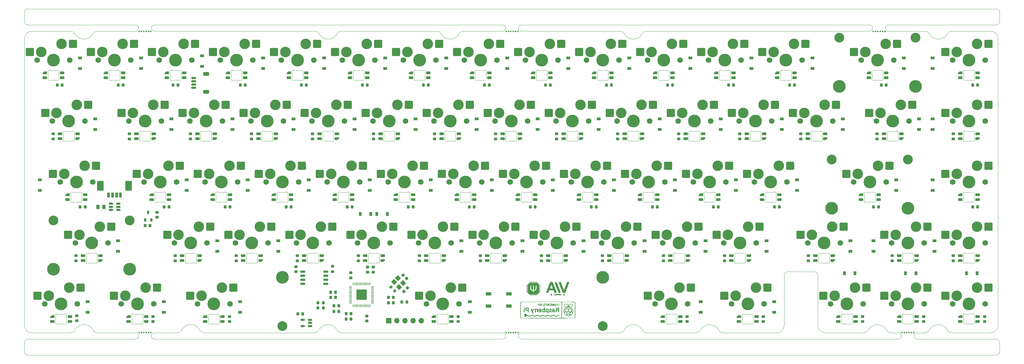
<source format=gbs>
G04 #@! TF.GenerationSoftware,KiCad,Pcbnew,(6.99.0-1912-g359c99991b)*
G04 #@! TF.CreationDate,2023-04-17T10:31:15+07:00*
G04 #@! TF.ProjectId,nyx,6e79782e-6b69-4636-9164-5f7063625858,1*
G04 #@! TF.SameCoordinates,Original*
G04 #@! TF.FileFunction,Soldermask,Bot*
G04 #@! TF.FilePolarity,Negative*
%FSLAX46Y46*%
G04 Gerber Fmt 4.6, Leading zero omitted, Abs format (unit mm)*
G04 Created by KiCad (PCBNEW (6.99.0-1912-g359c99991b)) date 2023-04-17 10:31:15*
%MOMM*%
%LPD*%
G01*
G04 APERTURE LIST*
G04 Aperture macros list*
%AMRoundRect*
0 Rectangle with rounded corners*
0 $1 Rounding radius*
0 $2 $3 $4 $5 $6 $7 $8 $9 X,Y pos of 4 corners*
0 Add a 4 corners polygon primitive as box body*
4,1,4,$2,$3,$4,$5,$6,$7,$8,$9,$2,$3,0*
0 Add four circle primitives for the rounded corners*
1,1,$1+$1,$2,$3*
1,1,$1+$1,$4,$5*
1,1,$1+$1,$6,$7*
1,1,$1+$1,$8,$9*
0 Add four rect primitives between the rounded corners*
20,1,$1+$1,$2,$3,$4,$5,0*
20,1,$1+$1,$4,$5,$6,$7,0*
20,1,$1+$1,$6,$7,$8,$9,0*
20,1,$1+$1,$8,$9,$2,$3,0*%
%AMRotRect*
0 Rectangle, with rotation*
0 The origin of the aperture is its center*
0 $1 length*
0 $2 width*
0 $3 Rotation angle, in degrees counterclockwise*
0 Add horizontal line*
21,1,$1,$2,0,0,$3*%
%AMFreePoly0*
4,1,18,-0.410000,0.593000,-0.403758,0.624380,-0.385983,0.650983,-0.359380,0.668758,-0.328000,0.675000,0.328000,0.675000,0.359380,0.668758,0.385983,0.650983,0.403758,0.624380,0.410000,0.593000,0.410000,-0.593000,0.403758,-0.624380,0.385983,-0.650983,0.359380,-0.668758,0.328000,-0.675000,0.000000,-0.675000,-0.410000,-0.265000,-0.410000,0.593000,-0.410000,0.593000,$1*%
G04 Aperture macros list end*
%ADD10C,3.048000*%
%ADD11C,3.987800*%
%ADD12C,0.500000*%
%ADD13C,1.750000*%
%ADD14C,3.300000*%
%ADD15RoundRect,0.250000X1.025000X1.000000X-1.025000X1.000000X-1.025000X-1.000000X1.025000X-1.000000X0*%
%ADD16RoundRect,0.225000X0.250000X-0.225000X0.250000X0.225000X-0.250000X0.225000X-0.250000X-0.225000X0*%
%ADD17RoundRect,0.225000X0.225000X0.250000X-0.225000X0.250000X-0.225000X-0.250000X0.225000X-0.250000X0*%
%ADD18R,1.200000X0.900000*%
%ADD19RoundRect,0.225000X-0.250000X0.225000X-0.250000X-0.225000X0.250000X-0.225000X0.250000X0.225000X0*%
%ADD20RoundRect,0.225000X-0.225000X-0.250000X0.225000X-0.250000X0.225000X0.250000X-0.225000X0.250000X0*%
%ADD21RoundRect,0.082000X-0.593000X0.328000X-0.593000X-0.328000X0.593000X-0.328000X0.593000X0.328000X0*%
%ADD22FreePoly0,270.000000*%
%ADD23RoundRect,0.082000X0.593000X-0.328000X0.593000X0.328000X-0.593000X0.328000X-0.593000X-0.328000X0*%
%ADD24FreePoly0,90.000000*%
%ADD25RoundRect,0.200000X-0.200000X-0.600000X0.200000X-0.600000X0.200000X0.600000X-0.200000X0.600000X0*%
%ADD26RoundRect,0.250001X-0.799999X-1.249999X0.799999X-1.249999X0.799999X1.249999X-0.799999X1.249999X0*%
%ADD27R,0.900000X1.200000*%
%ADD28R,1.700000X1.700000*%
%ADD29O,1.700000X1.700000*%
%ADD30RoundRect,0.050000X-0.050000X0.387500X-0.050000X-0.387500X0.050000X-0.387500X0.050000X0.387500X0*%
%ADD31RoundRect,0.050000X-0.387500X0.050000X-0.387500X-0.050000X0.387500X-0.050000X0.387500X0.050000X0*%
%ADD32RoundRect,0.144000X-1.456000X1.456000X-1.456000X-1.456000X1.456000X-1.456000X1.456000X1.456000X0*%
%ADD33RoundRect,0.150000X0.650000X0.150000X-0.650000X0.150000X-0.650000X-0.150000X0.650000X-0.150000X0*%
%ADD34R,1.700000X1.000000*%
%ADD35RoundRect,0.225000X-0.335876X-0.017678X-0.017678X-0.335876X0.335876X0.017678X0.017678X0.335876X0*%
%ADD36RotRect,1.400000X1.200000X135.000000*%
%ADD37RoundRect,0.200000X-0.335876X-0.053033X-0.053033X-0.335876X0.335876X0.053033X0.053033X0.335876X0*%
%ADD38RoundRect,0.150000X0.512500X0.150000X-0.512500X0.150000X-0.512500X-0.150000X0.512500X-0.150000X0*%
%ADD39RoundRect,0.200000X-0.275000X0.200000X-0.275000X-0.200000X0.275000X-0.200000X0.275000X0.200000X0*%
%ADD40R,0.800000X1.000000*%
%ADD41RoundRect,0.150000X-0.625000X0.150000X-0.625000X-0.150000X0.625000X-0.150000X0.625000X0.150000X0*%
%ADD42RoundRect,0.250000X-0.650000X0.350000X-0.650000X-0.350000X0.650000X-0.350000X0.650000X0.350000X0*%
%ADD43RoundRect,0.200000X0.200000X0.275000X-0.200000X0.275000X-0.200000X-0.275000X0.200000X-0.275000X0*%
%ADD44RoundRect,0.243750X0.243750X0.456250X-0.243750X0.456250X-0.243750X-0.456250X0.243750X-0.456250X0*%
%ADD45RoundRect,0.200000X-0.200000X-0.275000X0.200000X-0.275000X0.200000X0.275000X-0.200000X0.275000X0*%
%ADD46RoundRect,0.225000X0.017678X-0.335876X0.335876X-0.017678X-0.017678X0.335876X-0.335876X0.017678X0*%
G04 #@! TA.AperFunction,Profile*
%ADD47C,0.100000*%
G04 #@! TD*
G04 APERTURE END LIST*
G36*
X168445572Y-89119756D02*
G01*
X168554699Y-89166308D01*
X168623616Y-89255469D01*
X168647631Y-89382546D01*
X168647554Y-89392176D01*
X168629928Y-89497047D01*
X168574370Y-89577910D01*
X168568509Y-89583642D01*
X168486786Y-89635989D01*
X168379006Y-89651171D01*
X168312440Y-89645336D01*
X168203312Y-89598784D01*
X168134396Y-89509623D01*
X168110381Y-89382546D01*
X168116216Y-89315980D01*
X168162768Y-89206853D01*
X168251929Y-89137936D01*
X168379006Y-89113921D01*
X168445572Y-89119756D01*
G37*
G36*
X164448801Y-89113998D02*
G01*
X164553672Y-89131624D01*
X164634534Y-89187182D01*
X164640266Y-89193043D01*
X164692613Y-89274766D01*
X164707796Y-89382546D01*
X164707718Y-89392176D01*
X164690093Y-89497047D01*
X164634534Y-89577910D01*
X164628674Y-89583642D01*
X164546950Y-89635989D01*
X164439170Y-89651171D01*
X164429540Y-89651094D01*
X164324669Y-89633469D01*
X164243807Y-89577910D01*
X164238075Y-89572050D01*
X164185728Y-89490326D01*
X164170545Y-89382546D01*
X164170622Y-89372916D01*
X164188248Y-89268045D01*
X164243807Y-89187182D01*
X164249667Y-89181451D01*
X164331390Y-89129103D01*
X164439170Y-89113921D01*
X164448801Y-89113998D01*
G37*
G36*
X166638994Y-89203569D02*
G01*
X166895677Y-89204457D01*
X167102218Y-89206946D01*
X167264063Y-89211853D01*
X167386658Y-89219996D01*
X167475449Y-89232191D01*
X167535883Y-89249256D01*
X167573407Y-89272007D01*
X167593466Y-89301261D01*
X167601507Y-89337835D01*
X167602978Y-89382546D01*
X167592955Y-89441582D01*
X167536642Y-89515166D01*
X167520456Y-89524223D01*
X167486584Y-89534987D01*
X167434569Y-89543523D01*
X167358476Y-89550075D01*
X167252369Y-89554887D01*
X167110312Y-89558204D01*
X166926371Y-89560270D01*
X166694608Y-89561330D01*
X166409088Y-89561630D01*
X166179183Y-89561523D01*
X165922499Y-89560636D01*
X165715958Y-89558147D01*
X165554113Y-89553239D01*
X165431518Y-89545096D01*
X165342727Y-89532901D01*
X165282293Y-89515837D01*
X165244770Y-89493086D01*
X165224710Y-89463832D01*
X165216669Y-89427258D01*
X165215199Y-89382546D01*
X165215907Y-89348060D01*
X165221824Y-89309558D01*
X165238418Y-89278577D01*
X165271135Y-89254300D01*
X165325420Y-89235911D01*
X165406722Y-89222592D01*
X165520485Y-89213527D01*
X165672157Y-89207898D01*
X165867184Y-89204890D01*
X166111012Y-89203683D01*
X166409088Y-89203463D01*
X166638994Y-89203569D01*
G37*
G36*
X166002996Y-85432378D02*
G01*
X166114883Y-85521735D01*
X166116620Y-85523813D01*
X166147248Y-85576151D01*
X166192316Y-85670656D01*
X166246039Y-85794584D01*
X166302629Y-85935190D01*
X166307567Y-85947920D01*
X166362249Y-86087831D01*
X166410909Y-86210552D01*
X166448415Y-86303240D01*
X166469633Y-86353051D01*
X166490856Y-86403079D01*
X166528092Y-86495805D01*
X166576034Y-86617863D01*
X166629420Y-86755989D01*
X166687144Y-86905576D01*
X166763573Y-87101919D01*
X166842966Y-87304455D01*
X166915188Y-87487247D01*
X167019099Y-87749265D01*
X167102989Y-87962555D01*
X167168520Y-88132496D01*
X167217618Y-88265123D01*
X167252207Y-88366474D01*
X167274212Y-88442588D01*
X167285558Y-88499501D01*
X167288170Y-88543250D01*
X167283973Y-88579873D01*
X167274892Y-88615407D01*
X167238176Y-88697104D01*
X167146181Y-88786917D01*
X167049612Y-88829816D01*
X166913195Y-88838892D01*
X166779497Y-88788836D01*
X166753451Y-88772027D01*
X166727599Y-88750550D01*
X166702123Y-88720316D01*
X166674286Y-88675460D01*
X166641352Y-88610117D01*
X166600582Y-88518420D01*
X166549239Y-88394505D01*
X166484586Y-88232506D01*
X166403887Y-88026558D01*
X166304403Y-87770795D01*
X166286607Y-87725022D01*
X166218389Y-87550298D01*
X166156943Y-87394038D01*
X166105958Y-87265545D01*
X166069119Y-87174124D01*
X166050113Y-87129080D01*
X166049074Y-87126840D01*
X166026389Y-87072832D01*
X165988060Y-86976974D01*
X165939178Y-86852144D01*
X165884838Y-86711218D01*
X165835934Y-86583524D01*
X165762586Y-86392229D01*
X165690013Y-86203174D01*
X165628484Y-86043118D01*
X165594997Y-85954032D01*
X165549605Y-85815671D01*
X165530025Y-85712732D01*
X165536190Y-85633103D01*
X165568035Y-85564668D01*
X165625493Y-85495315D01*
X165641753Y-85479252D01*
X165754592Y-85410498D01*
X165878952Y-85395086D01*
X166002996Y-85432378D01*
G37*
G36*
X169678203Y-85306447D02*
G01*
X169784439Y-85361527D01*
X169870804Y-85433892D01*
X169939270Y-85544748D01*
X169949844Y-85668180D01*
X169939535Y-85709521D01*
X169909466Y-85802675D01*
X169864032Y-85931240D01*
X169807182Y-86084117D01*
X169742865Y-86250201D01*
X169712422Y-86327356D01*
X169624579Y-86550518D01*
X169528631Y-86794869D01*
X169434258Y-87035743D01*
X169351140Y-87248469D01*
X169292570Y-87398050D01*
X169232391Y-87550402D01*
X169181614Y-87677538D01*
X169144294Y-87769309D01*
X169124487Y-87815566D01*
X169106640Y-87857322D01*
X169071476Y-87945871D01*
X169025840Y-88064453D01*
X168975146Y-88199160D01*
X168912417Y-88360199D01*
X168833684Y-88533719D01*
X168757364Y-88661725D01*
X168677845Y-88751668D01*
X168589509Y-88810996D01*
X168486744Y-88847159D01*
X168423436Y-88857756D01*
X168262677Y-88845299D01*
X168111126Y-88780421D01*
X167981998Y-88667817D01*
X167970058Y-88652223D01*
X167920239Y-88569366D01*
X167863966Y-88455679D01*
X167811274Y-88330963D01*
X167702214Y-88048186D01*
X167596925Y-87776781D01*
X167504077Y-87539182D01*
X167425833Y-87340897D01*
X167364358Y-87187436D01*
X167321814Y-87084309D01*
X167275398Y-86970978D01*
X167220748Y-86831565D01*
X167169712Y-86696295D01*
X167166188Y-86686733D01*
X167118533Y-86560464D01*
X167071701Y-86441007D01*
X167035355Y-86353051D01*
X167016121Y-86306998D01*
X166974232Y-86201325D01*
X166923711Y-86069647D01*
X166871633Y-85930235D01*
X166759944Y-85626807D01*
X166815832Y-85512373D01*
X166862833Y-85439353D01*
X166955669Y-85355145D01*
X167061965Y-85306778D01*
X167164752Y-85304365D01*
X167166805Y-85304887D01*
X167252964Y-85340616D01*
X167329874Y-85405157D01*
X167402924Y-85505909D01*
X167477505Y-85650273D01*
X167559005Y-85845648D01*
X167604016Y-85961506D01*
X167714939Y-86246791D01*
X167806701Y-86482389D01*
X167881036Y-86672703D01*
X167939675Y-86822141D01*
X167984352Y-86935107D01*
X168016798Y-87016007D01*
X168038747Y-87069247D01*
X168051929Y-87099232D01*
X168070250Y-87142722D01*
X168105482Y-87232237D01*
X168151164Y-87351672D01*
X168201967Y-87487247D01*
X168249006Y-87610929D01*
X168294334Y-87723855D01*
X168329624Y-87805060D01*
X168349788Y-87842321D01*
X168352798Y-87845412D01*
X168360403Y-87851326D01*
X168368970Y-87850818D01*
X168380223Y-87839788D01*
X168395887Y-87814134D01*
X168417684Y-87769757D01*
X168447339Y-87702555D01*
X168486575Y-87608428D01*
X168537116Y-87483274D01*
X168600686Y-87322994D01*
X168679009Y-87123486D01*
X168773809Y-86880649D01*
X168886809Y-86590382D01*
X169019733Y-86248586D01*
X169072536Y-86113053D01*
X169153638Y-85906938D01*
X169218627Y-85746301D01*
X169270767Y-85624481D01*
X169313322Y-85534817D01*
X169349556Y-85470648D01*
X169382733Y-85425312D01*
X169416117Y-85392149D01*
X169452973Y-85364498D01*
X169481309Y-85346002D01*
X169583692Y-85301213D01*
X169678203Y-85306447D01*
G37*
G36*
X165712370Y-87626578D02*
G01*
X165779232Y-87798545D01*
X165845283Y-87969651D01*
X165906418Y-88129310D01*
X165958531Y-88266938D01*
X165997516Y-88371950D01*
X166019266Y-88433760D01*
X166034945Y-88491526D01*
X166035809Y-88566260D01*
X166004166Y-88651255D01*
X165997653Y-88664129D01*
X165940343Y-88744899D01*
X165875375Y-88800433D01*
X165868895Y-88803866D01*
X165738063Y-88840982D01*
X165606719Y-88825967D01*
X165490351Y-88763496D01*
X165404448Y-88658245D01*
X165388453Y-88625268D01*
X165347605Y-88532030D01*
X165297598Y-88410419D01*
X165245844Y-88278198D01*
X165137780Y-87994650D01*
X163769408Y-87994650D01*
X163631981Y-88334858D01*
X163630576Y-88338332D01*
X163543855Y-88535320D01*
X163463237Y-88679080D01*
X163384270Y-88775042D01*
X163302502Y-88828637D01*
X163213480Y-88845296D01*
X163187443Y-88844217D01*
X163063695Y-88810195D01*
X162958214Y-88737540D01*
X162884804Y-88638630D01*
X162857267Y-88525843D01*
X162863043Y-88494196D01*
X162886959Y-88413369D01*
X162925145Y-88301803D01*
X162972951Y-88173656D01*
X163017164Y-88059602D01*
X163086707Y-87880177D01*
X163160133Y-87690713D01*
X163227409Y-87517094D01*
X163232324Y-87504416D01*
X163256540Y-87442476D01*
X163987439Y-87442476D01*
X164915249Y-87442476D01*
X164884096Y-87360396D01*
X164842685Y-87252329D01*
X164786284Y-87107103D01*
X164724139Y-86948581D01*
X164660808Y-86788254D01*
X164600848Y-86637612D01*
X164548818Y-86508147D01*
X164509274Y-86411348D01*
X164486776Y-86358707D01*
X164447686Y-86274821D01*
X164402513Y-86373631D01*
X164399645Y-86379983D01*
X164365391Y-86461694D01*
X164320890Y-86574608D01*
X164275006Y-86696295D01*
X164224415Y-86830035D01*
X164164171Y-86983051D01*
X164110321Y-87114156D01*
X164066858Y-87219116D01*
X164029488Y-87314144D01*
X164007706Y-87375319D01*
X163987439Y-87442476D01*
X163256540Y-87442476D01*
X163287030Y-87364490D01*
X163335785Y-87241752D01*
X163373442Y-87149051D01*
X163394854Y-87099232D01*
X163395351Y-87098187D01*
X163417562Y-87046085D01*
X163455583Y-86951785D01*
X163504214Y-86828347D01*
X163558257Y-86688833D01*
X163602606Y-86573430D01*
X163709299Y-86296718D01*
X163798315Y-86068680D01*
X163872294Y-85884132D01*
X163933876Y-85737892D01*
X163985702Y-85624776D01*
X164030414Y-85539604D01*
X164070652Y-85477191D01*
X164109056Y-85432355D01*
X164148267Y-85399913D01*
X164190927Y-85374683D01*
X164239676Y-85351481D01*
X164269943Y-85338739D01*
X164369614Y-85307110D01*
X164452132Y-85294130D01*
X164516331Y-85300039D01*
X164653084Y-85347784D01*
X164778034Y-85432874D01*
X164869780Y-85542581D01*
X164870104Y-85543145D01*
X164904266Y-85611857D01*
X164955591Y-85727056D01*
X165020303Y-85879471D01*
X165094626Y-86059830D01*
X165174785Y-86258862D01*
X165257005Y-86467296D01*
X165337508Y-86675860D01*
X165412520Y-86875283D01*
X165451311Y-86977730D01*
X165488282Y-87071083D01*
X165513168Y-87129080D01*
X165518940Y-87141785D01*
X165547983Y-87211352D01*
X165592640Y-87322396D01*
X165640155Y-87442476D01*
X165648804Y-87464333D01*
X165712370Y-87626578D01*
G37*
G36*
X160559029Y-87084309D02*
G01*
X160559029Y-87352934D01*
X160976891Y-87352934D01*
X160976891Y-87591712D01*
X160559029Y-87591712D01*
X160559029Y-87860337D01*
X160976891Y-87860337D01*
X160976891Y-88099115D01*
X160559029Y-88099115D01*
X160559029Y-88367740D01*
X160976891Y-88367740D01*
X160976891Y-88606518D01*
X160573156Y-88606518D01*
X160536163Y-88763216D01*
X160484445Y-88918439D01*
X160394379Y-89053716D01*
X160264939Y-89148654D01*
X160088935Y-89210444D01*
X159932237Y-89247437D01*
X159932237Y-89651171D01*
X159693459Y-89651171D01*
X159693459Y-89233310D01*
X159454682Y-89233310D01*
X159454682Y-89651171D01*
X159186056Y-89651171D01*
X159186056Y-89233310D01*
X158947278Y-89233310D01*
X158947278Y-89651171D01*
X158708501Y-89651171D01*
X158708501Y-89233310D01*
X158469723Y-89233310D01*
X158469723Y-89651171D01*
X158201098Y-89651171D01*
X158201098Y-89233310D01*
X157962320Y-89233310D01*
X157962320Y-89651171D01*
X157723542Y-89651171D01*
X157723542Y-89247437D01*
X157566844Y-89210444D01*
X157411621Y-89158726D01*
X157276343Y-89068659D01*
X157181405Y-88939220D01*
X157119616Y-88763216D01*
X157082623Y-88606518D01*
X156678888Y-88606518D01*
X156678888Y-88367740D01*
X157096750Y-88367740D01*
X157096750Y-88099115D01*
X156678888Y-88099115D01*
X156678888Y-87860337D01*
X157096750Y-87860337D01*
X157096750Y-87591712D01*
X156678888Y-87591712D01*
X156678888Y-87352934D01*
X157096750Y-87352934D01*
X157096750Y-87084309D01*
X156678888Y-87084309D01*
X156678888Y-86998766D01*
X157872778Y-86998766D01*
X157873289Y-87103542D01*
X157877154Y-87295840D01*
X157884380Y-87458256D01*
X157894450Y-87580860D01*
X157906846Y-87653726D01*
X157928651Y-87713207D01*
X158024351Y-87863725D01*
X158164376Y-87987198D01*
X158339367Y-88076657D01*
X158539967Y-88125137D01*
X158693577Y-88143886D01*
X158702402Y-88345355D01*
X158711228Y-88546824D01*
X158944551Y-88546824D01*
X158953377Y-88345355D01*
X158962202Y-88143886D01*
X159115812Y-88125137D01*
X159190407Y-88112840D01*
X159382864Y-88048801D01*
X159546342Y-87946291D01*
X159671484Y-87812277D01*
X159748933Y-87653726D01*
X159755420Y-87623951D01*
X159766712Y-87524852D01*
X159775417Y-87381003D01*
X159781019Y-87202332D01*
X159783001Y-86998766D01*
X159783001Y-86457517D01*
X159514376Y-86457517D01*
X159514376Y-87005277D01*
X159514010Y-87196669D01*
X159512227Y-87342266D01*
X159508030Y-87447213D01*
X159500420Y-87521126D01*
X159488397Y-87573624D01*
X159470963Y-87614323D01*
X159447118Y-87652841D01*
X159389503Y-87723927D01*
X159251108Y-87823442D01*
X159073977Y-87877554D01*
X158947278Y-87897814D01*
X158947278Y-86457517D01*
X158708501Y-86457517D01*
X158708501Y-87897814D01*
X158581802Y-87877554D01*
X158483188Y-87854556D01*
X158326576Y-87776411D01*
X158208661Y-87652841D01*
X158185227Y-87615083D01*
X158167674Y-87574521D01*
X158155553Y-87522354D01*
X158147864Y-87448963D01*
X158143609Y-87344732D01*
X158141788Y-87200042D01*
X158141403Y-87005277D01*
X158141403Y-86457517D01*
X157872778Y-86457517D01*
X157872778Y-86998766D01*
X156678888Y-86998766D01*
X156678888Y-86845531D01*
X157096750Y-86845531D01*
X157096750Y-86576906D01*
X156678888Y-86576906D01*
X156678888Y-86338128D01*
X156887819Y-86338128D01*
X156994471Y-86336438D01*
X157059617Y-86328980D01*
X157089548Y-86312501D01*
X157096750Y-86283750D01*
X157107132Y-86204847D01*
X157150164Y-86078135D01*
X157215315Y-85955979D01*
X157290287Y-85864988D01*
X157324983Y-85838493D01*
X157429862Y-85780137D01*
X157541489Y-85739060D01*
X157693694Y-85700051D01*
X157693694Y-85293475D01*
X157932472Y-85293475D01*
X157932472Y-85711336D01*
X158201098Y-85711336D01*
X158201098Y-85293475D01*
X158439875Y-85293475D01*
X158439875Y-85711336D01*
X158708501Y-85711336D01*
X158708501Y-85293475D01*
X158947278Y-85293475D01*
X158947278Y-85711336D01*
X159215904Y-85711336D01*
X159215904Y-85293475D01*
X159454682Y-85293475D01*
X159454682Y-85711336D01*
X159723307Y-85711336D01*
X159723307Y-85293475D01*
X159962085Y-85293475D01*
X159962085Y-85700051D01*
X160114291Y-85739060D01*
X160161974Y-85753862D01*
X160275100Y-85804793D01*
X160365492Y-85864988D01*
X160419771Y-85925995D01*
X160488938Y-86042051D01*
X160539457Y-86170172D01*
X160559029Y-86283750D01*
X160565521Y-86311508D01*
X160594178Y-86328464D01*
X160657495Y-86336253D01*
X160767960Y-86338128D01*
X160976891Y-86338128D01*
X160976891Y-86576906D01*
X160559029Y-86576906D01*
X160559029Y-86845531D01*
X160976891Y-86845531D01*
X160976891Y-87084309D01*
X160559029Y-87084309D01*
G37*
G36*
X156090457Y-94827956D02*
G01*
X155799788Y-94827956D01*
X155799788Y-93799435D01*
X156090457Y-93799435D01*
X156090457Y-94827956D01*
G37*
G36*
X156090457Y-93555618D02*
G01*
X155950712Y-93548962D01*
X155810967Y-93542305D01*
X155810967Y-93341073D01*
X156090457Y-93327759D01*
X156090457Y-93555618D01*
G37*
G36*
X162826152Y-92172119D02*
G01*
X163100052Y-92178397D01*
X163106170Y-92564092D01*
X163112287Y-92949787D01*
X162552253Y-92949787D01*
X162552253Y-92893890D01*
X162553948Y-92867035D01*
X162564948Y-92850423D01*
X162594105Y-92841781D01*
X162650273Y-92838505D01*
X162742305Y-92837992D01*
X162932358Y-92837992D01*
X162932358Y-92614400D01*
X162619330Y-92614400D01*
X162619330Y-92480245D01*
X162932358Y-92480245D01*
X162932358Y-92301372D01*
X162552253Y-92301372D01*
X162552253Y-92165841D01*
X162826152Y-92172119D01*
G37*
G36*
X164452781Y-92949787D02*
G01*
X163916161Y-92949787D01*
X163916161Y-92894794D01*
X163917491Y-92871456D01*
X163927624Y-92853217D01*
X163955542Y-92842773D01*
X164010218Y-92837133D01*
X164100624Y-92833306D01*
X164285087Y-92826812D01*
X164285087Y-92625580D01*
X164122983Y-92619010D01*
X163960879Y-92612441D01*
X163960879Y-92480245D01*
X164298966Y-92480245D01*
X164292027Y-92396398D01*
X164285087Y-92312552D01*
X164100624Y-92306057D01*
X163916161Y-92299563D01*
X163916161Y-92167217D01*
X164452781Y-92167217D01*
X164452781Y-92949787D01*
G37*
G36*
X159882042Y-93796154D02*
G01*
X159936581Y-93841063D01*
X160003309Y-93907791D01*
X160003309Y-93853613D01*
X160003376Y-93846045D01*
X160007939Y-93820012D01*
X160026945Y-93806073D01*
X160070484Y-93800468D01*
X160148643Y-93799435D01*
X160293978Y-93799435D01*
X160293978Y-94830000D01*
X160143054Y-94823388D01*
X159992129Y-94816777D01*
X159986203Y-94459030D01*
X159985602Y-94423778D01*
X159982259Y-94287429D01*
X159976192Y-94188500D01*
X159965016Y-94120998D01*
X159946344Y-94078928D01*
X159917788Y-94056298D01*
X159876963Y-94047115D01*
X159821482Y-94045386D01*
X159807930Y-94045168D01*
X159754266Y-94039460D01*
X159727160Y-94028432D01*
X159723183Y-94016001D01*
X159715695Y-93967673D01*
X159709701Y-93899867D01*
X159702719Y-93788256D01*
X159786286Y-93781295D01*
X159828353Y-93780404D01*
X159882042Y-93796154D01*
G37*
G36*
X159154465Y-93786186D02*
G01*
X159239695Y-93833542D01*
X159258274Y-93849066D01*
X159292857Y-93874088D01*
X159309825Y-93872092D01*
X159321174Y-93844722D01*
X159327546Y-93829445D01*
X159348890Y-93810423D01*
X159391960Y-93801595D01*
X159468196Y-93799435D01*
X159600844Y-93799435D01*
X159600844Y-94827956D01*
X159310175Y-94827956D01*
X159310175Y-94471478D01*
X159310084Y-94381515D01*
X159309172Y-94272385D01*
X159306524Y-94196314D01*
X159301235Y-94146183D01*
X159292402Y-94114867D01*
X159279119Y-94095244D01*
X159260482Y-94080193D01*
X159257555Y-94078233D01*
X159198935Y-94054969D01*
X159129122Y-94045386D01*
X159075972Y-94041650D01*
X159047882Y-94022222D01*
X159033481Y-93975514D01*
X159024198Y-93912766D01*
X159019506Y-93841359D01*
X159023196Y-93800884D01*
X159044167Y-93781124D01*
X159096048Y-93777076D01*
X159154465Y-93786186D01*
G37*
G36*
X166711055Y-92949787D02*
G01*
X166711055Y-92686852D01*
X166576600Y-92677127D01*
X166561966Y-92675924D01*
X166439785Y-92650260D01*
X166350427Y-92597562D01*
X166289690Y-92515461D01*
X166271741Y-92455763D01*
X166274014Y-92424347D01*
X166442746Y-92424347D01*
X166451632Y-92484331D01*
X166485994Y-92524177D01*
X166494013Y-92527852D01*
X166550493Y-92541712D01*
X166620149Y-92547323D01*
X166711055Y-92547323D01*
X166711055Y-92301372D01*
X166620149Y-92301372D01*
X166567299Y-92303509D01*
X166494300Y-92321234D01*
X166454683Y-92360196D01*
X166442746Y-92424347D01*
X166274014Y-92424347D01*
X166278186Y-92366681D01*
X166317111Y-92283667D01*
X166382470Y-92218042D01*
X166468217Y-92181128D01*
X166468376Y-92181096D01*
X166526054Y-92174104D01*
X166610205Y-92169118D01*
X166702671Y-92167217D01*
X166867569Y-92167217D01*
X166867569Y-92949787D01*
X166711055Y-92949787D01*
G37*
G36*
X162278353Y-92949704D02*
G01*
X162199020Y-92947232D01*
X162071084Y-92926705D01*
X161978135Y-92882430D01*
X161916340Y-92810851D01*
X161881864Y-92708408D01*
X161870873Y-92571542D01*
X161871475Y-92556239D01*
X162037992Y-92556239D01*
X162038299Y-92590118D01*
X162043865Y-92665460D01*
X162059293Y-92716285D01*
X162088300Y-92757466D01*
X162088976Y-92758214D01*
X162148866Y-92801923D01*
X162222455Y-92828279D01*
X162306302Y-92842968D01*
X162306302Y-92301372D01*
X162227029Y-92301372D01*
X162166344Y-92310110D01*
X162092874Y-92356253D01*
X162072837Y-92378320D01*
X162050770Y-92417732D01*
X162040510Y-92472104D01*
X162037992Y-92556239D01*
X161871475Y-92556239D01*
X161874078Y-92490115D01*
X161899439Y-92366691D01*
X161952484Y-92275382D01*
X162036116Y-92213495D01*
X162153239Y-92178338D01*
X162306754Y-92167217D01*
X162462816Y-92167217D01*
X162462816Y-92949787D01*
X162278353Y-92949704D01*
G37*
G36*
X160492910Y-92340500D02*
G01*
X160580587Y-92513784D01*
X160663356Y-92340500D01*
X160665421Y-92336178D01*
X160705439Y-92254117D01*
X160734414Y-92204154D01*
X160760147Y-92178325D01*
X160790436Y-92168667D01*
X160833080Y-92167217D01*
X160850862Y-92167457D01*
X160900213Y-92171368D01*
X160920034Y-92178551D01*
X160919819Y-92179601D01*
X160907228Y-92207544D01*
X160878067Y-92265985D01*
X160836297Y-92347113D01*
X160785879Y-92443119D01*
X160769056Y-92474994D01*
X160717266Y-92576328D01*
X160683219Y-92651658D01*
X160663334Y-92711129D01*
X160654030Y-92764886D01*
X160651724Y-92823071D01*
X160651724Y-92949787D01*
X160495210Y-92949787D01*
X160495210Y-92813928D01*
X160494831Y-92782429D01*
X160490440Y-92726879D01*
X160478238Y-92673361D01*
X160454669Y-92611639D01*
X160416174Y-92531478D01*
X160359196Y-92422643D01*
X160223182Y-92167217D01*
X160405233Y-92167217D01*
X160492910Y-92340500D01*
G37*
G36*
X157074260Y-94827956D02*
G01*
X157074260Y-94341917D01*
X156845078Y-94331524D01*
X156842573Y-94331409D01*
X156682957Y-94317210D01*
X156559501Y-94288981D01*
X156464998Y-94243250D01*
X156392242Y-94176548D01*
X156334028Y-94085405D01*
X156315373Y-94038483D01*
X156294975Y-93930779D01*
X156294808Y-93874353D01*
X156583063Y-93874353D01*
X156594451Y-93969703D01*
X156633777Y-94035515D01*
X156706415Y-94080818D01*
X156754304Y-94094650D01*
X156838071Y-94107503D01*
X156928207Y-94112463D01*
X157074260Y-94112463D01*
X157074260Y-93665280D01*
X156905096Y-93665280D01*
X156801147Y-93669493D01*
X156699475Y-93689241D01*
X156632295Y-93727858D01*
X156595023Y-93788313D01*
X156583069Y-93873572D01*
X156583063Y-93874353D01*
X156294808Y-93874353D01*
X156294636Y-93816247D01*
X156315471Y-93717044D01*
X156362308Y-93634776D01*
X156445797Y-93549048D01*
X156548819Y-93484079D01*
X156573440Y-93473724D01*
X156618249Y-93460547D01*
X156675371Y-93451553D01*
X156752904Y-93445994D01*
X156858946Y-93443119D01*
X157001592Y-93442180D01*
X157364929Y-93441689D01*
X157364929Y-94827956D01*
X157074260Y-94827956D01*
G37*
G36*
X163647851Y-92949787D02*
G01*
X163647851Y-92636759D01*
X163574569Y-92636759D01*
X163553034Y-92637446D01*
X163469729Y-92659352D01*
X163419022Y-92711405D01*
X163401900Y-92792712D01*
X163398515Y-92868996D01*
X163382840Y-92919930D01*
X163348281Y-92943835D01*
X163288271Y-92949787D01*
X163272041Y-92949719D01*
X163225076Y-92945501D01*
X163208707Y-92928086D01*
X163211471Y-92888300D01*
X163212181Y-92883786D01*
X163222773Y-92816459D01*
X163234518Y-92741718D01*
X163236196Y-92732325D01*
X163258191Y-92664875D01*
X163289533Y-92614972D01*
X163313586Y-92588970D01*
X163317433Y-92565210D01*
X163288286Y-92534497D01*
X163284117Y-92530495D01*
X163250824Y-92468904D01*
X163243167Y-92389801D01*
X163243238Y-92389472D01*
X163403823Y-92389472D01*
X163408450Y-92441176D01*
X163451594Y-92490157D01*
X163506363Y-92514208D01*
X163574569Y-92524963D01*
X163613341Y-92523684D01*
X163637559Y-92512320D01*
X163646539Y-92479330D01*
X163647851Y-92413168D01*
X163647851Y-92301372D01*
X163560012Y-92301372D01*
X163490903Y-92311356D01*
X163432909Y-92343410D01*
X163403823Y-92389472D01*
X163243238Y-92389472D01*
X163260356Y-92310205D01*
X163301602Y-92247138D01*
X163318549Y-92232558D01*
X163371465Y-92200767D01*
X163439898Y-92180704D01*
X163533476Y-92170233D01*
X163661826Y-92167217D01*
X163826724Y-92167217D01*
X163826724Y-92949787D01*
X163647851Y-92949787D01*
G37*
G36*
X166160502Y-92763943D02*
G01*
X166102514Y-92866409D01*
X166015205Y-92935182D01*
X165949088Y-92957454D01*
X165847436Y-92965351D01*
X165746745Y-92950144D01*
X165666368Y-92913061D01*
X165589485Y-92831311D01*
X165541776Y-92718279D01*
X165526020Y-92574902D01*
X165526051Y-92570759D01*
X165704893Y-92570759D01*
X165704895Y-92575214D01*
X165706731Y-92663877D01*
X165714005Y-92720831D01*
X165729660Y-92758517D01*
X165756643Y-92789376D01*
X165756859Y-92789579D01*
X165825767Y-92831330D01*
X165895416Y-92828398D01*
X165965349Y-92780801D01*
X165982351Y-92763041D01*
X166003974Y-92732148D01*
X166014821Y-92693551D01*
X166017442Y-92634949D01*
X166014384Y-92544040D01*
X166009067Y-92467143D01*
X165993563Y-92383953D01*
X165964686Y-92333334D01*
X165917538Y-92308178D01*
X165847222Y-92301372D01*
X165818069Y-92303190D01*
X165764263Y-92323774D01*
X165729372Y-92371620D01*
X165710536Y-92452143D01*
X165704893Y-92570759D01*
X165526051Y-92570759D01*
X165526139Y-92558988D01*
X165540178Y-92424238D01*
X165579746Y-92318869D01*
X165647915Y-92234294D01*
X165679065Y-92208873D01*
X165720370Y-92189473D01*
X165777531Y-92180548D01*
X165864927Y-92178397D01*
X165900930Y-92178506D01*
X165971383Y-92181470D01*
X166017379Y-92192380D01*
X166053619Y-92216361D01*
X166094802Y-92258539D01*
X166098721Y-92262891D01*
X166162328Y-92368284D01*
X166191462Y-92500755D01*
X166186563Y-92634949D01*
X166185705Y-92658465D01*
X166160502Y-92763943D01*
G37*
G36*
X161242265Y-92946233D02*
G01*
X161196787Y-92944712D01*
X161105327Y-92940433D01*
X161044934Y-92933795D01*
X161005751Y-92922413D01*
X160977924Y-92903901D01*
X160951596Y-92875873D01*
X160922922Y-92833932D01*
X160897306Y-92748433D01*
X160900021Y-92725055D01*
X161054189Y-92725055D01*
X161057830Y-92747590D01*
X161083247Y-92789555D01*
X161099137Y-92799272D01*
X161151794Y-92817234D01*
X161215690Y-92829410D01*
X161272957Y-92832953D01*
X161305730Y-92825015D01*
X161309927Y-92817709D01*
X161318917Y-92774568D01*
X161322499Y-92711290D01*
X161322499Y-92614400D01*
X161223480Y-92614400D01*
X161218518Y-92614431D01*
X161130201Y-92628549D01*
X161073937Y-92666397D01*
X161054189Y-92725055D01*
X160900021Y-92725055D01*
X160907140Y-92663751D01*
X160952387Y-92593155D01*
X160981694Y-92563052D01*
X160992547Y-92535735D01*
X160974780Y-92509437D01*
X160941581Y-92460447D01*
X160925786Y-92382698D01*
X161100614Y-92382698D01*
X161107789Y-92439133D01*
X161142156Y-92479458D01*
X161189316Y-92495057D01*
X161253952Y-92502604D01*
X161280539Y-92502023D01*
X161309366Y-92493143D01*
X161320595Y-92463846D01*
X161322499Y-92401988D01*
X161322499Y-92301372D01*
X161237534Y-92301372D01*
X161225485Y-92301631D01*
X161164536Y-92310542D01*
X161125738Y-92328203D01*
X161122913Y-92331183D01*
X161100614Y-92382698D01*
X160925786Y-92382698D01*
X160925320Y-92380405D01*
X160944998Y-92302921D01*
X160973199Y-92263549D01*
X161049187Y-92209318D01*
X161159027Y-92177596D01*
X161305730Y-92167252D01*
X161479013Y-92167217D01*
X161479013Y-92953858D01*
X161242265Y-92946233D01*
G37*
G36*
X163245386Y-95230421D02*
G01*
X163245386Y-94761536D01*
X163172719Y-94805842D01*
X163122234Y-94828663D01*
X163020246Y-94848242D01*
X162913173Y-94844783D01*
X162822115Y-94817580D01*
X162785009Y-94795903D01*
X162696538Y-94713885D01*
X162636937Y-94602230D01*
X162605291Y-94458719D01*
X162601643Y-94318113D01*
X162887640Y-94318113D01*
X162889456Y-94377394D01*
X162906545Y-94490806D01*
X162940343Y-94570825D01*
X162989258Y-94612835D01*
X163033522Y-94623944D01*
X163120818Y-94621481D01*
X163195693Y-94591917D01*
X163202564Y-94586938D01*
X163222254Y-94567584D01*
X163234778Y-94539504D01*
X163241740Y-94493702D01*
X163244742Y-94421180D01*
X163245386Y-94312943D01*
X163245310Y-94258528D01*
X163243990Y-94168356D01*
X163239657Y-94109749D01*
X163230559Y-94073695D01*
X163214947Y-94051179D01*
X163191071Y-94033187D01*
X163165598Y-94018968D01*
X163082543Y-94002051D01*
X163003404Y-94025758D01*
X162938662Y-94087821D01*
X162930008Y-94101247D01*
X162904062Y-94156375D01*
X162891143Y-94223228D01*
X162887640Y-94318113D01*
X162601643Y-94318113D01*
X162600684Y-94281131D01*
X162601290Y-94268691D01*
X162623986Y-94099804D01*
X162672328Y-93967251D01*
X162746755Y-93870448D01*
X162847704Y-93808812D01*
X162975614Y-93781759D01*
X162991743Y-93780711D01*
X163067819Y-93780935D01*
X163124809Y-93795808D01*
X163183899Y-93830265D01*
X163213269Y-93850062D01*
X163250002Y-93871142D01*
X163264927Y-93868439D01*
X163267746Y-93843480D01*
X163270127Y-93824481D01*
X163286372Y-93808336D01*
X163326900Y-93801103D01*
X163401900Y-93799435D01*
X163536055Y-93799435D01*
X163536055Y-95230421D01*
X163245386Y-95230421D01*
G37*
G36*
X166576900Y-94827956D02*
G01*
X166576900Y-94291337D01*
X166411036Y-94291337D01*
X166403308Y-94291352D01*
X166317857Y-94293450D01*
X166248272Y-94298405D01*
X166208976Y-94305226D01*
X166185804Y-94318754D01*
X166143571Y-94377609D01*
X166116748Y-94471118D01*
X166107358Y-94593545D01*
X166107284Y-94617923D01*
X166103092Y-94714510D01*
X166087542Y-94775942D01*
X166053836Y-94810082D01*
X165995176Y-94824799D01*
X165904765Y-94827956D01*
X165748463Y-94827956D01*
X165782576Y-94761989D01*
X165793450Y-94734773D01*
X165810172Y-94659928D01*
X165816814Y-94577526D01*
X165817147Y-94554047D01*
X165832733Y-94417567D01*
X165869547Y-94304775D01*
X165924742Y-94222068D01*
X165995475Y-94175844D01*
X166003904Y-94168088D01*
X165990825Y-94138600D01*
X165941018Y-94087307D01*
X165937471Y-94084043D01*
X165884544Y-94027630D01*
X165857341Y-93971882D01*
X165844621Y-93894287D01*
X165841606Y-93852667D01*
X166128255Y-93852667D01*
X166138050Y-93934172D01*
X166178652Y-93999797D01*
X166204677Y-94019714D01*
X166246000Y-94035613D01*
X166307842Y-94043352D01*
X166402243Y-94045386D01*
X166576900Y-94045386D01*
X166576900Y-93665280D01*
X166408190Y-93665280D01*
X166400067Y-93665287D01*
X166313138Y-93667258D01*
X166256908Y-93674936D01*
X166218391Y-93691508D01*
X166184599Y-93720162D01*
X166148922Y-93771484D01*
X166128255Y-93852667D01*
X165841606Y-93852667D01*
X165840658Y-93839584D01*
X165845171Y-93745558D01*
X165870875Y-93669989D01*
X165921964Y-93596745D01*
X165944454Y-93571256D01*
X165996354Y-93523951D01*
X166055631Y-93489548D01*
X166129730Y-93466108D01*
X166226097Y-93451693D01*
X166352176Y-93444364D01*
X166515413Y-93442180D01*
X166867569Y-93441689D01*
X166867569Y-94827956D01*
X166576900Y-94827956D01*
G37*
G36*
X164730627Y-92374039D02*
G01*
X164747306Y-92456616D01*
X164768539Y-92553228D01*
X164785692Y-92607604D01*
X164801637Y-92620742D01*
X164819244Y-92593634D01*
X164841386Y-92527277D01*
X164870932Y-92422666D01*
X164892231Y-92346437D01*
X164916255Y-92266206D01*
X164935327Y-92216687D01*
X164953445Y-92190481D01*
X164974603Y-92180184D01*
X165002798Y-92178397D01*
X165021959Y-92178943D01*
X165045262Y-92185340D01*
X165063923Y-92205072D01*
X165081963Y-92245613D01*
X165103402Y-92314437D01*
X165132262Y-92419018D01*
X165156345Y-92504555D01*
X165180249Y-92582447D01*
X165198300Y-92633461D01*
X165207811Y-92649393D01*
X165213466Y-92634439D01*
X165226991Y-92583092D01*
X165245219Y-92504669D01*
X165265833Y-92408772D01*
X165313608Y-92178397D01*
X165399427Y-92171339D01*
X165452476Y-92169440D01*
X165475004Y-92178971D01*
X165473217Y-92204878D01*
X165469820Y-92217363D01*
X165456754Y-92269799D01*
X165437478Y-92349996D01*
X165414060Y-92449046D01*
X165388570Y-92558039D01*
X165363075Y-92668069D01*
X165339645Y-92770225D01*
X165320348Y-92855601D01*
X165307253Y-92915286D01*
X165302429Y-92940374D01*
X165301080Y-92942432D01*
X165272721Y-92947154D01*
X165219135Y-92945547D01*
X165135842Y-92938608D01*
X165075231Y-92718310D01*
X165056814Y-92652566D01*
X165032748Y-92570520D01*
X165014347Y-92512445D01*
X165004561Y-92487953D01*
X164997070Y-92499196D01*
X164980157Y-92545554D01*
X164957049Y-92619838D01*
X164930464Y-92713763D01*
X164866425Y-92949631D01*
X164786915Y-92949709D01*
X164707404Y-92949787D01*
X164624685Y-92597631D01*
X164606923Y-92521089D01*
X164581166Y-92406384D01*
X164560602Y-92310131D01*
X164546990Y-92240672D01*
X164542091Y-92206346D01*
X164542844Y-92197200D01*
X164562432Y-92173869D01*
X164615684Y-92167217D01*
X164689150Y-92167217D01*
X164730627Y-92374039D01*
G37*
G36*
X158382591Y-94091195D02*
G01*
X158391339Y-94120755D01*
X158423124Y-94224597D01*
X158450840Y-94309873D01*
X158471764Y-94368433D01*
X158483172Y-94392130D01*
X158485891Y-94390703D01*
X158500555Y-94360325D01*
X158523535Y-94296865D01*
X158552265Y-94207740D01*
X158584175Y-94100369D01*
X158670335Y-93799435D01*
X158822561Y-93799435D01*
X158825223Y-93799438D01*
X158900666Y-93801827D01*
X158954334Y-93807837D01*
X158974760Y-93816205D01*
X158971771Y-93827583D01*
X158955948Y-93876132D01*
X158928369Y-93956851D01*
X158891130Y-94063695D01*
X158846326Y-94190621D01*
X158796054Y-94331583D01*
X158789188Y-94350747D01*
X158734375Y-94504398D01*
X158693172Y-94622416D01*
X158664099Y-94710573D01*
X158645675Y-94774644D01*
X158636419Y-94820402D01*
X158634851Y-94853620D01*
X158639489Y-94880072D01*
X158648854Y-94905531D01*
X158671746Y-94948862D01*
X158734527Y-95008642D01*
X158816378Y-95029189D01*
X158825901Y-95029451D01*
X158848008Y-95036148D01*
X158863924Y-95058963D01*
X158878230Y-95107213D01*
X158895504Y-95190221D01*
X158895706Y-95211283D01*
X158877388Y-95239957D01*
X158853521Y-95244311D01*
X158794823Y-95246675D01*
X158719163Y-95244897D01*
X158652603Y-95239982D01*
X158598168Y-95227117D01*
X158555128Y-95198775D01*
X158505239Y-95146572D01*
X158493330Y-95132497D01*
X158466963Y-95095484D01*
X158439773Y-95047235D01*
X158409573Y-94982543D01*
X158374175Y-94896198D01*
X158331392Y-94782992D01*
X158279038Y-94637716D01*
X158214925Y-94455160D01*
X158205959Y-94429434D01*
X158152205Y-94275204D01*
X158103337Y-94135012D01*
X158061321Y-94014496D01*
X158028123Y-93919294D01*
X158005708Y-93855044D01*
X157996043Y-93827384D01*
X157995209Y-93823501D01*
X158008854Y-93809410D01*
X158055749Y-93801749D01*
X158141527Y-93799435D01*
X158296853Y-93799435D01*
X158382591Y-94091195D01*
G37*
G36*
X164275525Y-93790010D02*
G01*
X164397145Y-93832151D01*
X164487946Y-93901145D01*
X164544778Y-93994525D01*
X164564493Y-94109823D01*
X164563538Y-94133754D01*
X164538732Y-94220628D01*
X164478256Y-94292176D01*
X164379327Y-94350874D01*
X164239166Y-94399194D01*
X164173158Y-94418775D01*
X164069307Y-94459843D01*
X164005170Y-94502250D01*
X163983238Y-94544582D01*
X163984245Y-94554815D01*
X164011863Y-94600431D01*
X164066474Y-94635232D01*
X164133508Y-94649083D01*
X164195049Y-94643812D01*
X164273184Y-94610759D01*
X164319143Y-94547108D01*
X164328225Y-94526808D01*
X164350160Y-94504534D01*
X164390919Y-94494747D01*
X164463407Y-94492569D01*
X164464140Y-94492569D01*
X164534333Y-94493752D01*
X164570876Y-94501167D01*
X164584751Y-94520623D01*
X164586936Y-94557931D01*
X164581452Y-94594834D01*
X164543230Y-94671198D01*
X164476001Y-94745077D01*
X164388587Y-94805463D01*
X164347470Y-94822624D01*
X164242077Y-94844608D01*
X164121305Y-94849543D01*
X164002553Y-94837341D01*
X163903224Y-94807915D01*
X163877581Y-94795487D01*
X163785242Y-94729247D01*
X163732013Y-94644601D01*
X163714929Y-94537287D01*
X163716237Y-94507329D01*
X163746050Y-94404117D01*
X163815381Y-94321053D01*
X163924472Y-94257917D01*
X164073567Y-94214490D01*
X164120113Y-94204330D01*
X164216556Y-94173153D01*
X164271164Y-94135148D01*
X164285898Y-94088417D01*
X164262720Y-94031056D01*
X164252169Y-94017622D01*
X164199605Y-93985823D01*
X164135090Y-93978825D01*
X164072200Y-93994016D01*
X164024511Y-94028786D01*
X164005598Y-94080522D01*
X164004918Y-94086042D01*
X163987531Y-94101821D01*
X163940933Y-94110078D01*
X163857468Y-94112463D01*
X163709339Y-94112463D01*
X163722735Y-94045482D01*
X163731730Y-94010244D01*
X163784920Y-93910683D01*
X163872346Y-93837546D01*
X163991469Y-93792466D01*
X164139753Y-93777076D01*
X164275525Y-93790010D01*
G37*
G36*
X161340306Y-94395466D02*
G01*
X161333687Y-94484519D01*
X161321739Y-94547143D01*
X161300647Y-94597824D01*
X161266601Y-94651050D01*
X161245490Y-94677917D01*
X161175254Y-94746537D01*
X161100981Y-94798291D01*
X160989739Y-94837303D01*
X160853819Y-94852160D01*
X160712968Y-94840721D01*
X160583202Y-94802844D01*
X160575602Y-94799566D01*
X160510837Y-94768333D01*
X160480871Y-94738954D01*
X160479295Y-94698465D01*
X160499702Y-94633901D01*
X160508468Y-94611207D01*
X160534610Y-94570488D01*
X160570812Y-94565767D01*
X160629365Y-94593185D01*
X160639155Y-94598155D01*
X160709048Y-94617359D01*
X160796463Y-94625132D01*
X160881344Y-94620804D01*
X160943632Y-94603702D01*
X160964347Y-94587988D01*
X161005789Y-94537580D01*
X161039971Y-94477000D01*
X161054189Y-94426602D01*
X161038794Y-94417647D01*
X160980725Y-94409664D01*
X160880979Y-94404785D01*
X160741161Y-94403132D01*
X160428133Y-94403132D01*
X160428133Y-94314796D01*
X160430159Y-94255363D01*
X160444855Y-94169413D01*
X160718802Y-94169413D01*
X160721978Y-94180541D01*
X160745152Y-94193409D01*
X160797404Y-94200028D01*
X160886496Y-94201900D01*
X160902160Y-94201848D01*
X160979335Y-94199897D01*
X161033654Y-94195690D01*
X161054189Y-94190002D01*
X161053815Y-94187293D01*
X161043071Y-94154402D01*
X161022124Y-94101362D01*
X161020144Y-94096783D01*
X160973018Y-94034273D01*
X160910268Y-94004836D01*
X160842684Y-94006052D01*
X160781053Y-94035500D01*
X160736163Y-94090761D01*
X160718802Y-94169413D01*
X160444855Y-94169413D01*
X160456280Y-94102591D01*
X160510219Y-93973182D01*
X160589035Y-93872844D01*
X160689785Y-93807284D01*
X160753122Y-93788804D01*
X160867359Y-93778684D01*
X160986358Y-93789119D01*
X161089485Y-93819477D01*
X161137608Y-93844922D01*
X161233844Y-93928152D01*
X161299556Y-94041925D01*
X161335301Y-94187449D01*
X161335392Y-94190002D01*
X161341635Y-94365930D01*
X161340306Y-94395466D01*
G37*
G36*
X162295122Y-94827956D02*
G01*
X162251979Y-94827479D01*
X162200563Y-94822543D01*
X162177485Y-94809081D01*
X162172147Y-94783238D01*
X162170982Y-94760508D01*
X162160071Y-94741889D01*
X162131690Y-94752906D01*
X162078633Y-94794418D01*
X162075754Y-94796820D01*
X162025400Y-94830009D01*
X161967240Y-94846106D01*
X161883069Y-94850316D01*
X161810065Y-94845752D01*
X161701689Y-94813060D01*
X161615986Y-94745209D01*
X161546091Y-94637871D01*
X161544740Y-94635162D01*
X161516802Y-94571274D01*
X161500209Y-94508400D01*
X161492244Y-94431337D01*
X161490193Y-94324875D01*
X161490278Y-94296109D01*
X161490842Y-94277802D01*
X161772749Y-94277802D01*
X161773773Y-94385429D01*
X161789516Y-94483190D01*
X161818345Y-94559833D01*
X161858627Y-94604102D01*
X161871271Y-94610215D01*
X161953272Y-94627347D01*
X162036237Y-94614840D01*
X162101172Y-94574975D01*
X162113686Y-94560619D01*
X162132557Y-94528570D01*
X162143497Y-94484518D01*
X162148557Y-94417568D01*
X162149788Y-94316828D01*
X162149293Y-94239326D01*
X162145895Y-94166244D01*
X162137244Y-94118610D01*
X162121020Y-94085391D01*
X162094906Y-94055549D01*
X162047419Y-94020067D01*
X161970943Y-94000382D01*
X161896571Y-94017928D01*
X161834027Y-94069589D01*
X161793035Y-94152251D01*
X161788079Y-94171564D01*
X161772749Y-94277802D01*
X161490842Y-94277802D01*
X161493243Y-94199833D01*
X161502723Y-94128213D01*
X161521804Y-94065155D01*
X161553576Y-93994565D01*
X161591876Y-93924786D01*
X161642053Y-93863061D01*
X161703609Y-93821282D01*
X161726436Y-93810622D01*
X161840273Y-93781155D01*
X161955049Y-93784916D01*
X162055302Y-93821878D01*
X162068517Y-93829832D01*
X162115005Y-93855968D01*
X162139149Y-93866513D01*
X162139258Y-93866499D01*
X162143351Y-93844573D01*
X162146698Y-93786788D01*
X162148958Y-93701785D01*
X162149788Y-93598203D01*
X162149788Y-93329893D01*
X162418098Y-93329893D01*
X162418098Y-94827956D01*
X162295122Y-94827956D01*
G37*
G36*
X165595404Y-94735802D02*
G01*
X165521776Y-94805024D01*
X165520564Y-94805758D01*
X165434097Y-94839525D01*
X165319976Y-94850232D01*
X165286595Y-94849878D01*
X165217909Y-94843008D01*
X165166749Y-94822293D01*
X165113399Y-94781137D01*
X165034609Y-94711959D01*
X165012558Y-94769958D01*
X165010619Y-94774974D01*
X164995013Y-94804149D01*
X164969701Y-94820040D01*
X164923018Y-94826644D01*
X164843300Y-94827956D01*
X164812726Y-94827761D01*
X164745541Y-94824304D01*
X164714752Y-94815499D01*
X164714181Y-94800007D01*
X164719247Y-94779636D01*
X164726094Y-94719694D01*
X164732786Y-94629147D01*
X164738759Y-94515933D01*
X164743450Y-94387988D01*
X164743665Y-94380773D01*
X165031419Y-94380773D01*
X165038359Y-94462399D01*
X165053507Y-94526547D01*
X165101196Y-94584365D01*
X165165622Y-94621781D01*
X165248418Y-94639152D01*
X165319198Y-94615052D01*
X165322712Y-94612501D01*
X165363032Y-94561079D01*
X165360310Y-94501097D01*
X165314625Y-94435655D01*
X165277658Y-94405420D01*
X165224373Y-94385938D01*
X165145581Y-94380773D01*
X165031419Y-94380773D01*
X164743665Y-94380773D01*
X164744715Y-94345510D01*
X164749362Y-94213814D01*
X164754633Y-94117557D01*
X164761463Y-94049435D01*
X164770787Y-94002140D01*
X164783540Y-93968365D01*
X164800657Y-93940805D01*
X164826717Y-93909186D01*
X164918511Y-93837410D01*
X165028561Y-93793486D01*
X165148535Y-93776274D01*
X165270103Y-93784632D01*
X165384933Y-93817422D01*
X165484696Y-93873502D01*
X165561059Y-93951734D01*
X165605692Y-94050976D01*
X165620305Y-94112463D01*
X165477848Y-94112463D01*
X165411991Y-94111412D01*
X165359583Y-94105150D01*
X165330637Y-94090035D01*
X165313320Y-94062471D01*
X165304419Y-94045764D01*
X165252381Y-93999285D01*
X165184038Y-93985473D01*
X165114464Y-94008423D01*
X165066747Y-94056550D01*
X165038259Y-94124660D01*
X165042185Y-94190671D01*
X165045983Y-94197611D01*
X165072313Y-94213515D01*
X165126902Y-94222035D01*
X165217880Y-94224750D01*
X165292781Y-94227891D01*
X165428801Y-94252272D01*
X165534415Y-94299220D01*
X165604548Y-94366868D01*
X165636191Y-94431056D01*
X165654883Y-94536796D01*
X165651582Y-94561079D01*
X165640530Y-94642386D01*
X165595404Y-94735802D01*
G37*
G36*
X171801723Y-96578579D02*
G01*
X171694127Y-96676079D01*
X171558033Y-96740341D01*
X171552728Y-96741285D01*
X171507295Y-96744164D01*
X171419689Y-96746917D01*
X171291842Y-96749545D01*
X171125683Y-96752047D01*
X170923144Y-96754422D01*
X170686155Y-96756672D01*
X170416646Y-96758795D01*
X170116548Y-96760792D01*
X169787793Y-96762662D01*
X169432309Y-96764405D01*
X169052028Y-96766021D01*
X168648880Y-96767511D01*
X168224797Y-96768873D01*
X167781708Y-96770108D01*
X167321543Y-96771215D01*
X166846235Y-96772195D01*
X166357712Y-96773047D01*
X165857907Y-96773771D01*
X165348748Y-96774367D01*
X164832167Y-96774835D01*
X164310095Y-96775175D01*
X163784461Y-96775386D01*
X163257197Y-96775469D01*
X162730233Y-96775423D01*
X162205500Y-96775248D01*
X161684927Y-96774944D01*
X161170447Y-96774510D01*
X160663988Y-96773948D01*
X160167483Y-96773256D01*
X159682861Y-96772434D01*
X159212052Y-96771483D01*
X158756989Y-96770402D01*
X158319600Y-96769191D01*
X157901817Y-96767849D01*
X157505570Y-96766378D01*
X157132790Y-96764776D01*
X156785407Y-96763043D01*
X156465351Y-96761179D01*
X156174555Y-96759185D01*
X155914947Y-96757060D01*
X155688459Y-96754803D01*
X155497020Y-96752416D01*
X155342563Y-96749897D01*
X155227016Y-96747246D01*
X155152311Y-96744463D01*
X155120379Y-96741549D01*
X154995064Y-96687506D01*
X154882958Y-96596400D01*
X154802618Y-96473971D01*
X154751470Y-96364125D01*
X154905422Y-96364125D01*
X154955910Y-96440099D01*
X154972384Y-96461485D01*
X155034328Y-96519535D01*
X155105982Y-96566381D01*
X155205566Y-96616689D01*
X167583062Y-96616689D01*
X167739577Y-96616689D01*
X171464080Y-96616689D01*
X171563664Y-96566381D01*
X171591100Y-96550794D01*
X171661885Y-96497103D01*
X171714051Y-96439632D01*
X171764854Y-96363191D01*
X171758949Y-94125459D01*
X171758116Y-93814778D01*
X171757164Y-93484549D01*
X171756200Y-93194165D01*
X171755168Y-92940980D01*
X171754010Y-92722347D01*
X171752669Y-92535621D01*
X171751089Y-92378154D01*
X171749212Y-92247300D01*
X171746982Y-92140413D01*
X171744342Y-92054846D01*
X171741235Y-91987954D01*
X171737604Y-91937089D01*
X171733391Y-91899606D01*
X171728541Y-91872858D01*
X171722997Y-91854199D01*
X171716700Y-91840982D01*
X171709595Y-91830561D01*
X171666579Y-91781926D01*
X171608979Y-91729945D01*
X171603641Y-91726062D01*
X171591267Y-91718871D01*
X171574493Y-91712588D01*
X171550440Y-91707140D01*
X171516227Y-91702455D01*
X171468974Y-91698460D01*
X171405801Y-91695083D01*
X171323830Y-91692252D01*
X171220179Y-91689893D01*
X171091969Y-91687935D01*
X170936320Y-91686305D01*
X170750352Y-91684930D01*
X170531185Y-91683739D01*
X170275940Y-91682657D01*
X169981736Y-91681614D01*
X169645694Y-91680537D01*
X167739577Y-91674579D01*
X167739577Y-96616689D01*
X167583062Y-96616689D01*
X167583062Y-91675316D01*
X155168640Y-91675316D01*
X155084385Y-91722670D01*
X155072346Y-91729984D01*
X155004959Y-91786984D01*
X154952776Y-91854279D01*
X154950923Y-91857582D01*
X154943357Y-91871843D01*
X154936681Y-91887717D01*
X154930837Y-91907898D01*
X154925772Y-91935080D01*
X154921429Y-91971956D01*
X154917752Y-92021222D01*
X154914686Y-92085570D01*
X154912176Y-92167696D01*
X154910166Y-92270293D01*
X154908601Y-92396055D01*
X154907424Y-92547677D01*
X154906581Y-92727853D01*
X154906015Y-92939276D01*
X154905672Y-93184642D01*
X154905496Y-93466643D01*
X154905431Y-93787974D01*
X154905422Y-94151330D01*
X154905422Y-96364125D01*
X154751470Y-96364125D01*
X154749344Y-96359559D01*
X154749617Y-94134823D01*
X154749638Y-93994876D01*
X154749741Y-93645333D01*
X154749951Y-93336824D01*
X154750315Y-93066658D01*
X154750883Y-92832144D01*
X154751702Y-92630592D01*
X154752821Y-92459311D01*
X154754287Y-92315610D01*
X154756150Y-92196797D01*
X154758456Y-92100183D01*
X154761254Y-92023076D01*
X154764593Y-91962786D01*
X154768520Y-91916621D01*
X154773085Y-91881892D01*
X154778334Y-91855906D01*
X154784316Y-91835973D01*
X154791080Y-91819402D01*
X154825653Y-91760030D01*
X154905856Y-91668709D01*
X155003698Y-91592351D01*
X155103489Y-91544751D01*
X155108378Y-91543791D01*
X155136529Y-91541417D01*
X155187863Y-91539182D01*
X155263361Y-91537082D01*
X155364000Y-91535114D01*
X155490760Y-91533276D01*
X155644619Y-91531564D01*
X155826556Y-91529976D01*
X156037550Y-91528507D01*
X156278580Y-91527156D01*
X156550625Y-91525918D01*
X156854663Y-91524791D01*
X157191673Y-91523773D01*
X157562635Y-91522859D01*
X157968526Y-91522046D01*
X158410326Y-91521332D01*
X158889014Y-91520714D01*
X159405569Y-91520188D01*
X159960968Y-91519752D01*
X160556192Y-91519401D01*
X161192219Y-91519134D01*
X161870027Y-91518947D01*
X162590596Y-91518837D01*
X163354905Y-91518802D01*
X163708493Y-91518804D01*
X164410758Y-91518832D01*
X165070284Y-91518892D01*
X165688406Y-91518990D01*
X166266460Y-91519133D01*
X166805781Y-91519325D01*
X167307706Y-91519573D01*
X167773570Y-91519882D01*
X168204709Y-91520257D01*
X168602459Y-91520705D01*
X168968156Y-91521230D01*
X169303135Y-91521839D01*
X169608732Y-91522537D01*
X169886283Y-91523330D01*
X170137124Y-91524223D01*
X170362590Y-91525222D01*
X170564018Y-91526333D01*
X170742742Y-91527560D01*
X170900100Y-91528911D01*
X171037426Y-91530389D01*
X171156057Y-91532002D01*
X171257328Y-91533755D01*
X171342575Y-91535652D01*
X171413134Y-91537701D01*
X171470340Y-91539906D01*
X171515530Y-91542273D01*
X171550039Y-91544807D01*
X171575203Y-91547515D01*
X171592358Y-91550402D01*
X171602839Y-91553473D01*
X171708522Y-91616102D01*
X171807193Y-91710890D01*
X171878259Y-91820650D01*
X171881254Y-91827347D01*
X171887725Y-91844667D01*
X171893431Y-91866352D01*
X171898419Y-91895093D01*
X171902737Y-91933580D01*
X171906435Y-91984503D01*
X171909560Y-92050552D01*
X171912162Y-92134417D01*
X171914289Y-92238789D01*
X171915989Y-92366357D01*
X171917312Y-92519813D01*
X171918305Y-92701846D01*
X171919017Y-92915146D01*
X171919497Y-93162403D01*
X171919793Y-93446308D01*
X171919954Y-93769551D01*
X171920029Y-94134823D01*
X171920302Y-96359559D01*
X171918611Y-96363191D01*
X171867028Y-96473971D01*
X171801723Y-96578579D01*
G37*
G36*
X156495982Y-95321385D02*
G01*
X156585842Y-95330416D01*
X156643645Y-95352321D01*
X156676335Y-95392414D01*
X156690857Y-95456010D01*
X156694154Y-95548424D01*
X156694154Y-95677604D01*
X156766821Y-95677729D01*
X156794435Y-95678498D01*
X156906731Y-95697846D01*
X157024400Y-95746127D01*
X157157555Y-95827207D01*
X157212780Y-95864285D01*
X157314518Y-95926177D01*
X157398315Y-95964925D01*
X157474895Y-95984941D01*
X157554981Y-95990632D01*
X157628167Y-95985611D01*
X157721413Y-95961264D01*
X157821415Y-95912518D01*
X157939540Y-95834767D01*
X158051627Y-95765659D01*
X158224152Y-95699667D01*
X158403098Y-95677729D01*
X158502854Y-95683138D01*
X158608492Y-95706252D01*
X158714144Y-95752361D01*
X158834733Y-95826614D01*
X158902342Y-95871352D01*
X159000744Y-95930037D01*
X159081479Y-95966590D01*
X159155039Y-95985344D01*
X159231918Y-95990632D01*
X159265523Y-95989763D01*
X159343658Y-95978603D01*
X159422670Y-95951052D01*
X159513404Y-95902668D01*
X159626710Y-95829011D01*
X159663011Y-95805091D01*
X159818898Y-95725672D01*
X159976611Y-95685954D01*
X160146660Y-95682989D01*
X160149457Y-95683216D01*
X160232508Y-95693657D01*
X160307000Y-95713142D01*
X160383835Y-95746353D01*
X160473913Y-95797976D01*
X160588133Y-95872693D01*
X160723640Y-95949725D01*
X160852429Y-95988586D01*
X160978368Y-95986996D01*
X161108513Y-95944843D01*
X161249924Y-95862010D01*
X161300866Y-95828099D01*
X161456324Y-95743311D01*
X161603788Y-95694471D01*
X161752131Y-95678334D01*
X161856948Y-95684767D01*
X161981244Y-95714611D01*
X162109486Y-95772497D01*
X162252807Y-95862522D01*
X162275961Y-95878509D01*
X162355777Y-95930114D01*
X162418412Y-95961261D01*
X162478233Y-95977933D01*
X162549607Y-95986112D01*
X162611532Y-95986795D01*
X162736170Y-95963991D01*
X162866832Y-95906658D01*
X163010615Y-95812119D01*
X163010665Y-95812082D01*
X163147713Y-95735718D01*
X163306233Y-95690380D01*
X163473470Y-95678314D01*
X163636672Y-95701770D01*
X163662087Y-95710590D01*
X163733156Y-95744302D01*
X163820275Y-95793429D01*
X163910072Y-95850689D01*
X163935795Y-95868044D01*
X164022718Y-95923295D01*
X164089967Y-95957668D01*
X164149933Y-95976648D01*
X164215005Y-95985723D01*
X164314740Y-95986552D01*
X164419010Y-95965870D01*
X164526325Y-95918288D01*
X164648970Y-95839671D01*
X164660583Y-95831506D01*
X164810961Y-95743468D01*
X164957932Y-95693436D01*
X165112376Y-95677604D01*
X165124352Y-95677689D01*
X165277866Y-95695931D01*
X165424716Y-95748657D01*
X165575782Y-95839671D01*
X165637200Y-95881139D01*
X165777043Y-95955053D01*
X165906649Y-95989223D01*
X166033026Y-95983793D01*
X166163181Y-95938908D01*
X166304123Y-95854712D01*
X166331880Y-95835702D01*
X166484952Y-95746430D01*
X166624111Y-95694450D01*
X166754855Y-95677604D01*
X166756508Y-95677607D01*
X166833839Y-95689310D01*
X166876708Y-95726431D01*
X166889929Y-95793085D01*
X166872762Y-95852589D01*
X166819090Y-95889111D01*
X166728306Y-95901196D01*
X166708759Y-95902621D01*
X166627408Y-95926996D01*
X166531193Y-95977958D01*
X166475014Y-96013296D01*
X166388500Y-96067674D01*
X166316689Y-96112767D01*
X166169883Y-96179641D01*
X166003430Y-96208794D01*
X165825331Y-96197977D01*
X165818279Y-96196749D01*
X165738575Y-96178601D01*
X165665496Y-96151021D01*
X165585278Y-96107738D01*
X165484159Y-96042478D01*
X165291249Y-95912375D01*
X164932627Y-95912375D01*
X164741411Y-96042263D01*
X164728807Y-96050795D01*
X164631846Y-96113049D01*
X164554094Y-96154071D01*
X164481667Y-96180196D01*
X164400677Y-96197762D01*
X164224253Y-96208922D01*
X164057305Y-96180430D01*
X163908062Y-96112767D01*
X163860025Y-96082533D01*
X163775689Y-96029219D01*
X163692569Y-95976464D01*
X163672795Y-95963968D01*
X163610028Y-95927929D01*
X163557291Y-95909226D01*
X163496386Y-95903314D01*
X163409113Y-95905644D01*
X163347799Y-95909247D01*
X163283385Y-95918191D01*
X163228156Y-95936831D01*
X163167024Y-95970745D01*
X163084905Y-96025509D01*
X163078406Y-96029967D01*
X162974033Y-96099219D01*
X162892365Y-96146373D01*
X162821492Y-96176556D01*
X162749501Y-96194898D01*
X162664480Y-96206527D01*
X162536988Y-96209530D01*
X162406652Y-96186288D01*
X162272856Y-96132453D01*
X162124815Y-96044791D01*
X162055389Y-96000121D01*
X161955062Y-95945049D01*
X161867292Y-95913757D01*
X161779129Y-95902243D01*
X161677624Y-95906500D01*
X161644680Y-95910797D01*
X161575183Y-95929776D01*
X161499827Y-95966690D01*
X161404980Y-96027595D01*
X161299744Y-96097621D01*
X161217254Y-96145497D01*
X161145792Y-96176149D01*
X161073257Y-96194763D01*
X160987543Y-96206527D01*
X160860051Y-96209530D01*
X160729715Y-96186288D01*
X160595919Y-96132453D01*
X160447878Y-96044791D01*
X160377973Y-95999824D01*
X160277781Y-95944886D01*
X160190070Y-95913697D01*
X160101870Y-95902251D01*
X160000215Y-95906546D01*
X159937880Y-95916863D01*
X159854888Y-95948399D01*
X159761110Y-96006641D01*
X159732370Y-96026553D01*
X159559764Y-96129365D01*
X159399531Y-96191941D01*
X159245956Y-96214497D01*
X159093325Y-96197249D01*
X158935923Y-96140413D01*
X158768036Y-96044205D01*
X158691037Y-95995070D01*
X158593686Y-95942422D01*
X158508607Y-95912758D01*
X158422981Y-95902103D01*
X158323984Y-95906478D01*
X158316364Y-95907268D01*
X158239056Y-95923537D01*
X158159361Y-95958498D01*
X158062521Y-96018471D01*
X158049809Y-96027045D01*
X157941252Y-96097674D01*
X157855718Y-96146153D01*
X157782053Y-96177291D01*
X157709103Y-96195897D01*
X157625716Y-96206777D01*
X157456299Y-96203061D01*
X157285471Y-96156922D01*
X157127223Y-96068573D01*
X157122075Y-96064856D01*
X156983174Y-95975416D01*
X156863864Y-95920613D01*
X156766821Y-95901687D01*
X156694154Y-95901196D01*
X156694154Y-96044933D01*
X156692634Y-96104101D01*
X156681677Y-96180531D01*
X156659018Y-96223807D01*
X156658272Y-96224540D01*
X156630242Y-96241222D01*
X156582240Y-96251792D01*
X156506048Y-96257336D01*
X156393446Y-96258942D01*
X156353179Y-96258821D01*
X156251793Y-96256021D01*
X156184651Y-96247380D01*
X156143824Y-96230089D01*
X156121386Y-96201341D01*
X156109408Y-96158326D01*
X156104501Y-96142081D01*
X156084611Y-96123255D01*
X156041155Y-96112801D01*
X155963560Y-96107000D01*
X155883348Y-96098802D01*
X155811418Y-96076316D01*
X155780682Y-96041268D01*
X155792193Y-95994348D01*
X155809600Y-95977718D01*
X155864827Y-95958076D01*
X155958590Y-95945914D01*
X156101636Y-95934735D01*
X156101636Y-95644066D01*
X155963785Y-95637458D01*
X155874221Y-95628270D01*
X155810505Y-95606747D01*
X155786173Y-95572009D01*
X155799023Y-95522519D01*
X155810877Y-95504799D01*
X155838363Y-95486865D01*
X155886900Y-95478460D01*
X155968268Y-95476372D01*
X155981044Y-95476361D01*
X156053819Y-95474809D01*
X156093317Y-95468114D01*
X156109622Y-95452689D01*
X156112816Y-95424946D01*
X156113081Y-95412929D01*
X156121608Y-95372608D01*
X156147240Y-95345696D01*
X156196850Y-95329638D01*
X156277315Y-95321877D01*
X156395509Y-95319858D01*
X156495982Y-95321385D01*
G37*
G36*
X171043831Y-93956067D02*
G01*
X171102384Y-94018405D01*
X171161491Y-94080788D01*
X171231720Y-94183642D01*
X171272472Y-94298179D01*
X171290460Y-94439425D01*
X171290692Y-94491820D01*
X171290901Y-94539078D01*
X171275075Y-94637424D01*
X171237495Y-94735792D01*
X171173570Y-94850316D01*
X171160449Y-94876791D01*
X171133809Y-94943838D01*
X171120937Y-94980520D01*
X171102248Y-95033777D01*
X171070116Y-95134651D01*
X171066812Y-95145514D01*
X171033658Y-95245873D01*
X170997963Y-95331210D01*
X170955068Y-95405947D01*
X170900314Y-95474509D01*
X170829042Y-95541320D01*
X170736594Y-95610801D01*
X170618311Y-95687377D01*
X170534812Y-95736818D01*
X170469533Y-95775471D01*
X170285601Y-95879506D01*
X170266262Y-95890796D01*
X170203266Y-95930569D01*
X170135735Y-95976134D01*
X170111207Y-95992443D01*
X170032064Y-96037629D01*
X169959781Y-96070179D01*
X169928926Y-96079629D01*
X169812684Y-96097970D01*
X169685984Y-96098371D01*
X169572255Y-96080224D01*
X169534460Y-96066611D01*
X169458955Y-96030293D01*
X169382921Y-95985322D01*
X169314754Y-95942208D01*
X169219265Y-95885222D01*
X169126562Y-95832814D01*
X169001346Y-95763137D01*
X168945588Y-95729852D01*
X169312703Y-95729852D01*
X169344670Y-95786925D01*
X169410330Y-95847664D01*
X169505282Y-95906786D01*
X169591623Y-95942973D01*
X169734997Y-95968391D01*
X169876516Y-95954477D01*
X170007732Y-95902509D01*
X170120199Y-95813765D01*
X170153921Y-95774538D01*
X170171822Y-95736818D01*
X170162898Y-95704740D01*
X170124219Y-95664747D01*
X170043798Y-95623153D01*
X169938240Y-95593562D01*
X169817213Y-95576228D01*
X169690384Y-95571408D01*
X169567422Y-95579359D01*
X169457995Y-95600335D01*
X169371769Y-95634593D01*
X169318414Y-95682388D01*
X169312703Y-95729852D01*
X168945588Y-95729852D01*
X168843537Y-95668932D01*
X168720072Y-95585338D01*
X168626534Y-95508990D01*
X168558503Y-95436524D01*
X168511562Y-95364576D01*
X168502509Y-95344416D01*
X168478733Y-95280936D01*
X168449436Y-95193998D01*
X168418986Y-95096266D01*
X168411956Y-95073907D01*
X168580567Y-95073907D01*
X168589746Y-95159201D01*
X168635967Y-95292205D01*
X168714959Y-95409860D01*
X168819860Y-95502940D01*
X168943806Y-95562219D01*
X169053467Y-95584097D01*
X169148035Y-95578560D01*
X169215737Y-95544707D01*
X169251768Y-95483762D01*
X169257943Y-95445821D01*
X169250736Y-95337223D01*
X169215505Y-95216580D01*
X169157222Y-95095133D01*
X169098906Y-95010360D01*
X169295832Y-95010360D01*
X169305900Y-95126640D01*
X169353532Y-95234495D01*
X169437317Y-95326955D01*
X169555845Y-95397048D01*
X169585348Y-95408034D01*
X169706526Y-95429647D01*
X169830139Y-95420079D01*
X169928067Y-95389098D01*
X170268282Y-95389098D01*
X170272029Y-95445821D01*
X170273924Y-95474519D01*
X170301297Y-95530673D01*
X170303273Y-95532557D01*
X170359790Y-95557396D01*
X170455370Y-95565809D01*
X170545448Y-95555396D01*
X170665973Y-95505372D01*
X170770672Y-95417183D01*
X170854334Y-95294374D01*
X170892536Y-95199204D01*
X170916043Y-95085738D01*
X170916902Y-94980520D01*
X170893699Y-94897802D01*
X170886486Y-94885978D01*
X170835041Y-94845713D01*
X170763967Y-94836161D01*
X170680015Y-94853653D01*
X170589939Y-94894524D01*
X170500491Y-94955103D01*
X170458818Y-94994011D01*
X170418424Y-95031725D01*
X170350488Y-95120720D01*
X170303438Y-95218422D01*
X170284302Y-95284187D01*
X170268282Y-95389098D01*
X169928067Y-95389098D01*
X169947111Y-95383073D01*
X170048365Y-95322371D01*
X170124827Y-95241716D01*
X170167419Y-95144851D01*
X170178117Y-95098999D01*
X170189989Y-95054743D01*
X170190561Y-94994011D01*
X170166633Y-94914469D01*
X170123962Y-94830510D01*
X170068354Y-94756375D01*
X170028366Y-94718539D01*
X169914638Y-94649960D01*
X169788308Y-94618432D01*
X169658441Y-94624079D01*
X169534105Y-94667029D01*
X169424366Y-94747407D01*
X169394033Y-94780413D01*
X169324740Y-94892628D01*
X169295832Y-95010360D01*
X169098906Y-95010360D01*
X169080855Y-94984120D01*
X168991373Y-94894784D01*
X168954671Y-94867029D01*
X168844184Y-94802075D01*
X168751175Y-94777669D01*
X168676978Y-94793229D01*
X168622923Y-94848177D01*
X168590342Y-94941929D01*
X168580567Y-95073907D01*
X168411956Y-95073907D01*
X168405434Y-95053162D01*
X168365984Y-94943430D01*
X168323409Y-94842005D01*
X168284829Y-94766391D01*
X168224472Y-94639869D01*
X168195778Y-94495165D01*
X168200003Y-94448419D01*
X168347259Y-94448419D01*
X168364033Y-94579698D01*
X168418605Y-94698716D01*
X168427331Y-94710997D01*
X168469018Y-94756736D01*
X168504752Y-94778861D01*
X168507012Y-94779230D01*
X168548602Y-94763892D01*
X168588373Y-94711564D01*
X168623781Y-94629572D01*
X168652283Y-94525238D01*
X168671336Y-94405886D01*
X168677454Y-94295785D01*
X168805549Y-94295785D01*
X168808171Y-94346341D01*
X168839963Y-94467936D01*
X168904755Y-94566228D01*
X168998663Y-94634409D01*
X169041204Y-94651389D01*
X169160498Y-94669481D01*
X169280124Y-94650500D01*
X169393348Y-94599277D01*
X169493438Y-94520646D01*
X169573661Y-94419439D01*
X169627284Y-94300490D01*
X169647574Y-94168630D01*
X169645311Y-94142327D01*
X169834363Y-94142327D01*
X169835621Y-94168630D01*
X169839967Y-94259517D01*
X169874755Y-94376236D01*
X169937625Y-94485307D01*
X170027470Y-94579551D01*
X170143186Y-94651792D01*
X170195482Y-94672349D01*
X170318385Y-94693638D01*
X170430245Y-94677734D01*
X170526658Y-94629795D01*
X170603218Y-94554979D01*
X170655522Y-94458444D01*
X170679164Y-94345347D01*
X170671296Y-94241411D01*
X170823550Y-94241411D01*
X170826078Y-94345347D01*
X170826172Y-94349196D01*
X170838608Y-94464678D01*
X170859841Y-94577236D01*
X170888850Y-94676250D01*
X170924617Y-94751099D01*
X170927973Y-94756123D01*
X170969149Y-94799241D01*
X171009233Y-94802197D01*
X171051405Y-94763741D01*
X171098847Y-94682622D01*
X171121962Y-94628286D01*
X171149735Y-94491820D01*
X171138330Y-94356676D01*
X171089283Y-94231866D01*
X171004127Y-94126406D01*
X170978055Y-94102842D01*
X170933080Y-94064285D01*
X170905952Y-94050103D01*
X170885431Y-94056710D01*
X170860276Y-94080522D01*
X170851828Y-94091415D01*
X170831762Y-94151944D01*
X170823550Y-94241411D01*
X170671296Y-94241411D01*
X170669739Y-94220848D01*
X170622844Y-94090104D01*
X170611406Y-94068951D01*
X170530214Y-93962185D01*
X170425931Y-93876723D01*
X170309569Y-93819996D01*
X170192139Y-93799435D01*
X170168927Y-93801236D01*
X170094868Y-93819344D01*
X170019869Y-93850630D01*
X170003712Y-93859700D01*
X169915131Y-93935241D01*
X169859050Y-94031843D01*
X169834363Y-94142327D01*
X169645311Y-94142327D01*
X169639723Y-94077362D01*
X169599402Y-93963116D01*
X169530657Y-93874415D01*
X169440008Y-93813866D01*
X169333977Y-93784076D01*
X169219085Y-93787650D01*
X169101853Y-93827196D01*
X168988803Y-93905319D01*
X168981728Y-93911785D01*
X168882224Y-94027301D01*
X168824385Y-94153410D01*
X168807791Y-94278841D01*
X168805549Y-94295785D01*
X168677454Y-94295785D01*
X168678396Y-94278841D01*
X168673331Y-94182323D01*
X168652676Y-94097553D01*
X168617279Y-94054378D01*
X168568403Y-94053311D01*
X168507310Y-94094869D01*
X168435262Y-94179567D01*
X168425686Y-94193327D01*
X168367929Y-94315940D01*
X168347259Y-94448419D01*
X168200003Y-94448419D01*
X168209346Y-94345054D01*
X168243780Y-94238943D01*
X168312910Y-94119557D01*
X168418695Y-93996186D01*
X168418726Y-93996155D01*
X168469829Y-93936933D01*
X168493888Y-93883995D01*
X168494979Y-93872103D01*
X168634067Y-93872103D01*
X168638578Y-93914246D01*
X168650712Y-93933452D01*
X168658252Y-93932743D01*
X168711902Y-93911929D01*
X168787468Y-93866989D01*
X168877023Y-93804280D01*
X168972644Y-93730161D01*
X169066406Y-93650992D01*
X169122744Y-93598756D01*
X169341322Y-93598756D01*
X169382310Y-93658722D01*
X169466845Y-93710611D01*
X169505701Y-93725604D01*
X169626943Y-93750889D01*
X169761303Y-93755648D01*
X169891061Y-93740085D01*
X169998495Y-93704409D01*
X170028782Y-93687224D01*
X170091313Y-93640053D01*
X170131339Y-93593638D01*
X170150251Y-93552709D01*
X170148218Y-93517112D01*
X170119205Y-93470662D01*
X170100704Y-93447581D01*
X170057837Y-93412778D01*
X170221443Y-93412778D01*
X170224368Y-93424689D01*
X170253536Y-93469803D01*
X170308223Y-93532251D01*
X170328735Y-93552709D01*
X170381293Y-93605128D01*
X170465611Y-93681529D01*
X170554042Y-93754549D01*
X170639450Y-93817282D01*
X170678813Y-93843402D01*
X170758587Y-93890121D01*
X170810635Y-93908061D01*
X170838911Y-93898051D01*
X170847374Y-93860923D01*
X170840064Y-93779105D01*
X170796403Y-93648889D01*
X170718525Y-93537692D01*
X170612355Y-93451175D01*
X170483815Y-93395000D01*
X170338828Y-93374830D01*
X170324446Y-93374862D01*
X170260563Y-93378386D01*
X170229558Y-93389948D01*
X170221443Y-93412778D01*
X170057837Y-93412778D01*
X170010992Y-93374746D01*
X169899922Y-93328159D01*
X169777201Y-93307657D01*
X169652537Y-93313078D01*
X169535638Y-93344262D01*
X169436214Y-93401045D01*
X169418914Y-93420734D01*
X169363971Y-93483265D01*
X169343189Y-93529188D01*
X169341322Y-93598756D01*
X169122744Y-93598756D01*
X169150382Y-93573130D01*
X169216650Y-93502935D01*
X169257283Y-93446765D01*
X169268612Y-93420734D01*
X169260132Y-93399720D01*
X169215582Y-93385857D01*
X169181590Y-93382300D01*
X169106091Y-93385177D01*
X169023485Y-93397332D01*
X169012844Y-93399603D01*
X168931996Y-93423944D01*
X168864391Y-93462962D01*
X168790499Y-93527576D01*
X168712139Y-93618802D01*
X168653270Y-93738754D01*
X168634067Y-93872103D01*
X168494979Y-93872103D01*
X168500006Y-93817313D01*
X168505979Y-93753822D01*
X168544632Y-93630369D01*
X168613180Y-93510172D01*
X168704603Y-93407298D01*
X168804071Y-93318713D01*
X168737777Y-93262816D01*
X168719587Y-93247350D01*
X168601160Y-93137040D01*
X168513295Y-93032510D01*
X168447310Y-92921880D01*
X168394520Y-92793273D01*
X168376235Y-92725224D01*
X168360027Y-92630531D01*
X168355117Y-92581813D01*
X168463334Y-92581813D01*
X168465390Y-92605826D01*
X168498681Y-92646761D01*
X168525217Y-92676851D01*
X168534787Y-92698411D01*
X168514865Y-92703837D01*
X168484793Y-92710882D01*
X168483360Y-92737243D01*
X168520639Y-92780729D01*
X168546290Y-92813689D01*
X168552676Y-92848952D01*
X168559281Y-92879047D01*
X168593312Y-92914559D01*
X168596634Y-92916928D01*
X168627076Y-92947309D01*
X168617877Y-92968072D01*
X168613665Y-92971446D01*
X168618618Y-92993711D01*
X168666484Y-93025944D01*
X168678528Y-93032830D01*
X168720713Y-93066906D01*
X168731280Y-93095604D01*
X168741162Y-93120525D01*
X168790457Y-93139840D01*
X168838993Y-93158297D01*
X168849125Y-93185403D01*
X168847474Y-93192302D01*
X168863978Y-93212042D01*
X168920214Y-93222408D01*
X168927281Y-93223065D01*
X168981182Y-93235740D01*
X168997279Y-93257226D01*
X169011680Y-93275989D01*
X169060037Y-93282553D01*
X169133417Y-93276507D01*
X169222804Y-93257826D01*
X169267570Y-93240083D01*
X169334599Y-93198462D01*
X169397084Y-93146246D01*
X169443228Y-93093670D01*
X169461231Y-93050971D01*
X169455391Y-93035111D01*
X169417647Y-92991816D01*
X169349654Y-92933271D01*
X169257004Y-92863805D01*
X169145286Y-92787747D01*
X169020093Y-92709427D01*
X168959861Y-92672710D01*
X168894418Y-92631029D01*
X168853430Y-92602572D01*
X168843956Y-92592041D01*
X168852146Y-92593378D01*
X168898039Y-92610183D01*
X168970099Y-92642483D01*
X169058877Y-92685503D01*
X169154924Y-92734465D01*
X169248794Y-92784592D01*
X169331037Y-92831107D01*
X169392205Y-92869233D01*
X169420287Y-92888004D01*
X169491598Y-92928826D01*
X169542508Y-92940752D01*
X169583080Y-92924238D01*
X169623374Y-92879742D01*
X169642364Y-92846280D01*
X169655406Y-92759128D01*
X169653075Y-92749067D01*
X169842579Y-92749067D01*
X169843574Y-92759128D01*
X169851857Y-92842902D01*
X169895438Y-92916485D01*
X169949539Y-92970586D01*
X170102260Y-92867431D01*
X170150703Y-92836355D01*
X170234219Y-92787383D01*
X170326816Y-92736939D01*
X170420503Y-92688950D01*
X170507284Y-92647346D01*
X170579168Y-92616053D01*
X170628160Y-92599000D01*
X170646267Y-92600114D01*
X170637304Y-92607500D01*
X170597192Y-92633770D01*
X170532258Y-92673937D01*
X170450624Y-92722906D01*
X170429999Y-92735225D01*
X170304476Y-92815248D01*
X170197740Y-92891958D01*
X170115022Y-92961045D01*
X170061555Y-93018198D01*
X170042569Y-93059107D01*
X170043405Y-93068608D01*
X170069369Y-93122457D01*
X170123855Y-93179411D01*
X170196236Y-93227804D01*
X170218703Y-93237648D01*
X170290869Y-93259634D01*
X170371132Y-93275200D01*
X170377000Y-93275969D01*
X170444083Y-93281640D01*
X170480141Y-93274999D01*
X170496902Y-93254075D01*
X170520916Y-93229859D01*
X170578487Y-93218097D01*
X170626361Y-93210593D01*
X170646267Y-93189461D01*
X170646414Y-93187531D01*
X170668096Y-93160383D01*
X170715387Y-93134734D01*
X170722259Y-93132000D01*
X170761887Y-93108048D01*
X170770554Y-93086066D01*
X170769245Y-93081528D01*
X170785974Y-93055318D01*
X170829999Y-93025392D01*
X170843596Y-93017974D01*
X170877346Y-92992291D01*
X170873630Y-92977253D01*
X170865982Y-92972790D01*
X170868404Y-92948380D01*
X170905763Y-92902600D01*
X170919729Y-92887332D01*
X170944307Y-92851284D01*
X170937221Y-92837992D01*
X170933516Y-92837696D01*
X170929409Y-92821161D01*
X170960401Y-92780916D01*
X170987640Y-92749536D01*
X170998560Y-92722366D01*
X170981068Y-92703289D01*
X170969203Y-92694636D01*
X170965829Y-92675407D01*
X170998423Y-92647301D01*
X170999442Y-92646580D01*
X171039604Y-92608687D01*
X171045376Y-92580640D01*
X171015193Y-92569682D01*
X170988907Y-92563668D01*
X170986329Y-92537224D01*
X171016461Y-92485220D01*
X171027565Y-92469029D01*
X171037161Y-92445728D01*
X171017665Y-92436905D01*
X170961264Y-92435527D01*
X170910715Y-92433379D01*
X170884017Y-92422804D01*
X170885104Y-92399454D01*
X170885987Y-92397087D01*
X170887190Y-92376693D01*
X170863714Y-92371495D01*
X170806145Y-92379061D01*
X170778400Y-92383183D01*
X170728680Y-92383719D01*
X170713344Y-92367926D01*
X170712964Y-92364140D01*
X170691197Y-92350768D01*
X170632886Y-92356207D01*
X170619451Y-92358574D01*
X170573187Y-92361290D01*
X170567128Y-92347516D01*
X170567858Y-92346299D01*
X170566988Y-92326789D01*
X170536309Y-92327523D01*
X170485439Y-92348399D01*
X170446181Y-92361556D01*
X170421197Y-92343698D01*
X170415714Y-92336132D01*
X170393156Y-92330184D01*
X170355598Y-92357270D01*
X170336507Y-92373584D01*
X170308249Y-92386417D01*
X170288520Y-92368449D01*
X170279858Y-92356761D01*
X170258051Y-92352272D01*
X170221443Y-92379629D01*
X170215472Y-92384920D01*
X170179025Y-92407388D01*
X170157123Y-92395270D01*
X170153075Y-92390050D01*
X170128320Y-92388974D01*
X170087288Y-92424347D01*
X170072576Y-92439315D01*
X170037969Y-92463226D01*
X170016971Y-92452644D01*
X170015601Y-92450523D01*
X169994898Y-92440795D01*
X169964692Y-92469175D01*
X169922556Y-92528919D01*
X169866511Y-92642048D01*
X169842579Y-92749067D01*
X169653075Y-92749067D01*
X169631069Y-92654099D01*
X169569922Y-92534848D01*
X169529072Y-92476126D01*
X169499254Y-92449773D01*
X169477530Y-92455003D01*
X169468250Y-92461986D01*
X169440003Y-92458152D01*
X169399345Y-92418912D01*
X169387441Y-92405479D01*
X169352862Y-92377338D01*
X169334575Y-92386586D01*
X169332310Y-92391456D01*
X169313987Y-92401212D01*
X169279511Y-92377052D01*
X169241591Y-92352742D01*
X169211739Y-92363047D01*
X169211484Y-92363301D01*
X169179980Y-92374199D01*
X169132102Y-92351989D01*
X169087411Y-92330578D01*
X169061858Y-92341088D01*
X169049995Y-92352214D01*
X169013458Y-92345252D01*
X168990706Y-92334012D01*
X168948425Y-92324759D01*
X168917777Y-92329379D01*
X168914314Y-92347516D01*
X168916416Y-92352225D01*
X168901005Y-92361946D01*
X168845323Y-92355601D01*
X168810471Y-92349979D01*
X168777997Y-92351000D01*
X168778464Y-92367134D01*
X168781350Y-92379373D01*
X168758599Y-92388419D01*
X168697850Y-92386998D01*
X168665535Y-92385304D01*
X168617615Y-92389929D01*
X168605994Y-92407578D01*
X168606068Y-92407973D01*
X168589848Y-92428433D01*
X168533806Y-92435527D01*
X168523616Y-92435544D01*
X168478473Y-92438759D01*
X168467682Y-92454570D01*
X168482227Y-92493026D01*
X168488847Y-92508361D01*
X168496439Y-92546998D01*
X168476743Y-92570105D01*
X168463334Y-92581813D01*
X168355117Y-92581813D01*
X168350132Y-92532359D01*
X168348062Y-92446328D01*
X168355326Y-92388059D01*
X168374302Y-92366944D01*
X168425902Y-92337163D01*
X168495058Y-92308719D01*
X168567281Y-92287405D01*
X168628082Y-92279013D01*
X168651930Y-92276128D01*
X168690959Y-92257906D01*
X168692570Y-92256454D01*
X168734031Y-92239489D01*
X168806704Y-92225124D01*
X168898111Y-92214473D01*
X168995777Y-92208652D01*
X169087224Y-92208776D01*
X169159977Y-92215963D01*
X169193347Y-92222164D01*
X169276593Y-92237333D01*
X169343062Y-92249070D01*
X169343152Y-92249085D01*
X169401473Y-92266930D01*
X169440827Y-92292547D01*
X169458261Y-92307588D01*
X169506371Y-92323731D01*
X169528139Y-92330162D01*
X169576689Y-92365534D01*
X169631331Y-92422167D01*
X169681957Y-92489032D01*
X169718456Y-92555101D01*
X169746691Y-92622253D01*
X169783253Y-92551551D01*
X169797074Y-92526578D01*
X169847205Y-92452986D01*
X169903640Y-92387912D01*
X169956880Y-92341460D01*
X169997430Y-92323731D01*
X170019792Y-92319838D01*
X170062974Y-92292547D01*
X170063007Y-92292508D01*
X170102408Y-92266894D01*
X170160739Y-92249070D01*
X170184816Y-92244883D01*
X170261623Y-92231109D01*
X170343824Y-92215963D01*
X170348717Y-92215093D01*
X170423446Y-92208519D01*
X170515860Y-92208916D01*
X170613483Y-92215170D01*
X170703839Y-92226163D01*
X170774451Y-92240780D01*
X170812842Y-92257906D01*
X170829218Y-92268524D01*
X170875719Y-92279013D01*
X170923143Y-92284499D01*
X170994515Y-92303795D01*
X171065553Y-92331479D01*
X171121771Y-92361728D01*
X171148685Y-92388721D01*
X171151242Y-92397998D01*
X171158005Y-92471880D01*
X171152171Y-92568292D01*
X171150304Y-92580640D01*
X171136222Y-92673786D01*
X171112637Y-92774912D01*
X171083897Y-92858220D01*
X171052485Y-92910259D01*
X171040688Y-92926248D01*
X171026372Y-92974996D01*
X171009973Y-93015158D01*
X170970474Y-93057589D01*
X170969333Y-93058491D01*
X170930621Y-93096214D01*
X170914577Y-93125773D01*
X170914514Y-93126912D01*
X170895695Y-93155483D01*
X170853458Y-93189633D01*
X170801095Y-93227250D01*
X170752842Y-93268405D01*
X170722393Y-93293153D01*
X170689247Y-93307534D01*
X170688154Y-93314462D01*
X170713166Y-93341195D01*
X170761659Y-93381144D01*
X170815002Y-93425784D01*
X170919302Y-93549218D01*
X170982497Y-93689230D01*
X171003888Y-93844484D01*
X171004054Y-93853895D01*
X171005356Y-93860923D01*
X171013687Y-93905880D01*
X171043831Y-93956067D01*
G37*
D10*
X180484823Y-99219823D03*
D11*
X180484823Y-83979823D03*
D10*
X80472323Y-99219823D03*
D11*
X80472323Y-83979823D03*
D12*
X268572706Y-7050000D03*
X267832706Y-7050000D03*
X267092706Y-7050000D03*
X266352706Y-7050000D03*
X265612706Y-7050000D03*
X264872706Y-7050000D03*
D10*
X9034823Y-66199823D03*
D11*
X9034823Y-81439823D03*
D10*
X32847323Y-66199823D03*
D11*
X32847323Y-81439823D03*
D12*
X154011353Y-7050000D03*
X153271353Y-7050000D03*
X152531353Y-7050000D03*
X151791353Y-7050000D03*
X151051353Y-7050000D03*
X150311353Y-7050000D03*
D10*
X254303573Y-9049823D03*
D11*
X254303573Y-24289823D03*
D10*
X278116073Y-9049823D03*
D11*
X278116073Y-24289823D03*
D12*
X35750000Y-101222338D03*
X36490000Y-101222338D03*
X37230000Y-101222338D03*
X37970000Y-101222338D03*
X38710000Y-101222338D03*
X39450000Y-101222338D03*
X273850001Y-101222338D03*
X274590001Y-101222338D03*
X275330001Y-101222338D03*
X276070001Y-101222338D03*
X276810001Y-101222338D03*
X277550001Y-101222338D03*
X150311353Y-101222338D03*
X151051353Y-101222338D03*
X151791353Y-101222338D03*
X152531353Y-101222338D03*
X153271353Y-101222338D03*
X154011353Y-101222338D03*
X39450000Y-7050000D03*
X38710000Y-7050000D03*
X37970000Y-7050000D03*
X37230000Y-7050000D03*
X36490000Y-7050000D03*
X35750000Y-7050000D03*
D10*
X251922323Y-47149823D03*
D11*
X251922323Y-62389823D03*
D10*
X275734823Y-47149823D03*
D11*
X275734823Y-62389823D03*
D13*
X228427323Y-73184823D03*
D11*
X223347323Y-73184823D03*
D13*
X218267323Y-73184823D03*
D14*
X219537323Y-70644823D03*
D15*
X215987323Y-70644823D03*
X229437323Y-68104823D03*
D14*
X225887323Y-68104823D03*
D16*
X123200000Y-78734823D03*
X123200000Y-77184823D03*
X261568750Y-97734823D03*
X261568750Y-96184823D03*
D17*
X87959823Y-23800000D03*
X86409823Y-23800000D03*
D18*
X241119822Y-56722322D03*
X241119822Y-53422322D03*
D17*
X164159823Y-23800000D03*
X162609823Y-23800000D03*
X221309823Y-23800000D03*
X219759823Y-23800000D03*
D18*
X231594822Y-75772322D03*
X231594822Y-72472322D03*
D17*
X183209823Y-23800000D03*
X181659823Y-23800000D03*
D19*
X106834823Y-96047323D03*
X106834823Y-97597323D03*
D16*
X289887500Y-78734823D03*
X289887500Y-77184823D03*
D20*
X37650000Y-67800000D03*
X39200000Y-67800000D03*
D18*
X55382322Y-17949999D03*
X55382322Y-14649999D03*
D21*
X133203573Y-97734823D03*
X133203573Y-96234823D03*
X127753573Y-97734823D03*
D22*
X127753572Y-96234822D03*
D21*
X11759823Y-21534823D03*
X11759823Y-20034823D03*
X6309823Y-21534823D03*
D22*
X6309822Y-20034822D03*
D16*
X104150000Y-78734823D03*
X104150000Y-77184823D03*
D18*
X145869822Y-56722322D03*
X145869822Y-53422322D03*
X69669822Y-56722322D03*
X69669822Y-53422322D03*
D21*
X221309823Y-21534823D03*
X221309823Y-20034823D03*
X215859823Y-21534823D03*
D22*
X215859822Y-20034822D03*
D23*
X244434823Y-39084823D03*
X244434823Y-40584823D03*
X249884823Y-39084823D03*
D24*
X249884822Y-40584822D03*
D23*
X225384823Y-39084823D03*
X225384823Y-40584823D03*
X230834823Y-39084823D03*
D24*
X230834822Y-40584822D03*
D17*
X86862500Y-95400000D03*
X85312500Y-95400000D03*
X30809823Y-23800000D03*
X29259823Y-23800000D03*
D25*
X26209758Y-58192481D03*
X27459758Y-58192481D03*
X28709758Y-58192481D03*
X29959758Y-58192481D03*
D26*
X23659758Y-55292481D03*
X32509758Y-55292481D03*
D21*
X228453573Y-97734823D03*
X228453573Y-96234823D03*
X223003573Y-97734823D03*
D22*
X223003572Y-96234822D03*
D23*
X163472323Y-77184823D03*
X163472323Y-78684823D03*
X168922323Y-77184823D03*
D24*
X168922322Y-78684822D03*
D18*
X112532322Y-18622322D03*
X112532322Y-15322322D03*
D21*
X61766073Y-97734823D03*
X61766073Y-96234823D03*
X56316073Y-97734823D03*
D22*
X56316072Y-96234822D03*
D13*
X109364823Y-16034823D03*
D11*
X104284823Y-16034823D03*
D13*
X99204823Y-16034823D03*
D14*
X100474823Y-13494823D03*
D15*
X96924823Y-13494823D03*
X110374823Y-10954823D03*
D14*
X106824823Y-10954823D03*
D21*
X145109823Y-21534823D03*
X145109823Y-20034823D03*
X139659823Y-21534823D03*
D22*
X139659822Y-20034822D03*
D13*
X299864823Y-54134823D03*
D11*
X294784823Y-54134823D03*
D13*
X289704823Y-54134823D03*
D14*
X290974823Y-51594823D03*
D15*
X287424823Y-51594823D03*
X300874823Y-49054823D03*
D14*
X297324823Y-49054823D03*
D16*
X230612500Y-97734823D03*
X230612500Y-96184823D03*
D18*
X283382322Y-37672322D03*
X283382322Y-34372322D03*
D13*
X223664823Y-16034823D03*
D11*
X218584823Y-16034823D03*
D13*
X213504823Y-16034823D03*
D14*
X214774823Y-13494823D03*
D15*
X211224823Y-13494823D03*
X224674823Y-10954823D03*
D14*
X221124823Y-10954823D03*
D13*
X190327323Y-73184823D03*
D11*
X185247323Y-73184823D03*
D13*
X180167323Y-73184823D03*
D14*
X181437323Y-70644823D03*
D15*
X177887323Y-70644823D03*
X191337323Y-68104823D03*
D14*
X187787323Y-68104823D03*
D23*
X201572323Y-77184823D03*
X201572323Y-78684823D03*
X207022323Y-77184823D03*
D24*
X207022322Y-78684822D03*
D23*
X182522323Y-77184823D03*
X182522323Y-78684823D03*
X187972323Y-77184823D03*
D24*
X187972322Y-78684822D03*
D27*
X274974822Y-82699999D03*
X278274822Y-82699999D03*
D21*
X278459823Y-97734823D03*
X278459823Y-96234823D03*
X273009823Y-97734823D03*
D22*
X273009822Y-96234822D03*
D18*
X160157322Y-37672322D03*
X160157322Y-34372322D03*
D16*
X270837500Y-78734823D03*
X270837500Y-77184823D03*
D23*
X273009823Y-77184823D03*
X273009823Y-78684823D03*
X278459823Y-77184823D03*
D24*
X278459822Y-78684822D03*
D13*
X147464823Y-16034823D03*
D11*
X142384823Y-16034823D03*
D13*
X137304823Y-16034823D03*
D14*
X138574823Y-13494823D03*
D15*
X135024823Y-13494823D03*
X148474823Y-10954823D03*
D14*
X144924823Y-10954823D03*
D17*
X202259823Y-23800000D03*
X200709823Y-23800000D03*
D13*
X16496073Y-92234823D03*
D11*
X11416073Y-92234823D03*
D13*
X6336073Y-92234823D03*
D14*
X7606073Y-89694823D03*
D15*
X4056073Y-89694823D03*
X17506073Y-87154823D03*
D14*
X13956073Y-87154823D03*
D13*
X209377323Y-73184823D03*
D11*
X204297323Y-73184823D03*
D13*
X199217323Y-73184823D03*
D14*
X200487323Y-70644823D03*
D15*
X196937323Y-70644823D03*
X210387323Y-68104823D03*
D14*
X206837323Y-68104823D03*
D16*
X107034823Y-82300000D03*
X107034823Y-80750000D03*
D13*
X52214823Y-16034823D03*
D11*
X47134823Y-16034823D03*
D13*
X42054823Y-16034823D03*
D14*
X43324823Y-13494823D03*
D15*
X39774823Y-13494823D03*
X53224823Y-10954823D03*
D14*
X49674823Y-10954823D03*
D13*
X26021073Y-73184823D03*
D11*
X20941073Y-73184823D03*
D13*
X15861073Y-73184823D03*
D14*
X17131073Y-70644823D03*
D15*
X13581073Y-70644823D03*
X27031073Y-68104823D03*
D14*
X23481073Y-68104823D03*
D13*
X85552323Y-54134823D03*
D11*
X80472323Y-54134823D03*
D13*
X75392323Y-54134823D03*
D14*
X76662323Y-51594823D03*
D15*
X73112323Y-51594823D03*
X86562323Y-49054823D03*
D14*
X83012323Y-49054823D03*
D13*
X299864823Y-73184823D03*
D11*
X294784823Y-73184823D03*
D13*
X289704823Y-73184823D03*
D14*
X290974823Y-70644823D03*
D15*
X287424823Y-70644823D03*
X300874823Y-68104823D03*
D14*
X297324823Y-68104823D03*
D16*
X199400000Y-78734823D03*
X199400000Y-77184823D03*
D13*
X206996073Y-92234823D03*
D11*
X201916073Y-92234823D03*
D13*
X196836073Y-92234823D03*
D14*
X198106073Y-89694823D03*
D15*
X194556073Y-89694823D03*
X208006073Y-87154823D03*
D14*
X204456073Y-87154823D03*
D19*
X41400000Y-63600000D03*
X41400000Y-65150000D03*
D18*
X283382322Y-56722322D03*
X283382322Y-53422322D03*
D13*
X166514823Y-16034823D03*
D11*
X161434823Y-16034823D03*
D13*
X156354823Y-16034823D03*
D14*
X157624823Y-13494823D03*
D15*
X154074823Y-13494823D03*
X167524823Y-10954823D03*
D14*
X163974823Y-10954823D03*
D17*
X97109823Y-90168649D03*
X95559823Y-90168649D03*
D13*
X199852323Y-54134823D03*
D11*
X194772323Y-54134823D03*
D13*
X189692323Y-54134823D03*
D14*
X190962323Y-51594823D03*
D15*
X187412323Y-51594823D03*
X200862323Y-49054823D03*
D14*
X197312323Y-49054823D03*
D18*
X264932322Y-75772322D03*
X264932322Y-72472322D03*
D28*
X113659822Y-97499999D03*
D29*
X116199822Y-97499999D03*
X118739822Y-97499999D03*
X121279822Y-97499999D03*
X123819822Y-97499999D03*
D13*
X156989823Y-35084823D03*
D11*
X151909823Y-35084823D03*
D13*
X146829823Y-35084823D03*
D14*
X148099823Y-32544823D03*
D15*
X144549823Y-32544823D03*
X157999823Y-30004823D03*
D14*
X154449823Y-30004823D03*
D16*
X16300000Y-97475000D03*
X16300000Y-95925000D03*
D13*
X128414823Y-16034823D03*
D11*
X123334823Y-16034823D03*
D13*
X118254823Y-16034823D03*
D14*
X119524823Y-13494823D03*
D15*
X115974823Y-13494823D03*
X129424823Y-10954823D03*
D14*
X125874823Y-10954823D03*
D20*
X100359823Y-96968649D03*
X101909823Y-96968649D03*
D18*
X107769822Y-56722322D03*
X107769822Y-53422322D03*
X212544822Y-75772322D03*
X212544822Y-72472322D03*
D13*
X66502323Y-54134823D03*
D11*
X61422323Y-54134823D03*
D13*
X56342323Y-54134823D03*
D14*
X57612323Y-51594823D03*
D15*
X54062323Y-51594823D03*
X67512323Y-49054823D03*
D14*
X63962323Y-49054823D03*
D13*
X252239823Y-35084823D03*
D11*
X247159823Y-35084823D03*
D13*
X242079823Y-35084823D03*
D14*
X243349823Y-32544823D03*
D15*
X239799823Y-32544823D03*
X253249823Y-30004823D03*
D14*
X249699823Y-30004823D03*
D13*
X268908573Y-54134823D03*
D11*
X263828573Y-54134823D03*
D13*
X258748573Y-54134823D03*
D14*
X260018573Y-51594823D03*
D15*
X256468573Y-51594823D03*
X269918573Y-49054823D03*
D14*
X266368573Y-49054823D03*
D23*
X111084823Y-39084823D03*
X111084823Y-40584823D03*
X116534823Y-39084823D03*
D24*
X116534822Y-40584822D03*
D18*
X88719822Y-56722322D03*
X88719822Y-53422322D03*
D17*
X240359823Y-23800000D03*
X238809823Y-23800000D03*
X107009823Y-23800000D03*
X105459823Y-23800000D03*
D16*
X8900000Y-40634823D03*
X8900000Y-39084823D03*
D18*
X188732322Y-18622322D03*
X188732322Y-15322322D03*
D17*
X47909823Y-23800000D03*
X46359823Y-23800000D03*
D18*
X207782322Y-18622322D03*
X207782322Y-15322322D03*
D16*
X135362500Y-97734823D03*
X135362500Y-96184823D03*
X70812500Y-40634823D03*
X70812500Y-39084823D03*
D30*
X102584823Y-85949899D03*
X102984823Y-85949899D03*
X103384823Y-85949899D03*
X103784823Y-85949899D03*
X104184823Y-85949899D03*
X104584823Y-85949899D03*
X104984823Y-85949899D03*
X105384823Y-85949899D03*
X105784823Y-85949899D03*
X106184823Y-85949899D03*
X106584823Y-85949899D03*
X106984823Y-85949899D03*
X107384823Y-85949899D03*
X107784823Y-85949899D03*
D31*
X108622323Y-86787399D03*
X108622323Y-87187399D03*
X108622323Y-87587399D03*
X108622323Y-87987399D03*
X108622323Y-88387399D03*
X108622323Y-88787399D03*
X108622323Y-89187399D03*
X108622323Y-89587399D03*
X108622323Y-89987399D03*
X108622323Y-90387399D03*
X108622323Y-90787399D03*
X108622323Y-91187399D03*
X108622323Y-91587399D03*
X108622323Y-91987399D03*
D30*
X107784823Y-92824899D03*
X107384823Y-92824899D03*
X106984823Y-92824899D03*
X106584823Y-92824899D03*
X106184823Y-92824899D03*
X105784823Y-92824899D03*
X105384823Y-92824899D03*
X104984823Y-92824899D03*
X104584823Y-92824899D03*
X104184823Y-92824899D03*
X103784823Y-92824899D03*
X103384823Y-92824899D03*
X102984823Y-92824899D03*
X102584823Y-92824899D03*
D31*
X101747323Y-91987399D03*
X101747323Y-91587399D03*
X101747323Y-91187399D03*
X101747323Y-90787399D03*
X101747323Y-90387399D03*
X101747323Y-89987399D03*
X101747323Y-89587399D03*
X101747323Y-89187399D03*
X101747323Y-88787399D03*
X101747323Y-88387399D03*
X101747323Y-87987399D03*
X101747323Y-87587399D03*
X101747323Y-87187399D03*
X101747323Y-86787399D03*
D32*
X105184823Y-89387399D03*
D21*
X178447323Y-59634823D03*
X178447323Y-58134823D03*
X172997323Y-59634823D03*
D22*
X172997322Y-58134822D03*
D18*
X222069822Y-56722322D03*
X222069822Y-53422322D03*
D21*
X197497323Y-59634823D03*
X197497323Y-58134823D03*
X192047323Y-59634823D03*
D22*
X192047322Y-58134822D03*
D23*
X72984823Y-39084823D03*
X72984823Y-40584823D03*
X78434823Y-39084823D03*
D24*
X78434822Y-40584822D03*
D13*
X142702323Y-54134823D03*
D11*
X137622323Y-54134823D03*
D13*
X132542323Y-54134823D03*
D14*
X133812323Y-51594823D03*
D15*
X130262323Y-51594823D03*
X143712323Y-49054823D03*
D14*
X140162323Y-49054823D03*
D13*
X33164823Y-16034823D03*
D11*
X28084823Y-16034823D03*
D13*
X23004823Y-16034823D03*
D14*
X24274823Y-13494823D03*
D15*
X20724823Y-13494823D03*
X34174823Y-10954823D03*
D14*
X30624823Y-10954823D03*
D18*
X50619822Y-56722322D03*
X50619822Y-53422322D03*
D17*
X64147323Y-61900000D03*
X62597323Y-61900000D03*
D13*
X214139823Y-35084823D03*
D11*
X209059823Y-35084823D03*
D13*
X203979823Y-35084823D03*
D14*
X205249823Y-32544823D03*
D15*
X201699823Y-32544823D03*
X215149823Y-30004823D03*
D14*
X211599823Y-30004823D03*
D13*
X230808573Y-92234823D03*
D11*
X225728573Y-92234823D03*
D13*
X220648573Y-92234823D03*
D14*
X221918573Y-89694823D03*
D15*
X218368573Y-89694823D03*
X231818573Y-87154823D03*
D14*
X228268573Y-87154823D03*
D33*
X94000000Y-82145000D03*
X94000000Y-83415000D03*
X94000000Y-84685000D03*
X94000000Y-85955000D03*
X86800000Y-85955000D03*
X86800000Y-84685000D03*
X86800000Y-83415000D03*
X86800000Y-82145000D03*
D23*
X11072323Y-39084823D03*
X11072323Y-40584823D03*
X16522323Y-39084823D03*
D24*
X16522322Y-40584822D03*
D18*
X74432322Y-18622322D03*
X74432322Y-15322322D03*
D17*
X45097323Y-61900000D03*
X43547323Y-61900000D03*
D16*
X204162500Y-40634823D03*
X204162500Y-39084823D03*
D21*
X87959823Y-21534823D03*
X87959823Y-20034823D03*
X82509823Y-21534823D03*
D22*
X82509822Y-20034822D03*
D16*
X147012500Y-40634823D03*
X147012500Y-39084823D03*
D18*
X245882322Y-18622322D03*
X245882322Y-15322322D03*
D21*
X102247323Y-59634823D03*
X102247323Y-58134823D03*
X96797323Y-59634823D03*
D22*
X96797322Y-58134822D03*
D13*
X56977323Y-73184823D03*
D11*
X51897323Y-73184823D03*
D13*
X46817323Y-73184823D03*
D14*
X48087323Y-70644823D03*
D15*
X44537323Y-70644823D03*
X57987323Y-68104823D03*
D14*
X54437323Y-68104823D03*
D21*
X202259823Y-21534823D03*
X202259823Y-20034823D03*
X196809823Y-21534823D03*
D22*
X196809822Y-20034822D03*
D13*
X42689823Y-35084823D03*
D11*
X37609823Y-35084823D03*
D13*
X32529823Y-35084823D03*
D14*
X33799823Y-32544823D03*
D15*
X30249823Y-32544823D03*
X43699823Y-30004823D03*
D14*
X40149823Y-30004823D03*
D16*
X218450000Y-78734823D03*
X218450000Y-77184823D03*
D21*
X259409823Y-97734823D03*
X259409823Y-96234823D03*
X253959823Y-97734823D03*
D22*
X253959822Y-96234822D03*
D17*
X235597323Y-61900000D03*
X234047323Y-61900000D03*
D21*
X266553573Y-59634823D03*
X266553573Y-58134823D03*
X261103573Y-59634823D03*
D22*
X261103572Y-58134822D03*
D21*
X18903573Y-59634823D03*
X18903573Y-58134823D03*
X13453573Y-59634823D03*
D22*
X13453572Y-58134822D03*
D13*
X135558573Y-92234823D03*
D11*
X130478573Y-92234823D03*
D13*
X125398573Y-92234823D03*
D14*
X126668573Y-89694823D03*
D15*
X123118573Y-89694823D03*
X136568573Y-87154823D03*
D14*
X133018573Y-87154823D03*
D21*
X164159823Y-21534823D03*
X164159823Y-20034823D03*
X158709823Y-21534823D03*
D22*
X158709822Y-20034822D03*
D13*
X280814823Y-92234823D03*
D11*
X275734823Y-92234823D03*
D13*
X270654823Y-92234823D03*
D14*
X271924823Y-89694823D03*
D15*
X268374823Y-89694823D03*
X281824823Y-87154823D03*
D14*
X278274823Y-87154823D03*
D18*
X93482322Y-18622322D03*
X93482322Y-15322322D03*
D34*
X144849999Y-92899999D03*
X151149999Y-92899999D03*
X144849999Y-89099999D03*
X151149999Y-89099999D03*
D13*
X185564823Y-16034823D03*
D11*
X180484823Y-16034823D03*
D13*
X175404823Y-16034823D03*
D14*
X176674823Y-13494823D03*
D15*
X173124823Y-13494823D03*
X186574823Y-10954823D03*
D14*
X183024823Y-10954823D03*
D18*
X43476072Y-94822322D03*
X43476072Y-91522322D03*
D21*
X204641073Y-97734823D03*
X204641073Y-96234823D03*
X199191073Y-97734823D03*
D22*
X199191072Y-96234822D03*
D35*
X118186815Y-83220641D03*
X119282831Y-84316657D03*
D13*
X218902323Y-54134823D03*
D11*
X213822323Y-54134823D03*
D13*
X208742323Y-54134823D03*
D14*
X210012323Y-51594823D03*
D15*
X206462323Y-51594823D03*
X219912323Y-49054823D03*
D14*
X216362323Y-49054823D03*
D16*
X84700000Y-82145000D03*
X84700000Y-80595000D03*
D18*
X17282322Y-18622322D03*
X17282322Y-15322322D03*
D23*
X206334823Y-39084823D03*
X206334823Y-40584823D03*
X211784823Y-39084823D03*
D24*
X211784822Y-40584822D03*
D13*
X99839823Y-35084823D03*
D11*
X94759823Y-35084823D03*
D13*
X89679823Y-35084823D03*
D14*
X90949823Y-32544823D03*
D15*
X87399823Y-32544823D03*
X100849823Y-30004823D03*
D14*
X97299823Y-30004823D03*
D21*
X235597323Y-59634823D03*
X235597323Y-58134823D03*
X230147323Y-59634823D03*
D22*
X230147322Y-58134822D03*
D18*
X255407322Y-37672322D03*
X255407322Y-34372322D03*
D17*
X98109823Y-92868649D03*
X96559823Y-92868649D03*
D18*
X103007322Y-37672322D03*
X103007322Y-34372322D03*
D16*
X161300000Y-78734823D03*
X161300000Y-77184823D03*
D23*
X87272323Y-77184823D03*
X87272323Y-78684823D03*
X92722323Y-77184823D03*
D24*
X92722322Y-78684822D03*
D36*
X116911599Y-86947506D03*
X115355964Y-85391871D03*
X116558045Y-84189790D03*
X118113680Y-85745425D03*
D13*
X171277323Y-73184823D03*
D11*
X166197323Y-73184823D03*
D13*
X161117323Y-73184823D03*
D14*
X162387323Y-70644823D03*
D15*
X158837323Y-70644823D03*
X172287323Y-68104823D03*
D14*
X168737323Y-68104823D03*
D13*
X204614823Y-16034823D03*
D11*
X199534823Y-16034823D03*
D13*
X194454823Y-16034823D03*
D14*
X195724823Y-13494823D03*
D15*
X192174823Y-13494823D03*
X205624823Y-10954823D03*
D14*
X202074823Y-10954823D03*
D18*
X279219822Y-37672322D03*
X279219822Y-34372322D03*
D17*
X159397323Y-61900000D03*
X157847323Y-61900000D03*
D21*
X49859823Y-21534823D03*
X49859823Y-20034823D03*
X44409823Y-21534823D03*
D22*
X44409822Y-20034822D03*
D16*
X85100000Y-78734823D03*
X85100000Y-77184823D03*
D18*
X198257322Y-37672322D03*
X198257322Y-34372322D03*
D23*
X220622323Y-77184823D03*
X220622323Y-78684823D03*
X226072323Y-77184823D03*
D24*
X226072322Y-78684822D03*
D13*
X118889823Y-35084823D03*
D11*
X113809823Y-35084823D03*
D13*
X108729823Y-35084823D03*
D14*
X109999823Y-32544823D03*
D15*
X106449823Y-32544823D03*
X119899823Y-30004823D03*
D14*
X116349823Y-30004823D03*
D16*
X223212500Y-40634823D03*
X223212500Y-39084823D03*
D18*
X122057322Y-37672322D03*
X122057322Y-34372322D03*
D16*
X127962500Y-40634823D03*
X127962500Y-39084823D03*
D13*
X242714823Y-16034823D03*
D11*
X237634823Y-16034823D03*
D13*
X232554823Y-16034823D03*
D14*
X233824823Y-13494823D03*
D15*
X230274823Y-13494823D03*
X243724823Y-10954823D03*
D14*
X240174823Y-10954823D03*
D13*
X176039823Y-35084823D03*
D11*
X170959823Y-35084823D03*
D13*
X165879823Y-35084823D03*
D14*
X167149823Y-32544823D03*
D15*
X163599823Y-32544823D03*
X177049823Y-30004823D03*
D14*
X173499823Y-30004823D03*
D27*
X109949999Y-64099999D03*
X113249999Y-64099999D03*
D13*
X280814823Y-73184823D03*
D11*
X275734823Y-73184823D03*
D13*
X270654823Y-73184823D03*
D14*
X271924823Y-70644823D03*
D15*
X268374823Y-70644823D03*
X281824823Y-68104823D03*
D14*
X278274823Y-68104823D03*
D23*
X34884823Y-39084823D03*
X34884823Y-40584823D03*
X40334823Y-39084823D03*
D24*
X40334822Y-40584822D03*
D21*
X268934823Y-21534823D03*
X268934823Y-20034823D03*
X263484823Y-21534823D03*
D22*
X263484822Y-20034822D03*
D18*
X138999999Y-94822322D03*
X138999999Y-91522322D03*
D13*
X152227323Y-73184823D03*
D11*
X147147323Y-73184823D03*
D13*
X142067323Y-73184823D03*
D14*
X143337323Y-70644823D03*
D15*
X139787323Y-70644823D03*
X153237323Y-68104823D03*
D14*
X149687323Y-68104823D03*
D37*
X114351460Y-86985286D03*
X115518186Y-88152012D03*
D16*
X63925000Y-97734823D03*
X63925000Y-96184823D03*
D21*
X14141073Y-97734823D03*
X14141073Y-96234823D03*
X8691073Y-97734823D03*
D22*
X8691072Y-96234822D03*
D17*
X297509823Y-23800000D03*
X295959823Y-23800000D03*
D18*
X193494822Y-75772322D03*
X193494822Y-72472322D03*
X236357322Y-37672322D03*
X236357322Y-34372322D03*
D38*
X89137500Y-97250000D03*
X89137500Y-98200000D03*
X89137500Y-99150000D03*
X86862500Y-99150000D03*
X86862500Y-97250000D03*
D21*
X37953573Y-97734823D03*
X37953573Y-96234823D03*
X32503573Y-97734823D03*
D22*
X32503572Y-96234822D03*
D17*
X126059823Y-23800000D03*
X124509823Y-23800000D03*
D21*
X45097323Y-59634823D03*
X45097323Y-58134823D03*
X39647323Y-59634823D03*
D22*
X39647322Y-58134822D03*
D16*
X32712500Y-40634823D03*
X32712500Y-39084823D03*
D18*
X83957322Y-37672322D03*
X83957322Y-34372322D03*
D13*
X76027323Y-73184823D03*
D11*
X70947323Y-73184823D03*
D13*
X65867323Y-73184823D03*
D14*
X67137323Y-70644823D03*
D15*
X63587323Y-70644823D03*
X77037323Y-68104823D03*
D14*
X73487323Y-68104823D03*
D18*
X131582322Y-18622322D03*
X131582322Y-15322322D03*
D23*
X106322323Y-77184823D03*
X106322323Y-78684823D03*
X111772323Y-77184823D03*
D24*
X111772322Y-78684822D03*
D27*
X255924822Y-82699999D03*
X259224822Y-82699999D03*
D17*
X102247323Y-61900000D03*
X100697323Y-61900000D03*
D16*
X89862500Y-40634823D03*
X89862500Y-39084823D03*
D18*
X79194822Y-75772322D03*
X79194822Y-72472322D03*
D39*
X96100000Y-80495000D03*
X96100000Y-82145000D03*
D20*
X100359823Y-95268649D03*
X101909823Y-95268649D03*
D18*
X67288572Y-94822322D03*
X67288572Y-91522322D03*
X274457322Y-18622322D03*
X274457322Y-15322322D03*
D17*
X121297323Y-61900000D03*
X119747323Y-61900000D03*
D16*
X242262500Y-40634823D03*
X242262500Y-39084823D03*
D13*
X104602323Y-54134823D03*
D11*
X99522323Y-54134823D03*
D13*
X94442323Y-54134823D03*
D14*
X95712323Y-51594823D03*
D15*
X92162323Y-51594823D03*
X105612323Y-49054823D03*
D14*
X102062323Y-49054823D03*
D23*
X125372323Y-77184823D03*
X125372323Y-78684823D03*
X130822323Y-77184823D03*
D24*
X130822322Y-78684822D03*
D16*
X289887500Y-40634823D03*
X289887500Y-39084823D03*
D13*
X21258573Y-54134823D03*
D11*
X16178573Y-54134823D03*
D13*
X11098573Y-54134823D03*
D14*
X12368573Y-51594823D03*
D15*
X8818573Y-51594823D03*
X22268573Y-49054823D03*
D14*
X18718573Y-49054823D03*
D18*
X155394822Y-75772322D03*
X155394822Y-72472322D03*
D17*
X145109823Y-23800000D03*
X143559823Y-23800000D03*
D13*
X237952323Y-54134823D03*
D11*
X232872323Y-54134823D03*
D13*
X227792323Y-54134823D03*
D14*
X229062323Y-51594823D03*
D15*
X225512323Y-51594823D03*
X238962323Y-49054823D03*
D14*
X235412323Y-49054823D03*
D16*
X51762500Y-40634823D03*
X51762500Y-39084823D03*
D18*
X283382322Y-18622322D03*
X283382322Y-15322322D03*
D23*
X68222323Y-77184823D03*
X68222323Y-78684823D03*
X73672323Y-77184823D03*
D24*
X73672322Y-78684822D03*
D20*
X113559823Y-91868649D03*
X115109823Y-91868649D03*
D13*
X233189823Y-35084823D03*
D11*
X228109823Y-35084823D03*
D13*
X223029823Y-35084823D03*
D14*
X224299823Y-32544823D03*
D15*
X220749823Y-32544823D03*
X234199823Y-30004823D03*
D14*
X230649823Y-30004823D03*
D18*
X60144822Y-75772322D03*
X60144822Y-72472322D03*
D13*
X299864823Y-35084823D03*
D11*
X294784823Y-35084823D03*
D13*
X289704823Y-35084823D03*
D14*
X290974823Y-32544823D03*
D15*
X287424823Y-32544823D03*
X300874823Y-30004823D03*
D14*
X297324823Y-30004823D03*
D18*
X141107322Y-37672322D03*
X141107322Y-34372322D03*
X203019822Y-56722322D03*
X203019822Y-53422322D03*
X19663572Y-94822322D03*
X19663572Y-91522322D03*
D16*
X166062500Y-40634823D03*
X166062500Y-39084823D03*
D18*
X150632322Y-18622322D03*
X150632322Y-15322322D03*
D13*
X276052323Y-35084823D03*
D11*
X270972323Y-35084823D03*
D13*
X265892323Y-35084823D03*
D14*
X267162323Y-32544823D03*
D15*
X263612323Y-32544823D03*
X277062323Y-30004823D03*
D14*
X273512323Y-30004823D03*
D40*
X39549998Y-65999999D03*
X37649999Y-65999999D03*
X38599999Y-63599999D03*
D13*
X299864823Y-16034823D03*
D11*
X294784823Y-16034823D03*
D13*
X289704823Y-16034823D03*
D14*
X290974823Y-13494823D03*
D15*
X287424823Y-13494823D03*
X300874823Y-10954823D03*
D14*
X297324823Y-10954823D03*
D13*
X137939823Y-35084823D03*
D11*
X132859823Y-35084823D03*
D13*
X127779823Y-35084823D03*
D14*
X129049823Y-32544823D03*
D15*
X125499823Y-32544823D03*
X138949823Y-30004823D03*
D14*
X135399823Y-30004823D03*
D16*
X142250000Y-78734823D03*
X142250000Y-77184823D03*
X185112500Y-40634823D03*
X185112500Y-39084823D03*
D17*
X216547323Y-61900000D03*
X214997323Y-61900000D03*
D23*
X246816073Y-77184823D03*
X246816073Y-78684823D03*
X252266073Y-77184823D03*
D24*
X252266072Y-78684822D03*
D18*
X136344822Y-75772322D03*
X136344822Y-72472322D03*
D13*
X80789823Y-35084823D03*
D11*
X75709823Y-35084823D03*
D13*
X70629823Y-35084823D03*
D14*
X71899823Y-32544823D03*
D15*
X68349823Y-32544823D03*
X81799823Y-30004823D03*
D14*
X78249823Y-30004823D03*
D18*
X126819822Y-56722322D03*
X126819822Y-53422322D03*
D21*
X183209823Y-21534823D03*
X183209823Y-20034823D03*
X177759823Y-21534823D03*
D22*
X177759822Y-20034822D03*
D13*
X47452323Y-54134823D03*
D11*
X42372323Y-54134823D03*
D13*
X37292323Y-54134823D03*
D14*
X38562323Y-51594823D03*
D15*
X35012323Y-51594823D03*
X48462323Y-49054823D03*
D14*
X44912323Y-49054823D03*
D17*
X297509823Y-61900000D03*
X295959823Y-61900000D03*
D21*
X107009823Y-21534823D03*
X107009823Y-20034823D03*
X101559823Y-21534823D03*
D22*
X101559822Y-20034822D03*
D23*
X144422323Y-77184823D03*
X144422323Y-78684823D03*
X149872323Y-77184823D03*
D24*
X149872322Y-78684822D03*
D18*
X272076072Y-56722322D03*
X272076072Y-53422322D03*
D27*
X108049999Y-64099999D03*
X104749999Y-64099999D03*
D23*
X49172323Y-77184823D03*
X49172323Y-78684823D03*
X54622323Y-77184823D03*
D24*
X54622322Y-78684822D03*
D23*
X292059823Y-77184823D03*
X292059823Y-78684823D03*
X297509823Y-77184823D03*
D24*
X297509822Y-78684822D03*
D13*
X261764823Y-92234823D03*
D11*
X256684823Y-92234823D03*
D13*
X251604823Y-92234823D03*
D14*
X252874823Y-89694823D03*
D15*
X249324823Y-89694823D03*
X262774823Y-87154823D03*
D14*
X259224823Y-87154823D03*
D41*
X52800000Y-21650000D03*
X52800000Y-22650000D03*
X52800000Y-23650000D03*
X52800000Y-24650000D03*
D42*
X56675000Y-20350000D03*
X56675000Y-25950000D03*
D13*
X71264823Y-16034823D03*
D11*
X66184823Y-16034823D03*
D13*
X61104823Y-16034823D03*
D14*
X62374823Y-13494823D03*
D15*
X58824823Y-13494823D03*
X72274823Y-10954823D03*
D14*
X68724823Y-10954823D03*
D38*
X29222500Y-60950000D03*
X29222500Y-61900000D03*
X29222500Y-62850000D03*
X26947500Y-62850000D03*
X26947500Y-61900000D03*
X26947500Y-60950000D03*
D17*
X178447323Y-61900000D03*
X176897323Y-61900000D03*
D23*
X168234823Y-39084823D03*
X168234823Y-40584823D03*
X173684823Y-39084823D03*
D24*
X173684822Y-40584822D03*
D18*
X257788572Y-75772322D03*
X257788572Y-72472322D03*
D16*
X244643750Y-78734823D03*
X244643750Y-77184823D03*
D43*
X93259823Y-93522323D03*
X91609823Y-93522323D03*
D23*
X292059823Y-39084823D03*
X292059823Y-40584823D03*
X297509823Y-39084823D03*
D24*
X297509822Y-40584822D03*
D13*
X14114823Y-16034823D03*
D11*
X9034823Y-16034823D03*
D13*
X3954823Y-16034823D03*
D14*
X5224823Y-13494823D03*
D15*
X1674823Y-13494823D03*
X15124823Y-10954823D03*
D14*
X11574823Y-10954823D03*
D13*
X133177323Y-73184823D03*
D11*
X128097323Y-73184823D03*
D13*
X123017323Y-73184823D03*
D14*
X124287323Y-70644823D03*
D15*
X120737323Y-70644823D03*
X134187323Y-68104823D03*
D14*
X130637323Y-68104823D03*
D21*
X30809823Y-21534823D03*
X30809823Y-20034823D03*
X25359823Y-21534823D03*
D22*
X25359822Y-20034822D03*
D13*
X64121073Y-92234823D03*
D11*
X59041073Y-92234823D03*
D13*
X53961073Y-92234823D03*
D14*
X55231073Y-89694823D03*
D15*
X51681073Y-89694823D03*
X65131073Y-87154823D03*
D14*
X61581073Y-87154823D03*
D18*
X210999999Y-94822322D03*
X210999999Y-91522322D03*
D44*
X24737500Y-61900000D03*
X22862500Y-61900000D03*
D13*
X114127323Y-73184823D03*
D11*
X109047323Y-73184823D03*
D13*
X103967323Y-73184823D03*
D14*
X105237323Y-70644823D03*
D15*
X101687323Y-70644823D03*
X115137323Y-68104823D03*
D14*
X111587323Y-68104823D03*
D23*
X130134823Y-39084823D03*
X130134823Y-40584823D03*
X135584823Y-39084823D03*
D24*
X135584822Y-40584822D03*
D17*
X83197323Y-61900000D03*
X81647323Y-61900000D03*
D13*
X271289823Y-16034823D03*
D11*
X266209823Y-16034823D03*
D13*
X261129823Y-16034823D03*
D14*
X262399823Y-13494823D03*
D15*
X258849823Y-13494823D03*
X272299823Y-10954823D03*
D14*
X268749823Y-10954823D03*
D18*
X64907322Y-37672322D03*
X64907322Y-34372322D03*
D17*
X268934823Y-23800000D03*
X267384823Y-23800000D03*
D13*
X123652323Y-54134823D03*
D11*
X118572323Y-54134823D03*
D13*
X113492323Y-54134823D03*
D14*
X114762323Y-51594823D03*
D15*
X111212323Y-51594823D03*
X124662323Y-49054823D03*
D14*
X121112323Y-49054823D03*
D18*
X283982322Y-75772322D03*
X283982322Y-72472322D03*
D13*
X95077323Y-73184823D03*
D11*
X89997323Y-73184823D03*
D13*
X84917323Y-73184823D03*
D14*
X86187323Y-70644823D03*
D15*
X82637323Y-70644823D03*
X96087323Y-68104823D03*
D14*
X92537323Y-68104823D03*
D21*
X83197323Y-59634823D03*
X83197323Y-58134823D03*
X77747323Y-59634823D03*
D22*
X77747322Y-58134822D03*
D21*
X126059823Y-21534823D03*
X126059823Y-20034823D03*
X120609823Y-21534823D03*
D22*
X120609822Y-20034822D03*
D13*
X161752323Y-54134823D03*
D11*
X156672323Y-54134823D03*
D13*
X151592323Y-54134823D03*
D14*
X152862323Y-51594823D03*
D15*
X149312323Y-51594823D03*
X162762323Y-49054823D03*
D14*
X159212323Y-49054823D03*
D17*
X68909823Y-23800000D03*
X67359823Y-23800000D03*
D23*
X187284823Y-39084823D03*
X187284823Y-40584823D03*
X192734823Y-39084823D03*
D24*
X192734822Y-40584822D03*
D23*
X92034823Y-39084823D03*
X92034823Y-40584823D03*
X97484823Y-39084823D03*
D24*
X97484822Y-40584822D03*
D18*
X22044822Y-37672322D03*
X22044822Y-34372322D03*
D13*
X18877323Y-35084823D03*
D11*
X13797323Y-35084823D03*
D13*
X8717323Y-35084823D03*
D14*
X9987323Y-32544823D03*
D15*
X6437323Y-32544823D03*
X19887323Y-30004823D03*
D14*
X16337323Y-30004823D03*
D23*
X18216073Y-77184823D03*
X18216073Y-78684823D03*
X23666073Y-77184823D03*
D24*
X23666072Y-78684822D03*
D21*
X121297323Y-59634823D03*
X121297323Y-58134823D03*
X115847323Y-59634823D03*
D22*
X115847322Y-58134822D03*
D16*
X299668750Y-97734823D03*
X299668750Y-96184823D03*
D17*
X98109823Y-94568649D03*
X96559823Y-94568649D03*
D20*
X113559823Y-90168649D03*
X115109823Y-90168649D03*
D17*
X197497323Y-61900000D03*
X195947323Y-61900000D03*
D16*
X108834823Y-82300000D03*
X108834823Y-80750000D03*
D21*
X159397323Y-59634823D03*
X159397323Y-58134823D03*
X153947323Y-59634823D03*
D22*
X153947322Y-58134822D03*
D21*
X64147323Y-59634823D03*
X64147323Y-58134823D03*
X58697323Y-59634823D03*
D22*
X58697322Y-58134822D03*
D18*
X36332322Y-18622322D03*
X36332322Y-15322322D03*
D23*
X53934823Y-39084823D03*
X53934823Y-40584823D03*
X59384823Y-39084823D03*
D24*
X59384822Y-40584822D03*
D18*
X29188572Y-75772322D03*
X29188572Y-72472322D03*
X217307322Y-37672322D03*
X217307322Y-34372322D03*
X183969822Y-56722322D03*
X183969822Y-53422322D03*
D21*
X68909823Y-21534823D03*
X68909823Y-20034823D03*
X63459823Y-21534823D03*
D22*
X63459822Y-20034822D03*
D23*
X268247323Y-39084823D03*
X268247323Y-40584823D03*
X273697323Y-39084823D03*
D24*
X273697322Y-40584822D03*
D13*
X180802323Y-54134823D03*
D11*
X175722323Y-54134823D03*
D13*
X170642323Y-54134823D03*
D14*
X171912323Y-51594823D03*
D15*
X168362323Y-51594823D03*
X181812323Y-49054823D03*
D14*
X178262323Y-49054823D03*
D21*
X297509823Y-59634823D03*
X297509823Y-58134823D03*
X292059823Y-59634823D03*
D22*
X292059822Y-58134822D03*
D18*
X45857322Y-37672322D03*
X45857322Y-34372322D03*
X179207322Y-37672322D03*
X179207322Y-34372322D03*
D21*
X140347323Y-59634823D03*
X140347323Y-58134823D03*
X134897323Y-59634823D03*
D22*
X134897322Y-58134822D03*
D13*
X299864823Y-92234823D03*
D11*
X294784823Y-92234823D03*
D13*
X289704823Y-92234823D03*
D14*
X290974823Y-89694823D03*
D15*
X287424823Y-89694823D03*
X300874823Y-87154823D03*
D14*
X297324823Y-87154823D03*
D13*
X195089823Y-35084823D03*
D11*
X190009823Y-35084823D03*
D13*
X184929823Y-35084823D03*
D14*
X186199823Y-32544823D03*
D15*
X182649823Y-32544823D03*
X196099823Y-30004823D03*
D14*
X192549823Y-30004823D03*
D21*
X240359823Y-21534823D03*
X240359823Y-20034823D03*
X234909823Y-21534823D03*
D22*
X234909822Y-20034822D03*
D17*
X266553573Y-61900000D03*
X265003573Y-61900000D03*
D16*
X266075000Y-40634823D03*
X266075000Y-39084823D03*
D21*
X216547323Y-59634823D03*
X216547323Y-58134823D03*
X211097323Y-59634823D03*
D22*
X211097322Y-58134822D03*
D16*
X47000000Y-78734823D03*
X47000000Y-77184823D03*
D18*
X4826072Y-56722322D03*
X4826072Y-53422322D03*
D13*
X40308573Y-92234823D03*
D11*
X35228573Y-92234823D03*
D13*
X30148573Y-92234823D03*
D14*
X31418573Y-89694823D03*
D15*
X27868573Y-89694823D03*
X41318573Y-87154823D03*
D14*
X37768573Y-87154823D03*
D21*
X297509823Y-21534823D03*
X297509823Y-20034823D03*
X292059823Y-21534823D03*
D22*
X292059822Y-20034822D03*
D13*
X254621073Y-73184823D03*
D11*
X249541073Y-73184823D03*
D13*
X244461073Y-73184823D03*
D14*
X245731073Y-70644823D03*
D15*
X242181073Y-70644823D03*
X255631073Y-68104823D03*
D14*
X252081073Y-68104823D03*
D27*
X294024822Y-82699999D03*
X297324822Y-82699999D03*
D43*
X93259823Y-91922323D03*
X91609823Y-91922323D03*
D18*
X226832322Y-18622322D03*
X226832322Y-15322322D03*
X164919822Y-56722322D03*
X164919822Y-53422322D03*
D16*
X66050000Y-78734823D03*
X66050000Y-77184823D03*
X180350000Y-78734823D03*
X180350000Y-77184823D03*
X206800000Y-97734823D03*
X206800000Y-96184823D03*
D23*
X149184823Y-39084823D03*
X149184823Y-40584823D03*
X154634823Y-39084823D03*
D24*
X154634822Y-40584822D03*
D17*
X11759823Y-23800000D03*
X10209823Y-23800000D03*
X97109823Y-88568649D03*
X95559823Y-88568649D03*
X140347323Y-61900000D03*
X138797323Y-61900000D03*
D16*
X101800000Y-84075000D03*
X101800000Y-82525000D03*
X280618750Y-97734823D03*
X280618750Y-96184823D03*
D45*
X117709823Y-91622323D03*
X119359823Y-91622323D03*
D16*
X108912500Y-40634823D03*
X108912500Y-39084823D03*
D21*
X297509823Y-97734823D03*
X297509823Y-96234823D03*
X292059823Y-97734823D03*
D22*
X292059822Y-96234822D03*
D16*
X16043750Y-78734823D03*
X16043750Y-77184823D03*
D13*
X61739823Y-35084823D03*
D11*
X56659823Y-35084823D03*
D13*
X51579823Y-35084823D03*
D14*
X52849823Y-32544823D03*
D15*
X49299823Y-32544823D03*
X62749823Y-30004823D03*
D14*
X59199823Y-30004823D03*
D18*
X169682322Y-18622322D03*
X169682322Y-15322322D03*
X174444822Y-75772322D03*
X174444822Y-72472322D03*
D16*
X40112500Y-97734823D03*
X40112500Y-96184823D03*
D18*
X233976072Y-94822322D03*
X233976072Y-91522322D03*
D17*
X18903573Y-61900000D03*
X17353573Y-61900000D03*
D13*
X90314823Y-16034823D03*
D11*
X85234823Y-16034823D03*
D13*
X80154823Y-16034823D03*
D14*
X81424823Y-13494823D03*
D15*
X77874823Y-13494823D03*
X91324823Y-10954823D03*
D14*
X87774823Y-10954823D03*
D46*
X118386815Y-88316657D03*
X119482831Y-87220641D03*
D47*
X301600202Y-101272306D02*
G75*
G03*
X303822706Y-99049835I-2J2222506D01*
G01*
X40600000Y-103272338D02*
X149161353Y-103272338D01*
X98847996Y-7000000D02*
X128702000Y-7000000D01*
X237074986Y-83399998D02*
X237074986Y-99022338D01*
X136948002Y-7000004D02*
G75*
G03*
X135618000Y-7806000I398J-1500996D01*
G01*
X304322700Y-1000000D02*
G75*
G03*
X303322706Y0I-1000000J0D01*
G01*
X289347996Y-7000000D02*
X301600202Y-7000000D01*
X303322706Y-108272306D02*
G75*
G03*
X304322706Y-107272338I-6J1000006D01*
G01*
X34600000Y-5000000D02*
X1000000Y-5000000D01*
X34600000Y-101272338D02*
X22647999Y-101272338D01*
X15731999Y-7806000D02*
G75*
G03*
X14401997Y-7000001I-1328549J-691940D01*
G01*
X282432022Y-7805994D02*
G75*
G03*
X281101994Y-7000001I-1328522J-691906D01*
G01*
X209664997Y-101272317D02*
G75*
G03*
X210994999Y-100393999I-58097J1534117D01*
G01*
X278700001Y-101272338D02*
X281102009Y-101272338D01*
X303322706Y0D02*
X1000000Y0D01*
X130032020Y-7805991D02*
G75*
G03*
X128702000Y-7000001I-1328520J-691909D01*
G01*
X288017999Y-100394004D02*
G75*
G03*
X289348011Y-101272338I1390101J658804D01*
G01*
X0Y-107272338D02*
X0Y-104272338D01*
X289347996Y-6999959D02*
G75*
G03*
X288018010Y-7806000I404J-1500941D01*
G01*
X234824986Y-101272286D02*
G75*
G03*
X237074986Y-99022338I14J2249986D01*
G01*
X21317997Y-100393999D02*
G75*
G03*
X15731999Y-100393999I-2792999J-1455492D01*
G01*
X217911000Y-101272338D02*
X234824986Y-101272338D01*
X155161353Y-103272338D02*
X272700001Y-103272338D01*
X97517994Y-100393999D02*
G75*
G03*
X91931996Y-100393999I-2792999J-1455492D01*
G01*
X22647999Y-7000002D02*
G75*
G03*
X21317998Y-7806000I401J-1500998D01*
G01*
X192767994Y-100393999D02*
G75*
G03*
X187181996Y-100393999I-2792999J-1455492D01*
G01*
X0Y-99049833D02*
G75*
G03*
X2222503Y-101272338I2222503J-2D01*
G01*
X155161353Y-7000000D02*
X185851994Y-7000000D01*
X281102009Y-101272327D02*
G75*
G03*
X282432010Y-100393999I-58109J1534127D01*
G01*
X136948002Y-7000000D02*
X149161353Y-7000000D01*
X1000000Y0D02*
G75*
G03*
X0Y-1000000I0J-1000000D01*
G01*
X303322706Y-5000000D02*
X269722706Y-5000000D01*
X14401997Y-101272338D02*
X2222503Y-101272338D01*
X304322662Y-104272338D02*
G75*
G03*
X303322706Y-103272338I-999962J38D01*
G01*
X194097996Y-7000018D02*
G75*
G03*
X192767994Y-7806000I-1496J-1497882D01*
G01*
X187182019Y-7805988D02*
G75*
G03*
X185851994Y-7000001I-1328519J-691912D01*
G01*
X21317997Y-100393999D02*
G75*
G03*
X22647999Y-101272337I1390103J658799D01*
G01*
X268967991Y-100393999D02*
G75*
G03*
X263381993Y-100393999I-2792999J-1455492D01*
G01*
X54655994Y-100393999D02*
G75*
G03*
X49069996Y-100393999I-2792999J-1455492D01*
G01*
X98847996Y-7000018D02*
G75*
G03*
X97517994Y-7806000I-1496J-1497882D01*
G01*
X247650002Y-83399998D02*
G75*
G03*
X246399998Y-82149998I-1249602J398D01*
G01*
X304322706Y-1000000D02*
X304322706Y-4000000D01*
X304322706Y-104272338D02*
X304322706Y-107272338D01*
X303322706Y-5000006D02*
G75*
G03*
X304322706Y-4000000I-6J1000006D01*
G01*
X149161353Y-101272338D02*
X98847996Y-101272338D01*
X0Y-99049833D02*
X0Y-9222503D01*
X14401997Y-101272337D02*
G75*
G03*
X15731998Y-100393999I-58087J1534087D01*
G01*
X1000000Y-103272338D02*
G75*
G03*
X0Y-104272338I-1J-999999D01*
G01*
X303822706Y-99049835D02*
X303822706Y-9222505D01*
X2Y-107272338D02*
G75*
G03*
X1000000Y-108272338I999998J-2D01*
G01*
X262051990Y-101272312D02*
G75*
G03*
X263381993Y-100393999I-58090J1534112D01*
G01*
X0Y-4000000D02*
G75*
G03*
X1000000Y-5000000I1000000J0D01*
G01*
X278700001Y-103272338D02*
X303322706Y-103272338D01*
X249899998Y-101272338D02*
X262051991Y-101272338D01*
X15731999Y-7806000D02*
G75*
G03*
X21317997Y-7806000I2792999J1455492D01*
G01*
X40600000Y-7000000D02*
X90602001Y-7000000D01*
X247649962Y-99022338D02*
G75*
G03*
X249899998Y-101272338I2250038J38D01*
G01*
X246399998Y-82149998D02*
X238324986Y-82149998D01*
X47739993Y-101272314D02*
G75*
G03*
X49069996Y-100393999I-58093J1534114D01*
G01*
X282432011Y-7806000D02*
G75*
G03*
X288018009Y-7806000I2792999J1455492D01*
G01*
X1000000Y-108272338D02*
X303322706Y-108272338D01*
X40600000Y-101272338D02*
X47739994Y-101272338D01*
X270297993Y-101272338D02*
X272700001Y-101272338D01*
X2222503Y-7000000D02*
G75*
G03*
X0Y-9222503I0J-2222503D01*
G01*
X209664998Y-101272338D02*
X194097996Y-101272338D01*
X247649998Y-99022338D02*
X247649998Y-83399998D01*
X303822700Y-9222505D02*
G75*
G03*
X301600202Y-7000000I-2222500J5D01*
G01*
X149161353Y-5000000D02*
X40600000Y-5000000D01*
X187181996Y-7805999D02*
G75*
G03*
X192767994Y-7806000I2792999J1455492D01*
G01*
X91932019Y-7805988D02*
G75*
G03*
X90602001Y-7000001I-1328519J-691912D01*
G01*
X90601994Y-101272338D02*
X55985996Y-101272338D01*
X155161353Y-5000000D02*
X263722706Y-5000000D01*
X91931996Y-7805999D02*
G75*
G03*
X97517994Y-7806000I2792999J1455492D01*
G01*
X0Y-4000000D02*
X0Y-1000000D01*
X97517996Y-100393998D02*
G75*
G03*
X98847996Y-101272337I1390104J658798D01*
G01*
X155161353Y-101272338D02*
X185851994Y-101272338D01*
X268967996Y-100393997D02*
G75*
G03*
X270297993Y-101272337I1390104J658797D01*
G01*
X269722706Y-7000000D02*
X281101994Y-7000000D01*
X54655996Y-100393998D02*
G75*
G03*
X55985996Y-101272337I1390104J658798D01*
G01*
X216580998Y-100393999D02*
G75*
G03*
X210995000Y-100393999I-2792999J-1455492D01*
G01*
X194097996Y-7000000D02*
X263722706Y-7000000D01*
X192767996Y-100393998D02*
G75*
G03*
X194097996Y-101272337I1390104J658798D01*
G01*
X2222503Y-7000000D02*
X14401997Y-7000000D01*
X289348011Y-101272338D02*
X301600202Y-101272338D01*
X34600000Y-7000000D02*
X22647999Y-7000000D01*
X90601993Y-101272314D02*
G75*
G03*
X91931996Y-100393999I-58093J1534114D01*
G01*
X130032002Y-7806000D02*
G75*
G03*
X135618000Y-7806000I2792999J1455492D01*
G01*
X238324986Y-82149986D02*
G75*
G03*
X237074986Y-83399998I-386J-1249614D01*
G01*
X1000000Y-103272338D02*
X34600000Y-103272338D01*
X288018009Y-100393999D02*
G75*
G03*
X282432011Y-100393999I-2792999J-1455492D01*
G01*
X216580997Y-100394000D02*
G75*
G03*
X217911000Y-101272338I1390103J658800D01*
G01*
X185851993Y-101272314D02*
G75*
G03*
X187181996Y-100393999I-58093J1534114D01*
G01*
X263722706Y-7000000D02*
G75*
G03*
X263722706Y-5000000I0J1000000D01*
G01*
X269722706Y-5000000D02*
G75*
G03*
X269722706Y-7000000I0J-1000000D01*
G01*
X149161353Y-7000000D02*
G75*
G03*
X149161353Y-5000000I0J1000000D01*
G01*
X155161353Y-5000000D02*
G75*
G03*
X155161353Y-7000000I0J-1000000D01*
G01*
X40600000Y-101272338D02*
G75*
G03*
X40600000Y-103272338I0J-1000000D01*
G01*
X34600000Y-103272338D02*
G75*
G03*
X34600000Y-101272338I0J1000000D01*
G01*
X278700001Y-101272338D02*
G75*
G03*
X278700001Y-103272338I0J-1000000D01*
G01*
X272700001Y-103272338D02*
G75*
G03*
X272700001Y-101272338I0J1000000D01*
G01*
X155161353Y-101272338D02*
G75*
G03*
X155161353Y-103272338I0J-1000000D01*
G01*
X149161353Y-103272338D02*
G75*
G03*
X149161353Y-101272338I0J1000000D01*
G01*
X34600000Y-7000000D02*
G75*
G03*
X34600000Y-5000000I0J1000000D01*
G01*
X40600000Y-5000000D02*
G75*
G03*
X40600000Y-7000000I0J-1000000D01*
G01*
X128778574Y-97687666D02*
X128778574Y-96281982D01*
X129684121Y-95484824D02*
X131273025Y-95484824D01*
X131273025Y-98484823D02*
X129684120Y-98484823D01*
X132178572Y-96281982D02*
X132178572Y-97687666D01*
X128778573Y-96281982D02*
G75*
G03*
X128729088Y-96065104I-499989J2D01*
G01*
X129431862Y-95416525D02*
G75*
G03*
X128729090Y-96065105I-252259J-431700D01*
G01*
X128729089Y-97904544D02*
G75*
G03*
X128778574Y-97687667I-450505J216876D01*
G01*
X128729089Y-97904544D02*
G75*
G03*
X129431862Y-98553122I450514J-216878D01*
G01*
X129684120Y-98484823D02*
G75*
G03*
X129431862Y-98553122I3J-500009D01*
G01*
X129431862Y-95416525D02*
G75*
G03*
X129684121Y-95484824I252261J431710D01*
G01*
X131525284Y-98553123D02*
G75*
G03*
X131273026Y-98484824I-252261J-431710D01*
G01*
X131273025Y-95484823D02*
G75*
G03*
X131525283Y-95416525I-2J500010D01*
G01*
X132228053Y-96065102D02*
G75*
G03*
X131525284Y-95416527I-450510J216879D01*
G01*
X132228057Y-96065104D02*
G75*
G03*
X132178572Y-96281981I450866J-216959D01*
G01*
X131525284Y-98553123D02*
G75*
G03*
X132228057Y-97904544I252259J431700D01*
G01*
X132178584Y-97687666D02*
G75*
G03*
X132228058Y-97904544I500289J43D01*
G01*
X7334824Y-21487666D02*
X7334824Y-20081982D01*
X8240371Y-19284824D02*
X9829275Y-19284824D01*
X9829275Y-22284823D02*
X8240370Y-22284823D01*
X10734822Y-20081982D02*
X10734822Y-21487666D01*
X7334823Y-20081982D02*
G75*
G03*
X7285338Y-19865104I-499989J2D01*
G01*
X7988112Y-19216525D02*
G75*
G03*
X7285340Y-19865105I-252259J-431700D01*
G01*
X7285339Y-21704544D02*
G75*
G03*
X7334824Y-21487667I-450505J216876D01*
G01*
X7285339Y-21704544D02*
G75*
G03*
X7988112Y-22353122I450514J-216878D01*
G01*
X8240370Y-22284823D02*
G75*
G03*
X7988112Y-22353122I3J-500009D01*
G01*
X7988112Y-19216525D02*
G75*
G03*
X8240371Y-19284824I252261J431710D01*
G01*
X10081534Y-22353123D02*
G75*
G03*
X9829276Y-22284824I-252261J-431710D01*
G01*
X9829275Y-19284823D02*
G75*
G03*
X10081533Y-19216525I-2J500010D01*
G01*
X10784303Y-19865102D02*
G75*
G03*
X10081534Y-19216527I-450510J216879D01*
G01*
X10784307Y-19865104D02*
G75*
G03*
X10734822Y-20081981I450866J-216959D01*
G01*
X10081534Y-22353123D02*
G75*
G03*
X10784307Y-21704544I252259J431700D01*
G01*
X10734834Y-21487666D02*
G75*
G03*
X10784308Y-21704544I500289J43D01*
G01*
X216884824Y-21487666D02*
X216884824Y-20081982D01*
X217790371Y-19284824D02*
X219379275Y-19284824D01*
X219379275Y-22284823D02*
X217790370Y-22284823D01*
X220284822Y-20081982D02*
X220284822Y-21487666D01*
X216884823Y-20081982D02*
G75*
G03*
X216835338Y-19865104I-499989J2D01*
G01*
X217538112Y-19216525D02*
G75*
G03*
X216835340Y-19865105I-252259J-431700D01*
G01*
X216835339Y-21704544D02*
G75*
G03*
X216884824Y-21487667I-450505J216876D01*
G01*
X216835339Y-21704544D02*
G75*
G03*
X217538112Y-22353122I450514J-216878D01*
G01*
X217790370Y-22284823D02*
G75*
G03*
X217538112Y-22353122I3J-500009D01*
G01*
X217538112Y-19216525D02*
G75*
G03*
X217790371Y-19284824I252261J431710D01*
G01*
X219631534Y-22353123D02*
G75*
G03*
X219379276Y-22284824I-252261J-431710D01*
G01*
X219379275Y-19284823D02*
G75*
G03*
X219631533Y-19216525I-2J500010D01*
G01*
X220334303Y-19865102D02*
G75*
G03*
X219631534Y-19216527I-450510J216879D01*
G01*
X220334307Y-19865104D02*
G75*
G03*
X220284822Y-20081981I450866J-216959D01*
G01*
X219631534Y-22353123D02*
G75*
G03*
X220334307Y-21704544I252259J431700D01*
G01*
X220284834Y-21487666D02*
G75*
G03*
X220334308Y-21704544I500289J43D01*
G01*
X248859822Y-39131980D02*
X248859822Y-40537664D01*
X247954275Y-41334822D02*
X246365371Y-41334822D01*
X246365371Y-38334823D02*
X247954276Y-38334823D01*
X245459824Y-40537664D02*
X245459824Y-39131980D01*
X248859823Y-40537664D02*
G75*
G03*
X248909308Y-40754542I499989J-2D01*
G01*
X248206534Y-41403121D02*
G75*
G03*
X248909306Y-40754541I252259J431700D01*
G01*
X248909307Y-38915102D02*
G75*
G03*
X248859822Y-39131979I450505J-216876D01*
G01*
X248909307Y-38915102D02*
G75*
G03*
X248206534Y-38266524I-450514J216878D01*
G01*
X247954276Y-38334823D02*
G75*
G03*
X248206534Y-38266524I-3J500009D01*
G01*
X248206534Y-41403121D02*
G75*
G03*
X247954275Y-41334822I-252261J-431710D01*
G01*
X246113112Y-38266523D02*
G75*
G03*
X246365370Y-38334822I252261J431710D01*
G01*
X246365371Y-41334823D02*
G75*
G03*
X246113113Y-41403121I2J-500010D01*
G01*
X245410343Y-40754544D02*
G75*
G03*
X246113112Y-41403119I450510J-216879D01*
G01*
X245410339Y-40754542D02*
G75*
G03*
X245459824Y-40537665I-450866J216959D01*
G01*
X246113112Y-38266523D02*
G75*
G03*
X245410339Y-38915102I-252259J-431700D01*
G01*
X245459812Y-39131980D02*
G75*
G03*
X245410338Y-38915102I-500289J-43D01*
G01*
X229809822Y-39131980D02*
X229809822Y-40537664D01*
X228904275Y-41334822D02*
X227315371Y-41334822D01*
X227315371Y-38334823D02*
X228904276Y-38334823D01*
X226409824Y-40537664D02*
X226409824Y-39131980D01*
X229809823Y-40537664D02*
G75*
G03*
X229859308Y-40754542I499989J-2D01*
G01*
X229156534Y-41403121D02*
G75*
G03*
X229859306Y-40754541I252259J431700D01*
G01*
X229859307Y-38915102D02*
G75*
G03*
X229809822Y-39131979I450505J-216876D01*
G01*
X229859307Y-38915102D02*
G75*
G03*
X229156534Y-38266524I-450514J216878D01*
G01*
X228904276Y-38334823D02*
G75*
G03*
X229156534Y-38266524I-3J500009D01*
G01*
X229156534Y-41403121D02*
G75*
G03*
X228904275Y-41334822I-252261J-431710D01*
G01*
X227063112Y-38266523D02*
G75*
G03*
X227315370Y-38334822I252261J431710D01*
G01*
X227315371Y-41334823D02*
G75*
G03*
X227063113Y-41403121I2J-500010D01*
G01*
X226360343Y-40754544D02*
G75*
G03*
X227063112Y-41403119I450510J-216879D01*
G01*
X226360339Y-40754542D02*
G75*
G03*
X226409824Y-40537665I-450866J216959D01*
G01*
X227063112Y-38266523D02*
G75*
G03*
X226360339Y-38915102I-252259J-431700D01*
G01*
X226409812Y-39131980D02*
G75*
G03*
X226360338Y-38915102I-500289J-43D01*
G01*
X224028574Y-97687666D02*
X224028574Y-96281982D01*
X224934121Y-95484824D02*
X226523025Y-95484824D01*
X226523025Y-98484823D02*
X224934120Y-98484823D01*
X227428572Y-96281982D02*
X227428572Y-97687666D01*
X224028573Y-96281982D02*
G75*
G03*
X223979088Y-96065104I-499989J2D01*
G01*
X224681862Y-95416525D02*
G75*
G03*
X223979090Y-96065105I-252259J-431700D01*
G01*
X223979089Y-97904544D02*
G75*
G03*
X224028574Y-97687667I-450505J216876D01*
G01*
X223979089Y-97904544D02*
G75*
G03*
X224681862Y-98553122I450514J-216878D01*
G01*
X224934120Y-98484823D02*
G75*
G03*
X224681862Y-98553122I3J-500009D01*
G01*
X224681862Y-95416525D02*
G75*
G03*
X224934121Y-95484824I252261J431710D01*
G01*
X226775284Y-98553123D02*
G75*
G03*
X226523026Y-98484824I-252261J-431710D01*
G01*
X226523025Y-95484823D02*
G75*
G03*
X226775283Y-95416525I-2J500010D01*
G01*
X227478053Y-96065102D02*
G75*
G03*
X226775284Y-95416527I-450510J216879D01*
G01*
X227478057Y-96065104D02*
G75*
G03*
X227428572Y-96281981I450866J-216959D01*
G01*
X226775284Y-98553123D02*
G75*
G03*
X227478057Y-97904544I252259J431700D01*
G01*
X227428584Y-97687666D02*
G75*
G03*
X227478058Y-97904544I500289J43D01*
G01*
X167897322Y-77231980D02*
X167897322Y-78637664D01*
X166991775Y-79434822D02*
X165402871Y-79434822D01*
X165402871Y-76434823D02*
X166991776Y-76434823D01*
X164497324Y-78637664D02*
X164497324Y-77231980D01*
X167897323Y-78637664D02*
G75*
G03*
X167946808Y-78854542I499989J-2D01*
G01*
X167244034Y-79503121D02*
G75*
G03*
X167946806Y-78854541I252259J431700D01*
G01*
X167946807Y-77015102D02*
G75*
G03*
X167897322Y-77231979I450505J-216876D01*
G01*
X167946807Y-77015102D02*
G75*
G03*
X167244034Y-76366524I-450514J216878D01*
G01*
X166991776Y-76434823D02*
G75*
G03*
X167244034Y-76366524I-3J500009D01*
G01*
X167244034Y-79503121D02*
G75*
G03*
X166991775Y-79434822I-252261J-431710D01*
G01*
X165150612Y-76366523D02*
G75*
G03*
X165402870Y-76434822I252261J431710D01*
G01*
X165402871Y-79434823D02*
G75*
G03*
X165150613Y-79503121I2J-500010D01*
G01*
X164447843Y-78854544D02*
G75*
G03*
X165150612Y-79503119I450510J-216879D01*
G01*
X164447839Y-78854542D02*
G75*
G03*
X164497324Y-78637665I-450866J216959D01*
G01*
X165150612Y-76366523D02*
G75*
G03*
X164447839Y-77015102I-252259J-431700D01*
G01*
X164497312Y-77231980D02*
G75*
G03*
X164447838Y-77015102I-500289J-43D01*
G01*
X57341074Y-97687666D02*
X57341074Y-96281982D01*
X58246621Y-95484824D02*
X59835525Y-95484824D01*
X59835525Y-98484823D02*
X58246620Y-98484823D01*
X60741072Y-96281982D02*
X60741072Y-97687666D01*
X57341073Y-96281982D02*
G75*
G03*
X57291588Y-96065104I-499989J2D01*
G01*
X57994362Y-95416525D02*
G75*
G03*
X57291590Y-96065105I-252259J-431700D01*
G01*
X57291589Y-97904544D02*
G75*
G03*
X57341074Y-97687667I-450505J216876D01*
G01*
X57291589Y-97904544D02*
G75*
G03*
X57994362Y-98553122I450514J-216878D01*
G01*
X58246620Y-98484823D02*
G75*
G03*
X57994362Y-98553122I3J-500009D01*
G01*
X57994362Y-95416525D02*
G75*
G03*
X58246621Y-95484824I252261J431710D01*
G01*
X60087784Y-98553123D02*
G75*
G03*
X59835526Y-98484824I-252261J-431710D01*
G01*
X59835525Y-95484823D02*
G75*
G03*
X60087783Y-95416525I-2J500010D01*
G01*
X60790553Y-96065102D02*
G75*
G03*
X60087784Y-95416527I-450510J216879D01*
G01*
X60790557Y-96065104D02*
G75*
G03*
X60741072Y-96281981I450866J-216959D01*
G01*
X60087784Y-98553123D02*
G75*
G03*
X60790557Y-97904544I252259J431700D01*
G01*
X60741084Y-97687666D02*
G75*
G03*
X60790558Y-97904544I500289J43D01*
G01*
X140684824Y-21487666D02*
X140684824Y-20081982D01*
X141590371Y-19284824D02*
X143179275Y-19284824D01*
X143179275Y-22284823D02*
X141590370Y-22284823D01*
X144084822Y-20081982D02*
X144084822Y-21487666D01*
X140684823Y-20081982D02*
G75*
G03*
X140635338Y-19865104I-499989J2D01*
G01*
X141338112Y-19216525D02*
G75*
G03*
X140635340Y-19865105I-252259J-431700D01*
G01*
X140635339Y-21704544D02*
G75*
G03*
X140684824Y-21487667I-450505J216876D01*
G01*
X140635339Y-21704544D02*
G75*
G03*
X141338112Y-22353122I450514J-216878D01*
G01*
X141590370Y-22284823D02*
G75*
G03*
X141338112Y-22353122I3J-500009D01*
G01*
X141338112Y-19216525D02*
G75*
G03*
X141590371Y-19284824I252261J431710D01*
G01*
X143431534Y-22353123D02*
G75*
G03*
X143179276Y-22284824I-252261J-431710D01*
G01*
X143179275Y-19284823D02*
G75*
G03*
X143431533Y-19216525I-2J500010D01*
G01*
X144134303Y-19865102D02*
G75*
G03*
X143431534Y-19216527I-450510J216879D01*
G01*
X144134307Y-19865104D02*
G75*
G03*
X144084822Y-20081981I450866J-216959D01*
G01*
X143431534Y-22353123D02*
G75*
G03*
X144134307Y-21704544I252259J431700D01*
G01*
X144084834Y-21487666D02*
G75*
G03*
X144134308Y-21704544I500289J43D01*
G01*
X205997322Y-77231980D02*
X205997322Y-78637664D01*
X205091775Y-79434822D02*
X203502871Y-79434822D01*
X203502871Y-76434823D02*
X205091776Y-76434823D01*
X202597324Y-78637664D02*
X202597324Y-77231980D01*
X205997323Y-78637664D02*
G75*
G03*
X206046808Y-78854542I499989J-2D01*
G01*
X205344034Y-79503121D02*
G75*
G03*
X206046806Y-78854541I252259J431700D01*
G01*
X206046807Y-77015102D02*
G75*
G03*
X205997322Y-77231979I450505J-216876D01*
G01*
X206046807Y-77015102D02*
G75*
G03*
X205344034Y-76366524I-450514J216878D01*
G01*
X205091776Y-76434823D02*
G75*
G03*
X205344034Y-76366524I-3J500009D01*
G01*
X205344034Y-79503121D02*
G75*
G03*
X205091775Y-79434822I-252261J-431710D01*
G01*
X203250612Y-76366523D02*
G75*
G03*
X203502870Y-76434822I252261J431710D01*
G01*
X203502871Y-79434823D02*
G75*
G03*
X203250613Y-79503121I2J-500010D01*
G01*
X202547843Y-78854544D02*
G75*
G03*
X203250612Y-79503119I450510J-216879D01*
G01*
X202547839Y-78854542D02*
G75*
G03*
X202597324Y-78637665I-450866J216959D01*
G01*
X203250612Y-76366523D02*
G75*
G03*
X202547839Y-77015102I-252259J-431700D01*
G01*
X202597312Y-77231980D02*
G75*
G03*
X202547838Y-77015102I-500289J-43D01*
G01*
X186947322Y-77231980D02*
X186947322Y-78637664D01*
X186041775Y-79434822D02*
X184452871Y-79434822D01*
X184452871Y-76434823D02*
X186041776Y-76434823D01*
X183547324Y-78637664D02*
X183547324Y-77231980D01*
X186947323Y-78637664D02*
G75*
G03*
X186996808Y-78854542I499989J-2D01*
G01*
X186294034Y-79503121D02*
G75*
G03*
X186996806Y-78854541I252259J431700D01*
G01*
X186996807Y-77015102D02*
G75*
G03*
X186947322Y-77231979I450505J-216876D01*
G01*
X186996807Y-77015102D02*
G75*
G03*
X186294034Y-76366524I-450514J216878D01*
G01*
X186041776Y-76434823D02*
G75*
G03*
X186294034Y-76366524I-3J500009D01*
G01*
X186294034Y-79503121D02*
G75*
G03*
X186041775Y-79434822I-252261J-431710D01*
G01*
X184200612Y-76366523D02*
G75*
G03*
X184452870Y-76434822I252261J431710D01*
G01*
X184452871Y-79434823D02*
G75*
G03*
X184200613Y-79503121I2J-500010D01*
G01*
X183497843Y-78854544D02*
G75*
G03*
X184200612Y-79503119I450510J-216879D01*
G01*
X183497839Y-78854542D02*
G75*
G03*
X183547324Y-78637665I-450866J216959D01*
G01*
X184200612Y-76366523D02*
G75*
G03*
X183497839Y-77015102I-252259J-431700D01*
G01*
X183547312Y-77231980D02*
G75*
G03*
X183497838Y-77015102I-500289J-43D01*
G01*
X274034824Y-97687666D02*
X274034824Y-96281982D01*
X274940371Y-95484824D02*
X276529275Y-95484824D01*
X276529275Y-98484823D02*
X274940370Y-98484823D01*
X277434822Y-96281982D02*
X277434822Y-97687666D01*
X274034823Y-96281982D02*
G75*
G03*
X273985338Y-96065104I-499989J2D01*
G01*
X274688112Y-95416525D02*
G75*
G03*
X273985340Y-96065105I-252259J-431700D01*
G01*
X273985339Y-97904544D02*
G75*
G03*
X274034824Y-97687667I-450505J216876D01*
G01*
X273985339Y-97904544D02*
G75*
G03*
X274688112Y-98553122I450514J-216878D01*
G01*
X274940370Y-98484823D02*
G75*
G03*
X274688112Y-98553122I3J-500009D01*
G01*
X274688112Y-95416525D02*
G75*
G03*
X274940371Y-95484824I252261J431710D01*
G01*
X276781534Y-98553123D02*
G75*
G03*
X276529276Y-98484824I-252261J-431710D01*
G01*
X276529275Y-95484823D02*
G75*
G03*
X276781533Y-95416525I-2J500010D01*
G01*
X277484303Y-96065102D02*
G75*
G03*
X276781534Y-95416527I-450510J216879D01*
G01*
X277484307Y-96065104D02*
G75*
G03*
X277434822Y-96281981I450866J-216959D01*
G01*
X276781534Y-98553123D02*
G75*
G03*
X277484307Y-97904544I252259J431700D01*
G01*
X277434834Y-97687666D02*
G75*
G03*
X277484308Y-97904544I500289J43D01*
G01*
X277434822Y-77231980D02*
X277434822Y-78637664D01*
X276529275Y-79434822D02*
X274940371Y-79434822D01*
X274940371Y-76434823D02*
X276529276Y-76434823D01*
X274034824Y-78637664D02*
X274034824Y-77231980D01*
X277434823Y-78637664D02*
G75*
G03*
X277484308Y-78854542I499989J-2D01*
G01*
X276781534Y-79503121D02*
G75*
G03*
X277484306Y-78854541I252259J431700D01*
G01*
X277484307Y-77015102D02*
G75*
G03*
X277434822Y-77231979I450505J-216876D01*
G01*
X277484307Y-77015102D02*
G75*
G03*
X276781534Y-76366524I-450514J216878D01*
G01*
X276529276Y-76434823D02*
G75*
G03*
X276781534Y-76366524I-3J500009D01*
G01*
X276781534Y-79503121D02*
G75*
G03*
X276529275Y-79434822I-252261J-431710D01*
G01*
X274688112Y-76366523D02*
G75*
G03*
X274940370Y-76434822I252261J431710D01*
G01*
X274940371Y-79434823D02*
G75*
G03*
X274688113Y-79503121I2J-500010D01*
G01*
X273985343Y-78854544D02*
G75*
G03*
X274688112Y-79503119I450510J-216879D01*
G01*
X273985339Y-78854542D02*
G75*
G03*
X274034824Y-78637665I-450866J216959D01*
G01*
X274688112Y-76366523D02*
G75*
G03*
X273985339Y-77015102I-252259J-431700D01*
G01*
X274034812Y-77231980D02*
G75*
G03*
X273985338Y-77015102I-500289J-43D01*
G01*
X115509822Y-39131980D02*
X115509822Y-40537664D01*
X114604275Y-41334822D02*
X113015371Y-41334822D01*
X113015371Y-38334823D02*
X114604276Y-38334823D01*
X112109824Y-40537664D02*
X112109824Y-39131980D01*
X115509823Y-40537664D02*
G75*
G03*
X115559308Y-40754542I499989J-2D01*
G01*
X114856534Y-41403121D02*
G75*
G03*
X115559306Y-40754541I252259J431700D01*
G01*
X115559307Y-38915102D02*
G75*
G03*
X115509822Y-39131979I450505J-216876D01*
G01*
X115559307Y-38915102D02*
G75*
G03*
X114856534Y-38266524I-450514J216878D01*
G01*
X114604276Y-38334823D02*
G75*
G03*
X114856534Y-38266524I-3J500009D01*
G01*
X114856534Y-41403121D02*
G75*
G03*
X114604275Y-41334822I-252261J-431710D01*
G01*
X112763112Y-38266523D02*
G75*
G03*
X113015370Y-38334822I252261J431710D01*
G01*
X113015371Y-41334823D02*
G75*
G03*
X112763113Y-41403121I2J-500010D01*
G01*
X112060343Y-40754544D02*
G75*
G03*
X112763112Y-41403119I450510J-216879D01*
G01*
X112060339Y-40754542D02*
G75*
G03*
X112109824Y-40537665I-450866J216959D01*
G01*
X112763112Y-38266523D02*
G75*
G03*
X112060339Y-38915102I-252259J-431700D01*
G01*
X112109812Y-39131980D02*
G75*
G03*
X112060338Y-38915102I-500289J-43D01*
G01*
X174022324Y-59587666D02*
X174022324Y-58181982D01*
X174927871Y-57384824D02*
X176516775Y-57384824D01*
X176516775Y-60384823D02*
X174927870Y-60384823D01*
X177422322Y-58181982D02*
X177422322Y-59587666D01*
X174022323Y-58181982D02*
G75*
G03*
X173972838Y-57965104I-499989J2D01*
G01*
X174675612Y-57316525D02*
G75*
G03*
X173972840Y-57965105I-252259J-431700D01*
G01*
X173972839Y-59804544D02*
G75*
G03*
X174022324Y-59587667I-450505J216876D01*
G01*
X173972839Y-59804544D02*
G75*
G03*
X174675612Y-60453122I450514J-216878D01*
G01*
X174927870Y-60384823D02*
G75*
G03*
X174675612Y-60453122I3J-500009D01*
G01*
X174675612Y-57316525D02*
G75*
G03*
X174927871Y-57384824I252261J431710D01*
G01*
X176769034Y-60453123D02*
G75*
G03*
X176516776Y-60384824I-252261J-431710D01*
G01*
X176516775Y-57384823D02*
G75*
G03*
X176769033Y-57316525I-2J500010D01*
G01*
X177471803Y-57965102D02*
G75*
G03*
X176769034Y-57316527I-450510J216879D01*
G01*
X177471807Y-57965104D02*
G75*
G03*
X177422322Y-58181981I450866J-216959D01*
G01*
X176769034Y-60453123D02*
G75*
G03*
X177471807Y-59804544I252259J431700D01*
G01*
X177422334Y-59587666D02*
G75*
G03*
X177471808Y-59804544I500289J43D01*
G01*
X193072324Y-59587666D02*
X193072324Y-58181982D01*
X193977871Y-57384824D02*
X195566775Y-57384824D01*
X195566775Y-60384823D02*
X193977870Y-60384823D01*
X196472322Y-58181982D02*
X196472322Y-59587666D01*
X193072323Y-58181982D02*
G75*
G03*
X193022838Y-57965104I-499989J2D01*
G01*
X193725612Y-57316525D02*
G75*
G03*
X193022840Y-57965105I-252259J-431700D01*
G01*
X193022839Y-59804544D02*
G75*
G03*
X193072324Y-59587667I-450505J216876D01*
G01*
X193022839Y-59804544D02*
G75*
G03*
X193725612Y-60453122I450514J-216878D01*
G01*
X193977870Y-60384823D02*
G75*
G03*
X193725612Y-60453122I3J-500009D01*
G01*
X193725612Y-57316525D02*
G75*
G03*
X193977871Y-57384824I252261J431710D01*
G01*
X195819034Y-60453123D02*
G75*
G03*
X195566776Y-60384824I-252261J-431710D01*
G01*
X195566775Y-57384823D02*
G75*
G03*
X195819033Y-57316525I-2J500010D01*
G01*
X196521803Y-57965102D02*
G75*
G03*
X195819034Y-57316527I-450510J216879D01*
G01*
X196521807Y-57965104D02*
G75*
G03*
X196472322Y-58181981I450866J-216959D01*
G01*
X195819034Y-60453123D02*
G75*
G03*
X196521807Y-59804544I252259J431700D01*
G01*
X196472334Y-59587666D02*
G75*
G03*
X196521808Y-59804544I500289J43D01*
G01*
X77409822Y-39131980D02*
X77409822Y-40537664D01*
X76504275Y-41334822D02*
X74915371Y-41334822D01*
X74915371Y-38334823D02*
X76504276Y-38334823D01*
X74009824Y-40537664D02*
X74009824Y-39131980D01*
X77409823Y-40537664D02*
G75*
G03*
X77459308Y-40754542I499989J-2D01*
G01*
X76756534Y-41403121D02*
G75*
G03*
X77459306Y-40754541I252259J431700D01*
G01*
X77459307Y-38915102D02*
G75*
G03*
X77409822Y-39131979I450505J-216876D01*
G01*
X77459307Y-38915102D02*
G75*
G03*
X76756534Y-38266524I-450514J216878D01*
G01*
X76504276Y-38334823D02*
G75*
G03*
X76756534Y-38266524I-3J500009D01*
G01*
X76756534Y-41403121D02*
G75*
G03*
X76504275Y-41334822I-252261J-431710D01*
G01*
X74663112Y-38266523D02*
G75*
G03*
X74915370Y-38334822I252261J431710D01*
G01*
X74915371Y-41334823D02*
G75*
G03*
X74663113Y-41403121I2J-500010D01*
G01*
X73960343Y-40754544D02*
G75*
G03*
X74663112Y-41403119I450510J-216879D01*
G01*
X73960339Y-40754542D02*
G75*
G03*
X74009824Y-40537665I-450866J216959D01*
G01*
X74663112Y-38266523D02*
G75*
G03*
X73960339Y-38915102I-252259J-431700D01*
G01*
X74009812Y-39131980D02*
G75*
G03*
X73960338Y-38915102I-500289J-43D01*
G01*
X15497322Y-39131980D02*
X15497322Y-40537664D01*
X14591775Y-41334822D02*
X13002871Y-41334822D01*
X13002871Y-38334823D02*
X14591776Y-38334823D01*
X12097324Y-40537664D02*
X12097324Y-39131980D01*
X15497323Y-40537664D02*
G75*
G03*
X15546808Y-40754542I499989J-2D01*
G01*
X14844034Y-41403121D02*
G75*
G03*
X15546806Y-40754541I252259J431700D01*
G01*
X15546807Y-38915102D02*
G75*
G03*
X15497322Y-39131979I450505J-216876D01*
G01*
X15546807Y-38915102D02*
G75*
G03*
X14844034Y-38266524I-450514J216878D01*
G01*
X14591776Y-38334823D02*
G75*
G03*
X14844034Y-38266524I-3J500009D01*
G01*
X14844034Y-41403121D02*
G75*
G03*
X14591775Y-41334822I-252261J-431710D01*
G01*
X12750612Y-38266523D02*
G75*
G03*
X13002870Y-38334822I252261J431710D01*
G01*
X13002871Y-41334823D02*
G75*
G03*
X12750613Y-41403121I2J-500010D01*
G01*
X12047843Y-40754544D02*
G75*
G03*
X12750612Y-41403119I450510J-216879D01*
G01*
X12047839Y-40754542D02*
G75*
G03*
X12097324Y-40537665I-450866J216959D01*
G01*
X12750612Y-38266523D02*
G75*
G03*
X12047839Y-38915102I-252259J-431700D01*
G01*
X12097312Y-39131980D02*
G75*
G03*
X12047838Y-38915102I-500289J-43D01*
G01*
X83534824Y-21487666D02*
X83534824Y-20081982D01*
X84440371Y-19284824D02*
X86029275Y-19284824D01*
X86029275Y-22284823D02*
X84440370Y-22284823D01*
X86934822Y-20081982D02*
X86934822Y-21487666D01*
X83534823Y-20081982D02*
G75*
G03*
X83485338Y-19865104I-499989J2D01*
G01*
X84188112Y-19216525D02*
G75*
G03*
X83485340Y-19865105I-252259J-431700D01*
G01*
X83485339Y-21704544D02*
G75*
G03*
X83534824Y-21487667I-450505J216876D01*
G01*
X83485339Y-21704544D02*
G75*
G03*
X84188112Y-22353122I450514J-216878D01*
G01*
X84440370Y-22284823D02*
G75*
G03*
X84188112Y-22353122I3J-500009D01*
G01*
X84188112Y-19216525D02*
G75*
G03*
X84440371Y-19284824I252261J431710D01*
G01*
X86281534Y-22353123D02*
G75*
G03*
X86029276Y-22284824I-252261J-431710D01*
G01*
X86029275Y-19284823D02*
G75*
G03*
X86281533Y-19216525I-2J500010D01*
G01*
X86984303Y-19865102D02*
G75*
G03*
X86281534Y-19216527I-450510J216879D01*
G01*
X86984307Y-19865104D02*
G75*
G03*
X86934822Y-20081981I450866J-216959D01*
G01*
X86281534Y-22353123D02*
G75*
G03*
X86984307Y-21704544I252259J431700D01*
G01*
X86934834Y-21487666D02*
G75*
G03*
X86984308Y-21704544I500289J43D01*
G01*
X97822324Y-59587666D02*
X97822324Y-58181982D01*
X98727871Y-57384824D02*
X100316775Y-57384824D01*
X100316775Y-60384823D02*
X98727870Y-60384823D01*
X101222322Y-58181982D02*
X101222322Y-59587666D01*
X97822323Y-58181982D02*
G75*
G03*
X97772838Y-57965104I-499989J2D01*
G01*
X98475612Y-57316525D02*
G75*
G03*
X97772840Y-57965105I-252259J-431700D01*
G01*
X97772839Y-59804544D02*
G75*
G03*
X97822324Y-59587667I-450505J216876D01*
G01*
X97772839Y-59804544D02*
G75*
G03*
X98475612Y-60453122I450514J-216878D01*
G01*
X98727870Y-60384823D02*
G75*
G03*
X98475612Y-60453122I3J-500009D01*
G01*
X98475612Y-57316525D02*
G75*
G03*
X98727871Y-57384824I252261J431710D01*
G01*
X100569034Y-60453123D02*
G75*
G03*
X100316776Y-60384824I-252261J-431710D01*
G01*
X100316775Y-57384823D02*
G75*
G03*
X100569033Y-57316525I-2J500010D01*
G01*
X101271803Y-57965102D02*
G75*
G03*
X100569034Y-57316527I-450510J216879D01*
G01*
X101271807Y-57965104D02*
G75*
G03*
X101222322Y-58181981I450866J-216959D01*
G01*
X100569034Y-60453123D02*
G75*
G03*
X101271807Y-59804544I252259J431700D01*
G01*
X101222334Y-59587666D02*
G75*
G03*
X101271808Y-59804544I500289J43D01*
G01*
X197834824Y-21487666D02*
X197834824Y-20081982D01*
X198740371Y-19284824D02*
X200329275Y-19284824D01*
X200329275Y-22284823D02*
X198740370Y-22284823D01*
X201234822Y-20081982D02*
X201234822Y-21487666D01*
X197834823Y-20081982D02*
G75*
G03*
X197785338Y-19865104I-499989J2D01*
G01*
X198488112Y-19216525D02*
G75*
G03*
X197785340Y-19865105I-252259J-431700D01*
G01*
X197785339Y-21704544D02*
G75*
G03*
X197834824Y-21487667I-450505J216876D01*
G01*
X197785339Y-21704544D02*
G75*
G03*
X198488112Y-22353122I450514J-216878D01*
G01*
X198740370Y-22284823D02*
G75*
G03*
X198488112Y-22353122I3J-500009D01*
G01*
X198488112Y-19216525D02*
G75*
G03*
X198740371Y-19284824I252261J431710D01*
G01*
X200581534Y-22353123D02*
G75*
G03*
X200329276Y-22284824I-252261J-431710D01*
G01*
X200329275Y-19284823D02*
G75*
G03*
X200581533Y-19216525I-2J500010D01*
G01*
X201284303Y-19865102D02*
G75*
G03*
X200581534Y-19216527I-450510J216879D01*
G01*
X201284307Y-19865104D02*
G75*
G03*
X201234822Y-20081981I450866J-216959D01*
G01*
X200581534Y-22353123D02*
G75*
G03*
X201284307Y-21704544I252259J431700D01*
G01*
X201234834Y-21487666D02*
G75*
G03*
X201284308Y-21704544I500289J43D01*
G01*
X254984824Y-97687666D02*
X254984824Y-96281982D01*
X255890371Y-95484824D02*
X257479275Y-95484824D01*
X257479275Y-98484823D02*
X255890370Y-98484823D01*
X258384822Y-96281982D02*
X258384822Y-97687666D01*
X254984823Y-96281982D02*
G75*
G03*
X254935338Y-96065104I-499989J2D01*
G01*
X255638112Y-95416525D02*
G75*
G03*
X254935340Y-96065105I-252259J-431700D01*
G01*
X254935339Y-97904544D02*
G75*
G03*
X254984824Y-97687667I-450505J216876D01*
G01*
X254935339Y-97904544D02*
G75*
G03*
X255638112Y-98553122I450514J-216878D01*
G01*
X255890370Y-98484823D02*
G75*
G03*
X255638112Y-98553122I3J-500009D01*
G01*
X255638112Y-95416525D02*
G75*
G03*
X255890371Y-95484824I252261J431710D01*
G01*
X257731534Y-98553123D02*
G75*
G03*
X257479276Y-98484824I-252261J-431710D01*
G01*
X257479275Y-95484823D02*
G75*
G03*
X257731533Y-95416525I-2J500010D01*
G01*
X258434303Y-96065102D02*
G75*
G03*
X257731534Y-95416527I-450510J216879D01*
G01*
X258434307Y-96065104D02*
G75*
G03*
X258384822Y-96281981I450866J-216959D01*
G01*
X257731534Y-98553123D02*
G75*
G03*
X258434307Y-97904544I252259J431700D01*
G01*
X258384834Y-97687666D02*
G75*
G03*
X258434308Y-97904544I500289J43D01*
G01*
X262128574Y-59587666D02*
X262128574Y-58181982D01*
X263034121Y-57384824D02*
X264623025Y-57384824D01*
X264623025Y-60384823D02*
X263034120Y-60384823D01*
X265528572Y-58181982D02*
X265528572Y-59587666D01*
X262128573Y-58181982D02*
G75*
G03*
X262079088Y-57965104I-499989J2D01*
G01*
X262781862Y-57316525D02*
G75*
G03*
X262079090Y-57965105I-252259J-431700D01*
G01*
X262079089Y-59804544D02*
G75*
G03*
X262128574Y-59587667I-450505J216876D01*
G01*
X262079089Y-59804544D02*
G75*
G03*
X262781862Y-60453122I450514J-216878D01*
G01*
X263034120Y-60384823D02*
G75*
G03*
X262781862Y-60453122I3J-500009D01*
G01*
X262781862Y-57316525D02*
G75*
G03*
X263034121Y-57384824I252261J431710D01*
G01*
X264875284Y-60453123D02*
G75*
G03*
X264623026Y-60384824I-252261J-431710D01*
G01*
X264623025Y-57384823D02*
G75*
G03*
X264875283Y-57316525I-2J500010D01*
G01*
X265578053Y-57965102D02*
G75*
G03*
X264875284Y-57316527I-450510J216879D01*
G01*
X265578057Y-57965104D02*
G75*
G03*
X265528572Y-58181981I450866J-216959D01*
G01*
X264875284Y-60453123D02*
G75*
G03*
X265578057Y-59804544I252259J431700D01*
G01*
X265528584Y-59587666D02*
G75*
G03*
X265578058Y-59804544I500289J43D01*
G01*
X14478574Y-59587666D02*
X14478574Y-58181982D01*
X15384121Y-57384824D02*
X16973025Y-57384824D01*
X16973025Y-60384823D02*
X15384120Y-60384823D01*
X17878572Y-58181982D02*
X17878572Y-59587666D01*
X14478573Y-58181982D02*
G75*
G03*
X14429088Y-57965104I-499989J2D01*
G01*
X15131862Y-57316525D02*
G75*
G03*
X14429090Y-57965105I-252259J-431700D01*
G01*
X14429089Y-59804544D02*
G75*
G03*
X14478574Y-59587667I-450505J216876D01*
G01*
X14429089Y-59804544D02*
G75*
G03*
X15131862Y-60453122I450514J-216878D01*
G01*
X15384120Y-60384823D02*
G75*
G03*
X15131862Y-60453122I3J-500009D01*
G01*
X15131862Y-57316525D02*
G75*
G03*
X15384121Y-57384824I252261J431710D01*
G01*
X17225284Y-60453123D02*
G75*
G03*
X16973026Y-60384824I-252261J-431710D01*
G01*
X16973025Y-57384823D02*
G75*
G03*
X17225283Y-57316525I-2J500010D01*
G01*
X17928053Y-57965102D02*
G75*
G03*
X17225284Y-57316527I-450510J216879D01*
G01*
X17928057Y-57965104D02*
G75*
G03*
X17878572Y-58181981I450866J-216959D01*
G01*
X17225284Y-60453123D02*
G75*
G03*
X17928057Y-59804544I252259J431700D01*
G01*
X17878584Y-59587666D02*
G75*
G03*
X17928058Y-59804544I500289J43D01*
G01*
X159734824Y-21487666D02*
X159734824Y-20081982D01*
X160640371Y-19284824D02*
X162229275Y-19284824D01*
X162229275Y-22284823D02*
X160640370Y-22284823D01*
X163134822Y-20081982D02*
X163134822Y-21487666D01*
X159734823Y-20081982D02*
G75*
G03*
X159685338Y-19865104I-499989J2D01*
G01*
X160388112Y-19216525D02*
G75*
G03*
X159685340Y-19865105I-252259J-431700D01*
G01*
X159685339Y-21704544D02*
G75*
G03*
X159734824Y-21487667I-450505J216876D01*
G01*
X159685339Y-21704544D02*
G75*
G03*
X160388112Y-22353122I450514J-216878D01*
G01*
X160640370Y-22284823D02*
G75*
G03*
X160388112Y-22353122I3J-500009D01*
G01*
X160388112Y-19216525D02*
G75*
G03*
X160640371Y-19284824I252261J431710D01*
G01*
X162481534Y-22353123D02*
G75*
G03*
X162229276Y-22284824I-252261J-431710D01*
G01*
X162229275Y-19284823D02*
G75*
G03*
X162481533Y-19216525I-2J500010D01*
G01*
X163184303Y-19865102D02*
G75*
G03*
X162481534Y-19216527I-450510J216879D01*
G01*
X163184307Y-19865104D02*
G75*
G03*
X163134822Y-20081981I450866J-216959D01*
G01*
X162481534Y-22353123D02*
G75*
G03*
X163184307Y-21704544I252259J431700D01*
G01*
X163134834Y-21487666D02*
G75*
G03*
X163184308Y-21704544I500289J43D01*
G01*
X200216074Y-97687666D02*
X200216074Y-96281982D01*
X201121621Y-95484824D02*
X202710525Y-95484824D01*
X202710525Y-98484823D02*
X201121620Y-98484823D01*
X203616072Y-96281982D02*
X203616072Y-97687666D01*
X200216073Y-96281982D02*
G75*
G03*
X200166588Y-96065104I-499989J2D01*
G01*
X200869362Y-95416525D02*
G75*
G03*
X200166590Y-96065105I-252259J-431700D01*
G01*
X200166589Y-97904544D02*
G75*
G03*
X200216074Y-97687667I-450505J216876D01*
G01*
X200166589Y-97904544D02*
G75*
G03*
X200869362Y-98553122I450514J-216878D01*
G01*
X201121620Y-98484823D02*
G75*
G03*
X200869362Y-98553122I3J-500009D01*
G01*
X200869362Y-95416525D02*
G75*
G03*
X201121621Y-95484824I252261J431710D01*
G01*
X202962784Y-98553123D02*
G75*
G03*
X202710526Y-98484824I-252261J-431710D01*
G01*
X202710525Y-95484823D02*
G75*
G03*
X202962783Y-95416525I-2J500010D01*
G01*
X203665553Y-96065102D02*
G75*
G03*
X202962784Y-95416527I-450510J216879D01*
G01*
X203665557Y-96065104D02*
G75*
G03*
X203616072Y-96281981I450866J-216959D01*
G01*
X202962784Y-98553123D02*
G75*
G03*
X203665557Y-97904544I252259J431700D01*
G01*
X203616084Y-97687666D02*
G75*
G03*
X203665558Y-97904544I500289J43D01*
G01*
X210759822Y-39131980D02*
X210759822Y-40537664D01*
X209854275Y-41334822D02*
X208265371Y-41334822D01*
X208265371Y-38334823D02*
X209854276Y-38334823D01*
X207359824Y-40537664D02*
X207359824Y-39131980D01*
X210759823Y-40537664D02*
G75*
G03*
X210809308Y-40754542I499989J-2D01*
G01*
X210106534Y-41403121D02*
G75*
G03*
X210809306Y-40754541I252259J431700D01*
G01*
X210809307Y-38915102D02*
G75*
G03*
X210759822Y-39131979I450505J-216876D01*
G01*
X210809307Y-38915102D02*
G75*
G03*
X210106534Y-38266524I-450514J216878D01*
G01*
X209854276Y-38334823D02*
G75*
G03*
X210106534Y-38266524I-3J500009D01*
G01*
X210106534Y-41403121D02*
G75*
G03*
X209854275Y-41334822I-252261J-431710D01*
G01*
X208013112Y-38266523D02*
G75*
G03*
X208265370Y-38334822I252261J431710D01*
G01*
X208265371Y-41334823D02*
G75*
G03*
X208013113Y-41403121I2J-500010D01*
G01*
X207310343Y-40754544D02*
G75*
G03*
X208013112Y-41403119I450510J-216879D01*
G01*
X207310339Y-40754542D02*
G75*
G03*
X207359824Y-40537665I-450866J216959D01*
G01*
X208013112Y-38266523D02*
G75*
G03*
X207310339Y-38915102I-252259J-431700D01*
G01*
X207359812Y-39131980D02*
G75*
G03*
X207310338Y-38915102I-500289J-43D01*
G01*
X231172324Y-59587666D02*
X231172324Y-58181982D01*
X232077871Y-57384824D02*
X233666775Y-57384824D01*
X233666775Y-60384823D02*
X232077870Y-60384823D01*
X234572322Y-58181982D02*
X234572322Y-59587666D01*
X231172323Y-58181982D02*
G75*
G03*
X231122838Y-57965104I-499989J2D01*
G01*
X231825612Y-57316525D02*
G75*
G03*
X231122840Y-57965105I-252259J-431700D01*
G01*
X231122839Y-59804544D02*
G75*
G03*
X231172324Y-59587667I-450505J216876D01*
G01*
X231122839Y-59804544D02*
G75*
G03*
X231825612Y-60453122I450514J-216878D01*
G01*
X232077870Y-60384823D02*
G75*
G03*
X231825612Y-60453122I3J-500009D01*
G01*
X231825612Y-57316525D02*
G75*
G03*
X232077871Y-57384824I252261J431710D01*
G01*
X233919034Y-60453123D02*
G75*
G03*
X233666776Y-60384824I-252261J-431710D01*
G01*
X233666775Y-57384823D02*
G75*
G03*
X233919033Y-57316525I-2J500010D01*
G01*
X234621803Y-57965102D02*
G75*
G03*
X233919034Y-57316527I-450510J216879D01*
G01*
X234621807Y-57965104D02*
G75*
G03*
X234572322Y-58181981I450866J-216959D01*
G01*
X233919034Y-60453123D02*
G75*
G03*
X234621807Y-59804544I252259J431700D01*
G01*
X234572334Y-59587666D02*
G75*
G03*
X234621808Y-59804544I500289J43D01*
G01*
X91697322Y-77231980D02*
X91697322Y-78637664D01*
X90791775Y-79434822D02*
X89202871Y-79434822D01*
X89202871Y-76434823D02*
X90791776Y-76434823D01*
X88297324Y-78637664D02*
X88297324Y-77231980D01*
X91697323Y-78637664D02*
G75*
G03*
X91746808Y-78854542I499989J-2D01*
G01*
X91044034Y-79503121D02*
G75*
G03*
X91746806Y-78854541I252259J431700D01*
G01*
X91746807Y-77015102D02*
G75*
G03*
X91697322Y-77231979I450505J-216876D01*
G01*
X91746807Y-77015102D02*
G75*
G03*
X91044034Y-76366524I-450514J216878D01*
G01*
X90791776Y-76434823D02*
G75*
G03*
X91044034Y-76366524I-3J500009D01*
G01*
X91044034Y-79503121D02*
G75*
G03*
X90791775Y-79434822I-252261J-431710D01*
G01*
X88950612Y-76366523D02*
G75*
G03*
X89202870Y-76434822I252261J431710D01*
G01*
X89202871Y-79434823D02*
G75*
G03*
X88950613Y-79503121I2J-500010D01*
G01*
X88247843Y-78854544D02*
G75*
G03*
X88950612Y-79503119I450510J-216879D01*
G01*
X88247839Y-78854542D02*
G75*
G03*
X88297324Y-78637665I-450866J216959D01*
G01*
X88950612Y-76366523D02*
G75*
G03*
X88247839Y-77015102I-252259J-431700D01*
G01*
X88297312Y-77231980D02*
G75*
G03*
X88247838Y-77015102I-500289J-43D01*
G01*
X45434824Y-21487666D02*
X45434824Y-20081982D01*
X46340371Y-19284824D02*
X47929275Y-19284824D01*
X47929275Y-22284823D02*
X46340370Y-22284823D01*
X48834822Y-20081982D02*
X48834822Y-21487666D01*
X45434823Y-20081982D02*
G75*
G03*
X45385338Y-19865104I-499989J2D01*
G01*
X46088112Y-19216525D02*
G75*
G03*
X45385340Y-19865105I-252259J-431700D01*
G01*
X45385339Y-21704544D02*
G75*
G03*
X45434824Y-21487667I-450505J216876D01*
G01*
X45385339Y-21704544D02*
G75*
G03*
X46088112Y-22353122I450514J-216878D01*
G01*
X46340370Y-22284823D02*
G75*
G03*
X46088112Y-22353122I3J-500009D01*
G01*
X46088112Y-19216525D02*
G75*
G03*
X46340371Y-19284824I252261J431710D01*
G01*
X48181534Y-22353123D02*
G75*
G03*
X47929276Y-22284824I-252261J-431710D01*
G01*
X47929275Y-19284823D02*
G75*
G03*
X48181533Y-19216525I-2J500010D01*
G01*
X48884303Y-19865102D02*
G75*
G03*
X48181534Y-19216527I-450510J216879D01*
G01*
X48884307Y-19865104D02*
G75*
G03*
X48834822Y-20081981I450866J-216959D01*
G01*
X48181534Y-22353123D02*
G75*
G03*
X48884307Y-21704544I252259J431700D01*
G01*
X48834834Y-21487666D02*
G75*
G03*
X48884308Y-21704544I500289J43D01*
G01*
X225047322Y-77231980D02*
X225047322Y-78637664D01*
X224141775Y-79434822D02*
X222552871Y-79434822D01*
X222552871Y-76434823D02*
X224141776Y-76434823D01*
X221647324Y-78637664D02*
X221647324Y-77231980D01*
X225047323Y-78637664D02*
G75*
G03*
X225096808Y-78854542I499989J-2D01*
G01*
X224394034Y-79503121D02*
G75*
G03*
X225096806Y-78854541I252259J431700D01*
G01*
X225096807Y-77015102D02*
G75*
G03*
X225047322Y-77231979I450505J-216876D01*
G01*
X225096807Y-77015102D02*
G75*
G03*
X224394034Y-76366524I-450514J216878D01*
G01*
X224141776Y-76434823D02*
G75*
G03*
X224394034Y-76366524I-3J500009D01*
G01*
X224394034Y-79503121D02*
G75*
G03*
X224141775Y-79434822I-252261J-431710D01*
G01*
X222300612Y-76366523D02*
G75*
G03*
X222552870Y-76434822I252261J431710D01*
G01*
X222552871Y-79434823D02*
G75*
G03*
X222300613Y-79503121I2J-500010D01*
G01*
X221597843Y-78854544D02*
G75*
G03*
X222300612Y-79503119I450510J-216879D01*
G01*
X221597839Y-78854542D02*
G75*
G03*
X221647324Y-78637665I-450866J216959D01*
G01*
X222300612Y-76366523D02*
G75*
G03*
X221597839Y-77015102I-252259J-431700D01*
G01*
X221647312Y-77231980D02*
G75*
G03*
X221597838Y-77015102I-500289J-43D01*
G01*
X39309822Y-39131980D02*
X39309822Y-40537664D01*
X38404275Y-41334822D02*
X36815371Y-41334822D01*
X36815371Y-38334823D02*
X38404276Y-38334823D01*
X35909824Y-40537664D02*
X35909824Y-39131980D01*
X39309823Y-40537664D02*
G75*
G03*
X39359308Y-40754542I499989J-2D01*
G01*
X38656534Y-41403121D02*
G75*
G03*
X39359306Y-40754541I252259J431700D01*
G01*
X39359307Y-38915102D02*
G75*
G03*
X39309822Y-39131979I450505J-216876D01*
G01*
X39359307Y-38915102D02*
G75*
G03*
X38656534Y-38266524I-450514J216878D01*
G01*
X38404276Y-38334823D02*
G75*
G03*
X38656534Y-38266524I-3J500009D01*
G01*
X38656534Y-41403121D02*
G75*
G03*
X38404275Y-41334822I-252261J-431710D01*
G01*
X36563112Y-38266523D02*
G75*
G03*
X36815370Y-38334822I252261J431710D01*
G01*
X36815371Y-41334823D02*
G75*
G03*
X36563113Y-41403121I2J-500010D01*
G01*
X35860343Y-40754544D02*
G75*
G03*
X36563112Y-41403119I450510J-216879D01*
G01*
X35860339Y-40754542D02*
G75*
G03*
X35909824Y-40537665I-450866J216959D01*
G01*
X36563112Y-38266523D02*
G75*
G03*
X35860339Y-38915102I-252259J-431700D01*
G01*
X35909812Y-39131980D02*
G75*
G03*
X35860338Y-38915102I-500289J-43D01*
G01*
X264509824Y-21487666D02*
X264509824Y-20081982D01*
X265415371Y-19284824D02*
X267004275Y-19284824D01*
X267004275Y-22284823D02*
X265415370Y-22284823D01*
X267909822Y-20081982D02*
X267909822Y-21487666D01*
X264509823Y-20081982D02*
G75*
G03*
X264460338Y-19865104I-499989J2D01*
G01*
X265163112Y-19216525D02*
G75*
G03*
X264460340Y-19865105I-252259J-431700D01*
G01*
X264460339Y-21704544D02*
G75*
G03*
X264509824Y-21487667I-450505J216876D01*
G01*
X264460339Y-21704544D02*
G75*
G03*
X265163112Y-22353122I450514J-216878D01*
G01*
X265415370Y-22284823D02*
G75*
G03*
X265163112Y-22353122I3J-500009D01*
G01*
X265163112Y-19216525D02*
G75*
G03*
X265415371Y-19284824I252261J431710D01*
G01*
X267256534Y-22353123D02*
G75*
G03*
X267004276Y-22284824I-252261J-431710D01*
G01*
X267004275Y-19284823D02*
G75*
G03*
X267256533Y-19216525I-2J500010D01*
G01*
X267959303Y-19865102D02*
G75*
G03*
X267256534Y-19216527I-450510J216879D01*
G01*
X267959307Y-19865104D02*
G75*
G03*
X267909822Y-20081981I450866J-216959D01*
G01*
X267256534Y-22353123D02*
G75*
G03*
X267959307Y-21704544I252259J431700D01*
G01*
X267909834Y-21487666D02*
G75*
G03*
X267959308Y-21704544I500289J43D01*
G01*
X9716074Y-97687666D02*
X9716074Y-96281982D01*
X10621621Y-95484824D02*
X12210525Y-95484824D01*
X12210525Y-98484823D02*
X10621620Y-98484823D01*
X13116072Y-96281982D02*
X13116072Y-97687666D01*
X9716073Y-96281982D02*
G75*
G03*
X9666588Y-96065104I-499989J2D01*
G01*
X10369362Y-95416525D02*
G75*
G03*
X9666590Y-96065105I-252259J-431700D01*
G01*
X9666589Y-97904544D02*
G75*
G03*
X9716074Y-97687667I-450505J216876D01*
G01*
X9666589Y-97904544D02*
G75*
G03*
X10369362Y-98553122I450514J-216878D01*
G01*
X10621620Y-98484823D02*
G75*
G03*
X10369362Y-98553122I3J-500009D01*
G01*
X10369362Y-95416525D02*
G75*
G03*
X10621621Y-95484824I252261J431710D01*
G01*
X12462784Y-98553123D02*
G75*
G03*
X12210526Y-98484824I-252261J-431710D01*
G01*
X12210525Y-95484823D02*
G75*
G03*
X12462783Y-95416525I-2J500010D01*
G01*
X13165553Y-96065102D02*
G75*
G03*
X12462784Y-95416527I-450510J216879D01*
G01*
X13165557Y-96065104D02*
G75*
G03*
X13116072Y-96281981I450866J-216959D01*
G01*
X12462784Y-98553123D02*
G75*
G03*
X13165557Y-97904544I252259J431700D01*
G01*
X13116084Y-97687666D02*
G75*
G03*
X13165558Y-97904544I500289J43D01*
G01*
X33528574Y-97687666D02*
X33528574Y-96281982D01*
X34434121Y-95484824D02*
X36023025Y-95484824D01*
X36023025Y-98484823D02*
X34434120Y-98484823D01*
X36928572Y-96281982D02*
X36928572Y-97687666D01*
X33528573Y-96281982D02*
G75*
G03*
X33479088Y-96065104I-499989J2D01*
G01*
X34181862Y-95416525D02*
G75*
G03*
X33479090Y-96065105I-252259J-431700D01*
G01*
X33479089Y-97904544D02*
G75*
G03*
X33528574Y-97687667I-450505J216876D01*
G01*
X33479089Y-97904544D02*
G75*
G03*
X34181862Y-98553122I450514J-216878D01*
G01*
X34434120Y-98484823D02*
G75*
G03*
X34181862Y-98553122I3J-500009D01*
G01*
X34181862Y-95416525D02*
G75*
G03*
X34434121Y-95484824I252261J431710D01*
G01*
X36275284Y-98553123D02*
G75*
G03*
X36023026Y-98484824I-252261J-431710D01*
G01*
X36023025Y-95484823D02*
G75*
G03*
X36275283Y-95416525I-2J500010D01*
G01*
X36978053Y-96065102D02*
G75*
G03*
X36275284Y-95416527I-450510J216879D01*
G01*
X36978057Y-96065104D02*
G75*
G03*
X36928572Y-96281981I450866J-216959D01*
G01*
X36275284Y-98553123D02*
G75*
G03*
X36978057Y-97904544I252259J431700D01*
G01*
X36928584Y-97687666D02*
G75*
G03*
X36978058Y-97904544I500289J43D01*
G01*
X40672324Y-59587666D02*
X40672324Y-58181982D01*
X41577871Y-57384824D02*
X43166775Y-57384824D01*
X43166775Y-60384823D02*
X41577870Y-60384823D01*
X44072322Y-58181982D02*
X44072322Y-59587666D01*
X40672323Y-58181982D02*
G75*
G03*
X40622838Y-57965104I-499989J2D01*
G01*
X41325612Y-57316525D02*
G75*
G03*
X40622840Y-57965105I-252259J-431700D01*
G01*
X40622839Y-59804544D02*
G75*
G03*
X40672324Y-59587667I-450505J216876D01*
G01*
X40622839Y-59804544D02*
G75*
G03*
X41325612Y-60453122I450514J-216878D01*
G01*
X41577870Y-60384823D02*
G75*
G03*
X41325612Y-60453122I3J-500009D01*
G01*
X41325612Y-57316525D02*
G75*
G03*
X41577871Y-57384824I252261J431710D01*
G01*
X43419034Y-60453123D02*
G75*
G03*
X43166776Y-60384824I-252261J-431710D01*
G01*
X43166775Y-57384823D02*
G75*
G03*
X43419033Y-57316525I-2J500010D01*
G01*
X44121803Y-57965102D02*
G75*
G03*
X43419034Y-57316527I-450510J216879D01*
G01*
X44121807Y-57965104D02*
G75*
G03*
X44072322Y-58181981I450866J-216959D01*
G01*
X43419034Y-60453123D02*
G75*
G03*
X44121807Y-59804544I252259J431700D01*
G01*
X44072334Y-59587666D02*
G75*
G03*
X44121808Y-59804544I500289J43D01*
G01*
X110747322Y-77231980D02*
X110747322Y-78637664D01*
X109841775Y-79434822D02*
X108252871Y-79434822D01*
X108252871Y-76434823D02*
X109841776Y-76434823D01*
X107347324Y-78637664D02*
X107347324Y-77231980D01*
X110747323Y-78637664D02*
G75*
G03*
X110796808Y-78854542I499989J-2D01*
G01*
X110094034Y-79503121D02*
G75*
G03*
X110796806Y-78854541I252259J431700D01*
G01*
X110796807Y-77015102D02*
G75*
G03*
X110747322Y-77231979I450505J-216876D01*
G01*
X110796807Y-77015102D02*
G75*
G03*
X110094034Y-76366524I-450514J216878D01*
G01*
X109841776Y-76434823D02*
G75*
G03*
X110094034Y-76366524I-3J500009D01*
G01*
X110094034Y-79503121D02*
G75*
G03*
X109841775Y-79434822I-252261J-431710D01*
G01*
X108000612Y-76366523D02*
G75*
G03*
X108252870Y-76434822I252261J431710D01*
G01*
X108252871Y-79434823D02*
G75*
G03*
X108000613Y-79503121I2J-500010D01*
G01*
X107297843Y-78854544D02*
G75*
G03*
X108000612Y-79503119I450510J-216879D01*
G01*
X107297839Y-78854542D02*
G75*
G03*
X107347324Y-78637665I-450866J216959D01*
G01*
X108000612Y-76366523D02*
G75*
G03*
X107297839Y-77015102I-252259J-431700D01*
G01*
X107347312Y-77231980D02*
G75*
G03*
X107297838Y-77015102I-500289J-43D01*
G01*
X129797322Y-77231980D02*
X129797322Y-78637664D01*
X128891775Y-79434822D02*
X127302871Y-79434822D01*
X127302871Y-76434823D02*
X128891776Y-76434823D01*
X126397324Y-78637664D02*
X126397324Y-77231980D01*
X129797323Y-78637664D02*
G75*
G03*
X129846808Y-78854542I499989J-2D01*
G01*
X129144034Y-79503121D02*
G75*
G03*
X129846806Y-78854541I252259J431700D01*
G01*
X129846807Y-77015102D02*
G75*
G03*
X129797322Y-77231979I450505J-216876D01*
G01*
X129846807Y-77015102D02*
G75*
G03*
X129144034Y-76366524I-450514J216878D01*
G01*
X128891776Y-76434823D02*
G75*
G03*
X129144034Y-76366524I-3J500009D01*
G01*
X129144034Y-79503121D02*
G75*
G03*
X128891775Y-79434822I-252261J-431710D01*
G01*
X127050612Y-76366523D02*
G75*
G03*
X127302870Y-76434822I252261J431710D01*
G01*
X127302871Y-79434823D02*
G75*
G03*
X127050613Y-79503121I2J-500010D01*
G01*
X126347843Y-78854544D02*
G75*
G03*
X127050612Y-79503119I450510J-216879D01*
G01*
X126347839Y-78854542D02*
G75*
G03*
X126397324Y-78637665I-450866J216959D01*
G01*
X127050612Y-76366523D02*
G75*
G03*
X126347839Y-77015102I-252259J-431700D01*
G01*
X126397312Y-77231980D02*
G75*
G03*
X126347838Y-77015102I-500289J-43D01*
G01*
X72647322Y-77231980D02*
X72647322Y-78637664D01*
X71741775Y-79434822D02*
X70152871Y-79434822D01*
X70152871Y-76434823D02*
X71741776Y-76434823D01*
X69247324Y-78637664D02*
X69247324Y-77231980D01*
X72647323Y-78637664D02*
G75*
G03*
X72696808Y-78854542I499989J-2D01*
G01*
X71994034Y-79503121D02*
G75*
G03*
X72696806Y-78854541I252259J431700D01*
G01*
X72696807Y-77015102D02*
G75*
G03*
X72647322Y-77231979I450505J-216876D01*
G01*
X72696807Y-77015102D02*
G75*
G03*
X71994034Y-76366524I-450514J216878D01*
G01*
X71741776Y-76434823D02*
G75*
G03*
X71994034Y-76366524I-3J500009D01*
G01*
X71994034Y-79503121D02*
G75*
G03*
X71741775Y-79434822I-252261J-431710D01*
G01*
X69900612Y-76366523D02*
G75*
G03*
X70152870Y-76434822I252261J431710D01*
G01*
X70152871Y-79434823D02*
G75*
G03*
X69900613Y-79503121I2J-500010D01*
G01*
X69197843Y-78854544D02*
G75*
G03*
X69900612Y-79503119I450510J-216879D01*
G01*
X69197839Y-78854542D02*
G75*
G03*
X69247324Y-78637665I-450866J216959D01*
G01*
X69900612Y-76366523D02*
G75*
G03*
X69197839Y-77015102I-252259J-431700D01*
G01*
X69247312Y-77231980D02*
G75*
G03*
X69197838Y-77015102I-500289J-43D01*
G01*
X251241072Y-77231980D02*
X251241072Y-78637664D01*
X250335525Y-79434822D02*
X248746621Y-79434822D01*
X248746621Y-76434823D02*
X250335526Y-76434823D01*
X247841074Y-78637664D02*
X247841074Y-77231980D01*
X251241073Y-78637664D02*
G75*
G03*
X251290558Y-78854542I499989J-2D01*
G01*
X250587784Y-79503121D02*
G75*
G03*
X251290556Y-78854541I252259J431700D01*
G01*
X251290557Y-77015102D02*
G75*
G03*
X251241072Y-77231979I450505J-216876D01*
G01*
X251290557Y-77015102D02*
G75*
G03*
X250587784Y-76366524I-450514J216878D01*
G01*
X250335526Y-76434823D02*
G75*
G03*
X250587784Y-76366524I-3J500009D01*
G01*
X250587784Y-79503121D02*
G75*
G03*
X250335525Y-79434822I-252261J-431710D01*
G01*
X248494362Y-76366523D02*
G75*
G03*
X248746620Y-76434822I252261J431710D01*
G01*
X248746621Y-79434823D02*
G75*
G03*
X248494363Y-79503121I2J-500010D01*
G01*
X247791593Y-78854544D02*
G75*
G03*
X248494362Y-79503119I450510J-216879D01*
G01*
X247791589Y-78854542D02*
G75*
G03*
X247841074Y-78637665I-450866J216959D01*
G01*
X248494362Y-76366523D02*
G75*
G03*
X247791589Y-77015102I-252259J-431700D01*
G01*
X247841062Y-77231980D02*
G75*
G03*
X247791588Y-77015102I-500289J-43D01*
G01*
X178784824Y-21487666D02*
X178784824Y-20081982D01*
X179690371Y-19284824D02*
X181279275Y-19284824D01*
X181279275Y-22284823D02*
X179690370Y-22284823D01*
X182184822Y-20081982D02*
X182184822Y-21487666D01*
X178784823Y-20081982D02*
G75*
G03*
X178735338Y-19865104I-499989J2D01*
G01*
X179438112Y-19216525D02*
G75*
G03*
X178735340Y-19865105I-252259J-431700D01*
G01*
X178735339Y-21704544D02*
G75*
G03*
X178784824Y-21487667I-450505J216876D01*
G01*
X178735339Y-21704544D02*
G75*
G03*
X179438112Y-22353122I450514J-216878D01*
G01*
X179690370Y-22284823D02*
G75*
G03*
X179438112Y-22353122I3J-500009D01*
G01*
X179438112Y-19216525D02*
G75*
G03*
X179690371Y-19284824I252261J431710D01*
G01*
X181531534Y-22353123D02*
G75*
G03*
X181279276Y-22284824I-252261J-431710D01*
G01*
X181279275Y-19284823D02*
G75*
G03*
X181531533Y-19216525I-2J500010D01*
G01*
X182234303Y-19865102D02*
G75*
G03*
X181531534Y-19216527I-450510J216879D01*
G01*
X182234307Y-19865104D02*
G75*
G03*
X182184822Y-20081981I450866J-216959D01*
G01*
X181531534Y-22353123D02*
G75*
G03*
X182234307Y-21704544I252259J431700D01*
G01*
X182184834Y-21487666D02*
G75*
G03*
X182234308Y-21704544I500289J43D01*
G01*
X102584824Y-21487666D02*
X102584824Y-20081982D01*
X103490371Y-19284824D02*
X105079275Y-19284824D01*
X105079275Y-22284823D02*
X103490370Y-22284823D01*
X105984822Y-20081982D02*
X105984822Y-21487666D01*
X102584823Y-20081982D02*
G75*
G03*
X102535338Y-19865104I-499989J2D01*
G01*
X103238112Y-19216525D02*
G75*
G03*
X102535340Y-19865105I-252259J-431700D01*
G01*
X102535339Y-21704544D02*
G75*
G03*
X102584824Y-21487667I-450505J216876D01*
G01*
X102535339Y-21704544D02*
G75*
G03*
X103238112Y-22353122I450514J-216878D01*
G01*
X103490370Y-22284823D02*
G75*
G03*
X103238112Y-22353122I3J-500009D01*
G01*
X103238112Y-19216525D02*
G75*
G03*
X103490371Y-19284824I252261J431710D01*
G01*
X105331534Y-22353123D02*
G75*
G03*
X105079276Y-22284824I-252261J-431710D01*
G01*
X105079275Y-19284823D02*
G75*
G03*
X105331533Y-19216525I-2J500010D01*
G01*
X106034303Y-19865102D02*
G75*
G03*
X105331534Y-19216527I-450510J216879D01*
G01*
X106034307Y-19865104D02*
G75*
G03*
X105984822Y-20081981I450866J-216959D01*
G01*
X105331534Y-22353123D02*
G75*
G03*
X106034307Y-21704544I252259J431700D01*
G01*
X105984834Y-21487666D02*
G75*
G03*
X106034308Y-21704544I500289J43D01*
G01*
X148847322Y-77231980D02*
X148847322Y-78637664D01*
X147941775Y-79434822D02*
X146352871Y-79434822D01*
X146352871Y-76434823D02*
X147941776Y-76434823D01*
X145447324Y-78637664D02*
X145447324Y-77231980D01*
X148847323Y-78637664D02*
G75*
G03*
X148896808Y-78854542I499989J-2D01*
G01*
X148194034Y-79503121D02*
G75*
G03*
X148896806Y-78854541I252259J431700D01*
G01*
X148896807Y-77015102D02*
G75*
G03*
X148847322Y-77231979I450505J-216876D01*
G01*
X148896807Y-77015102D02*
G75*
G03*
X148194034Y-76366524I-450514J216878D01*
G01*
X147941776Y-76434823D02*
G75*
G03*
X148194034Y-76366524I-3J500009D01*
G01*
X148194034Y-79503121D02*
G75*
G03*
X147941775Y-79434822I-252261J-431710D01*
G01*
X146100612Y-76366523D02*
G75*
G03*
X146352870Y-76434822I252261J431710D01*
G01*
X146352871Y-79434823D02*
G75*
G03*
X146100613Y-79503121I2J-500010D01*
G01*
X145397843Y-78854544D02*
G75*
G03*
X146100612Y-79503119I450510J-216879D01*
G01*
X145397839Y-78854542D02*
G75*
G03*
X145447324Y-78637665I-450866J216959D01*
G01*
X146100612Y-76366523D02*
G75*
G03*
X145397839Y-77015102I-252259J-431700D01*
G01*
X145447312Y-77231980D02*
G75*
G03*
X145397838Y-77015102I-500289J-43D01*
G01*
X53597322Y-77231980D02*
X53597322Y-78637664D01*
X52691775Y-79434822D02*
X51102871Y-79434822D01*
X51102871Y-76434823D02*
X52691776Y-76434823D01*
X50197324Y-78637664D02*
X50197324Y-77231980D01*
X53597323Y-78637664D02*
G75*
G03*
X53646808Y-78854542I499989J-2D01*
G01*
X52944034Y-79503121D02*
G75*
G03*
X53646806Y-78854541I252259J431700D01*
G01*
X53646807Y-77015102D02*
G75*
G03*
X53597322Y-77231979I450505J-216876D01*
G01*
X53646807Y-77015102D02*
G75*
G03*
X52944034Y-76366524I-450514J216878D01*
G01*
X52691776Y-76434823D02*
G75*
G03*
X52944034Y-76366524I-3J500009D01*
G01*
X52944034Y-79503121D02*
G75*
G03*
X52691775Y-79434822I-252261J-431710D01*
G01*
X50850612Y-76366523D02*
G75*
G03*
X51102870Y-76434822I252261J431710D01*
G01*
X51102871Y-79434823D02*
G75*
G03*
X50850613Y-79503121I2J-500010D01*
G01*
X50147843Y-78854544D02*
G75*
G03*
X50850612Y-79503119I450510J-216879D01*
G01*
X50147839Y-78854542D02*
G75*
G03*
X50197324Y-78637665I-450866J216959D01*
G01*
X50850612Y-76366523D02*
G75*
G03*
X50147839Y-77015102I-252259J-431700D01*
G01*
X50197312Y-77231980D02*
G75*
G03*
X50147838Y-77015102I-500289J-43D01*
G01*
X296484822Y-77231980D02*
X296484822Y-78637664D01*
X295579275Y-79434822D02*
X293990371Y-79434822D01*
X293990371Y-76434823D02*
X295579276Y-76434823D01*
X293084824Y-78637664D02*
X293084824Y-77231980D01*
X296484823Y-78637664D02*
G75*
G03*
X296534308Y-78854542I499989J-2D01*
G01*
X295831534Y-79503121D02*
G75*
G03*
X296534306Y-78854541I252259J431700D01*
G01*
X296534307Y-77015102D02*
G75*
G03*
X296484822Y-77231979I450505J-216876D01*
G01*
X296534307Y-77015102D02*
G75*
G03*
X295831534Y-76366524I-450514J216878D01*
G01*
X295579276Y-76434823D02*
G75*
G03*
X295831534Y-76366524I-3J500009D01*
G01*
X295831534Y-79503121D02*
G75*
G03*
X295579275Y-79434822I-252261J-431710D01*
G01*
X293738112Y-76366523D02*
G75*
G03*
X293990370Y-76434822I252261J431710D01*
G01*
X293990371Y-79434823D02*
G75*
G03*
X293738113Y-79503121I2J-500010D01*
G01*
X293035343Y-78854544D02*
G75*
G03*
X293738112Y-79503119I450510J-216879D01*
G01*
X293035339Y-78854542D02*
G75*
G03*
X293084824Y-78637665I-450866J216959D01*
G01*
X293738112Y-76366523D02*
G75*
G03*
X293035339Y-77015102I-252259J-431700D01*
G01*
X293084812Y-77231980D02*
G75*
G03*
X293035338Y-77015102I-500289J-43D01*
G01*
X172659822Y-39131980D02*
X172659822Y-40537664D01*
X171754275Y-41334822D02*
X170165371Y-41334822D01*
X170165371Y-38334823D02*
X171754276Y-38334823D01*
X169259824Y-40537664D02*
X169259824Y-39131980D01*
X172659823Y-40537664D02*
G75*
G03*
X172709308Y-40754542I499989J-2D01*
G01*
X172006534Y-41403121D02*
G75*
G03*
X172709306Y-40754541I252259J431700D01*
G01*
X172709307Y-38915102D02*
G75*
G03*
X172659822Y-39131979I450505J-216876D01*
G01*
X172709307Y-38915102D02*
G75*
G03*
X172006534Y-38266524I-450514J216878D01*
G01*
X171754276Y-38334823D02*
G75*
G03*
X172006534Y-38266524I-3J500009D01*
G01*
X172006534Y-41403121D02*
G75*
G03*
X171754275Y-41334822I-252261J-431710D01*
G01*
X169913112Y-38266523D02*
G75*
G03*
X170165370Y-38334822I252261J431710D01*
G01*
X170165371Y-41334823D02*
G75*
G03*
X169913113Y-41403121I2J-500010D01*
G01*
X169210343Y-40754544D02*
G75*
G03*
X169913112Y-41403119I450510J-216879D01*
G01*
X169210339Y-40754542D02*
G75*
G03*
X169259824Y-40537665I-450866J216959D01*
G01*
X169913112Y-38266523D02*
G75*
G03*
X169210339Y-38915102I-252259J-431700D01*
G01*
X169259812Y-39131980D02*
G75*
G03*
X169210338Y-38915102I-500289J-43D01*
G01*
X296484822Y-39131980D02*
X296484822Y-40537664D01*
X295579275Y-41334822D02*
X293990371Y-41334822D01*
X293990371Y-38334823D02*
X295579276Y-38334823D01*
X293084824Y-40537664D02*
X293084824Y-39131980D01*
X296484823Y-40537664D02*
G75*
G03*
X296534308Y-40754542I499989J-2D01*
G01*
X295831534Y-41403121D02*
G75*
G03*
X296534306Y-40754541I252259J431700D01*
G01*
X296534307Y-38915102D02*
G75*
G03*
X296484822Y-39131979I450505J-216876D01*
G01*
X296534307Y-38915102D02*
G75*
G03*
X295831534Y-38266524I-450514J216878D01*
G01*
X295579276Y-38334823D02*
G75*
G03*
X295831534Y-38266524I-3J500009D01*
G01*
X295831534Y-41403121D02*
G75*
G03*
X295579275Y-41334822I-252261J-431710D01*
G01*
X293738112Y-38266523D02*
G75*
G03*
X293990370Y-38334822I252261J431710D01*
G01*
X293990371Y-41334823D02*
G75*
G03*
X293738113Y-41403121I2J-500010D01*
G01*
X293035343Y-40754544D02*
G75*
G03*
X293738112Y-41403119I450510J-216879D01*
G01*
X293035339Y-40754542D02*
G75*
G03*
X293084824Y-40537665I-450866J216959D01*
G01*
X293738112Y-38266523D02*
G75*
G03*
X293035339Y-38915102I-252259J-431700D01*
G01*
X293084812Y-39131980D02*
G75*
G03*
X293035338Y-38915102I-500289J-43D01*
G01*
X26384824Y-21487666D02*
X26384824Y-20081982D01*
X27290371Y-19284824D02*
X28879275Y-19284824D01*
X28879275Y-22284823D02*
X27290370Y-22284823D01*
X29784822Y-20081982D02*
X29784822Y-21487666D01*
X26384823Y-20081982D02*
G75*
G03*
X26335338Y-19865104I-499989J2D01*
G01*
X27038112Y-19216525D02*
G75*
G03*
X26335340Y-19865105I-252259J-431700D01*
G01*
X26335339Y-21704544D02*
G75*
G03*
X26384824Y-21487667I-450505J216876D01*
G01*
X26335339Y-21704544D02*
G75*
G03*
X27038112Y-22353122I450514J-216878D01*
G01*
X27290370Y-22284823D02*
G75*
G03*
X27038112Y-22353122I3J-500009D01*
G01*
X27038112Y-19216525D02*
G75*
G03*
X27290371Y-19284824I252261J431710D01*
G01*
X29131534Y-22353123D02*
G75*
G03*
X28879276Y-22284824I-252261J-431710D01*
G01*
X28879275Y-19284823D02*
G75*
G03*
X29131533Y-19216525I-2J500010D01*
G01*
X29834303Y-19865102D02*
G75*
G03*
X29131534Y-19216527I-450510J216879D01*
G01*
X29834307Y-19865104D02*
G75*
G03*
X29784822Y-20081981I450866J-216959D01*
G01*
X29131534Y-22353123D02*
G75*
G03*
X29834307Y-21704544I252259J431700D01*
G01*
X29784834Y-21487666D02*
G75*
G03*
X29834308Y-21704544I500289J43D01*
G01*
X134559822Y-39131980D02*
X134559822Y-40537664D01*
X133654275Y-41334822D02*
X132065371Y-41334822D01*
X132065371Y-38334823D02*
X133654276Y-38334823D01*
X131159824Y-40537664D02*
X131159824Y-39131980D01*
X134559823Y-40537664D02*
G75*
G03*
X134609308Y-40754542I499989J-2D01*
G01*
X133906534Y-41403121D02*
G75*
G03*
X134609306Y-40754541I252259J431700D01*
G01*
X134609307Y-38915102D02*
G75*
G03*
X134559822Y-39131979I450505J-216876D01*
G01*
X134609307Y-38915102D02*
G75*
G03*
X133906534Y-38266524I-450514J216878D01*
G01*
X133654276Y-38334823D02*
G75*
G03*
X133906534Y-38266524I-3J500009D01*
G01*
X133906534Y-41403121D02*
G75*
G03*
X133654275Y-41334822I-252261J-431710D01*
G01*
X131813112Y-38266523D02*
G75*
G03*
X132065370Y-38334822I252261J431710D01*
G01*
X132065371Y-41334823D02*
G75*
G03*
X131813113Y-41403121I2J-500010D01*
G01*
X131110343Y-40754544D02*
G75*
G03*
X131813112Y-41403119I450510J-216879D01*
G01*
X131110339Y-40754542D02*
G75*
G03*
X131159824Y-40537665I-450866J216959D01*
G01*
X131813112Y-38266523D02*
G75*
G03*
X131110339Y-38915102I-252259J-431700D01*
G01*
X131159812Y-39131980D02*
G75*
G03*
X131110338Y-38915102I-500289J-43D01*
G01*
X78772324Y-59587666D02*
X78772324Y-58181982D01*
X79677871Y-57384824D02*
X81266775Y-57384824D01*
X81266775Y-60384823D02*
X79677870Y-60384823D01*
X82172322Y-58181982D02*
X82172322Y-59587666D01*
X78772323Y-58181982D02*
G75*
G03*
X78722838Y-57965104I-499989J2D01*
G01*
X79425612Y-57316525D02*
G75*
G03*
X78722840Y-57965105I-252259J-431700D01*
G01*
X78722839Y-59804544D02*
G75*
G03*
X78772324Y-59587667I-450505J216876D01*
G01*
X78722839Y-59804544D02*
G75*
G03*
X79425612Y-60453122I450514J-216878D01*
G01*
X79677870Y-60384823D02*
G75*
G03*
X79425612Y-60453122I3J-500009D01*
G01*
X79425612Y-57316525D02*
G75*
G03*
X79677871Y-57384824I252261J431710D01*
G01*
X81519034Y-60453123D02*
G75*
G03*
X81266776Y-60384824I-252261J-431710D01*
G01*
X81266775Y-57384823D02*
G75*
G03*
X81519033Y-57316525I-2J500010D01*
G01*
X82221803Y-57965102D02*
G75*
G03*
X81519034Y-57316527I-450510J216879D01*
G01*
X82221807Y-57965104D02*
G75*
G03*
X82172322Y-58181981I450866J-216959D01*
G01*
X81519034Y-60453123D02*
G75*
G03*
X82221807Y-59804544I252259J431700D01*
G01*
X82172334Y-59587666D02*
G75*
G03*
X82221808Y-59804544I500289J43D01*
G01*
X121634824Y-21487666D02*
X121634824Y-20081982D01*
X122540371Y-19284824D02*
X124129275Y-19284824D01*
X124129275Y-22284823D02*
X122540370Y-22284823D01*
X125034822Y-20081982D02*
X125034822Y-21487666D01*
X121634823Y-20081982D02*
G75*
G03*
X121585338Y-19865104I-499989J2D01*
G01*
X122288112Y-19216525D02*
G75*
G03*
X121585340Y-19865105I-252259J-431700D01*
G01*
X121585339Y-21704544D02*
G75*
G03*
X121634824Y-21487667I-450505J216876D01*
G01*
X121585339Y-21704544D02*
G75*
G03*
X122288112Y-22353122I450514J-216878D01*
G01*
X122540370Y-22284823D02*
G75*
G03*
X122288112Y-22353122I3J-500009D01*
G01*
X122288112Y-19216525D02*
G75*
G03*
X122540371Y-19284824I252261J431710D01*
G01*
X124381534Y-22353123D02*
G75*
G03*
X124129276Y-22284824I-252261J-431710D01*
G01*
X124129275Y-19284823D02*
G75*
G03*
X124381533Y-19216525I-2J500010D01*
G01*
X125084303Y-19865102D02*
G75*
G03*
X124381534Y-19216527I-450510J216879D01*
G01*
X125084307Y-19865104D02*
G75*
G03*
X125034822Y-20081981I450866J-216959D01*
G01*
X124381534Y-22353123D02*
G75*
G03*
X125084307Y-21704544I252259J431700D01*
G01*
X125034834Y-21487666D02*
G75*
G03*
X125084308Y-21704544I500289J43D01*
G01*
X191709822Y-39131980D02*
X191709822Y-40537664D01*
X190804275Y-41334822D02*
X189215371Y-41334822D01*
X189215371Y-38334823D02*
X190804276Y-38334823D01*
X188309824Y-40537664D02*
X188309824Y-39131980D01*
X191709823Y-40537664D02*
G75*
G03*
X191759308Y-40754542I499989J-2D01*
G01*
X191056534Y-41403121D02*
G75*
G03*
X191759306Y-40754541I252259J431700D01*
G01*
X191759307Y-38915102D02*
G75*
G03*
X191709822Y-39131979I450505J-216876D01*
G01*
X191759307Y-38915102D02*
G75*
G03*
X191056534Y-38266524I-450514J216878D01*
G01*
X190804276Y-38334823D02*
G75*
G03*
X191056534Y-38266524I-3J500009D01*
G01*
X191056534Y-41403121D02*
G75*
G03*
X190804275Y-41334822I-252261J-431710D01*
G01*
X188963112Y-38266523D02*
G75*
G03*
X189215370Y-38334822I252261J431710D01*
G01*
X189215371Y-41334823D02*
G75*
G03*
X188963113Y-41403121I2J-500010D01*
G01*
X188260343Y-40754544D02*
G75*
G03*
X188963112Y-41403119I450510J-216879D01*
G01*
X188260339Y-40754542D02*
G75*
G03*
X188309824Y-40537665I-450866J216959D01*
G01*
X188963112Y-38266523D02*
G75*
G03*
X188260339Y-38915102I-252259J-431700D01*
G01*
X188309812Y-39131980D02*
G75*
G03*
X188260338Y-38915102I-500289J-43D01*
G01*
X96459822Y-39131980D02*
X96459822Y-40537664D01*
X95554275Y-41334822D02*
X93965371Y-41334822D01*
X93965371Y-38334823D02*
X95554276Y-38334823D01*
X93059824Y-40537664D02*
X93059824Y-39131980D01*
X96459823Y-40537664D02*
G75*
G03*
X96509308Y-40754542I499989J-2D01*
G01*
X95806534Y-41403121D02*
G75*
G03*
X96509306Y-40754541I252259J431700D01*
G01*
X96509307Y-38915102D02*
G75*
G03*
X96459822Y-39131979I450505J-216876D01*
G01*
X96509307Y-38915102D02*
G75*
G03*
X95806534Y-38266524I-450514J216878D01*
G01*
X95554276Y-38334823D02*
G75*
G03*
X95806534Y-38266524I-3J500009D01*
G01*
X95806534Y-41403121D02*
G75*
G03*
X95554275Y-41334822I-252261J-431710D01*
G01*
X93713112Y-38266523D02*
G75*
G03*
X93965370Y-38334822I252261J431710D01*
G01*
X93965371Y-41334823D02*
G75*
G03*
X93713113Y-41403121I2J-500010D01*
G01*
X93010343Y-40754544D02*
G75*
G03*
X93713112Y-41403119I450510J-216879D01*
G01*
X93010339Y-40754542D02*
G75*
G03*
X93059824Y-40537665I-450866J216959D01*
G01*
X93713112Y-38266523D02*
G75*
G03*
X93010339Y-38915102I-252259J-431700D01*
G01*
X93059812Y-39131980D02*
G75*
G03*
X93010338Y-38915102I-500289J-43D01*
G01*
X22641072Y-77231980D02*
X22641072Y-78637664D01*
X21735525Y-79434822D02*
X20146621Y-79434822D01*
X20146621Y-76434823D02*
X21735526Y-76434823D01*
X19241074Y-78637664D02*
X19241074Y-77231980D01*
X22641073Y-78637664D02*
G75*
G03*
X22690558Y-78854542I499989J-2D01*
G01*
X21987784Y-79503121D02*
G75*
G03*
X22690556Y-78854541I252259J431700D01*
G01*
X22690557Y-77015102D02*
G75*
G03*
X22641072Y-77231979I450505J-216876D01*
G01*
X22690557Y-77015102D02*
G75*
G03*
X21987784Y-76366524I-450514J216878D01*
G01*
X21735526Y-76434823D02*
G75*
G03*
X21987784Y-76366524I-3J500009D01*
G01*
X21987784Y-79503121D02*
G75*
G03*
X21735525Y-79434822I-252261J-431710D01*
G01*
X19894362Y-76366523D02*
G75*
G03*
X20146620Y-76434822I252261J431710D01*
G01*
X20146621Y-79434823D02*
G75*
G03*
X19894363Y-79503121I2J-500010D01*
G01*
X19191593Y-78854544D02*
G75*
G03*
X19894362Y-79503119I450510J-216879D01*
G01*
X19191589Y-78854542D02*
G75*
G03*
X19241074Y-78637665I-450866J216959D01*
G01*
X19894362Y-76366523D02*
G75*
G03*
X19191589Y-77015102I-252259J-431700D01*
G01*
X19241062Y-77231980D02*
G75*
G03*
X19191588Y-77015102I-500289J-43D01*
G01*
X116872324Y-59587666D02*
X116872324Y-58181982D01*
X117777871Y-57384824D02*
X119366775Y-57384824D01*
X119366775Y-60384823D02*
X117777870Y-60384823D01*
X120272322Y-58181982D02*
X120272322Y-59587666D01*
X116872323Y-58181982D02*
G75*
G03*
X116822838Y-57965104I-499989J2D01*
G01*
X117525612Y-57316525D02*
G75*
G03*
X116822840Y-57965105I-252259J-431700D01*
G01*
X116822839Y-59804544D02*
G75*
G03*
X116872324Y-59587667I-450505J216876D01*
G01*
X116822839Y-59804544D02*
G75*
G03*
X117525612Y-60453122I450514J-216878D01*
G01*
X117777870Y-60384823D02*
G75*
G03*
X117525612Y-60453122I3J-500009D01*
G01*
X117525612Y-57316525D02*
G75*
G03*
X117777871Y-57384824I252261J431710D01*
G01*
X119619034Y-60453123D02*
G75*
G03*
X119366776Y-60384824I-252261J-431710D01*
G01*
X119366775Y-57384823D02*
G75*
G03*
X119619033Y-57316525I-2J500010D01*
G01*
X120321803Y-57965102D02*
G75*
G03*
X119619034Y-57316527I-450510J216879D01*
G01*
X120321807Y-57965104D02*
G75*
G03*
X120272322Y-58181981I450866J-216959D01*
G01*
X119619034Y-60453123D02*
G75*
G03*
X120321807Y-59804544I252259J431700D01*
G01*
X120272334Y-59587666D02*
G75*
G03*
X120321808Y-59804544I500289J43D01*
G01*
X154972324Y-59587666D02*
X154972324Y-58181982D01*
X155877871Y-57384824D02*
X157466775Y-57384824D01*
X157466775Y-60384823D02*
X155877870Y-60384823D01*
X158372322Y-58181982D02*
X158372322Y-59587666D01*
X154972323Y-58181982D02*
G75*
G03*
X154922838Y-57965104I-499989J2D01*
G01*
X155625612Y-57316525D02*
G75*
G03*
X154922840Y-57965105I-252259J-431700D01*
G01*
X154922839Y-59804544D02*
G75*
G03*
X154972324Y-59587667I-450505J216876D01*
G01*
X154922839Y-59804544D02*
G75*
G03*
X155625612Y-60453122I450514J-216878D01*
G01*
X155877870Y-60384823D02*
G75*
G03*
X155625612Y-60453122I3J-500009D01*
G01*
X155625612Y-57316525D02*
G75*
G03*
X155877871Y-57384824I252261J431710D01*
G01*
X157719034Y-60453123D02*
G75*
G03*
X157466776Y-60384824I-252261J-431710D01*
G01*
X157466775Y-57384823D02*
G75*
G03*
X157719033Y-57316525I-2J500010D01*
G01*
X158421803Y-57965102D02*
G75*
G03*
X157719034Y-57316527I-450510J216879D01*
G01*
X158421807Y-57965104D02*
G75*
G03*
X158372322Y-58181981I450866J-216959D01*
G01*
X157719034Y-60453123D02*
G75*
G03*
X158421807Y-59804544I252259J431700D01*
G01*
X158372334Y-59587666D02*
G75*
G03*
X158421808Y-59804544I500289J43D01*
G01*
X59722324Y-59587666D02*
X59722324Y-58181982D01*
X60627871Y-57384824D02*
X62216775Y-57384824D01*
X62216775Y-60384823D02*
X60627870Y-60384823D01*
X63122322Y-58181982D02*
X63122322Y-59587666D01*
X59722323Y-58181982D02*
G75*
G03*
X59672838Y-57965104I-499989J2D01*
G01*
X60375612Y-57316525D02*
G75*
G03*
X59672840Y-57965105I-252259J-431700D01*
G01*
X59672839Y-59804544D02*
G75*
G03*
X59722324Y-59587667I-450505J216876D01*
G01*
X59672839Y-59804544D02*
G75*
G03*
X60375612Y-60453122I450514J-216878D01*
G01*
X60627870Y-60384823D02*
G75*
G03*
X60375612Y-60453122I3J-500009D01*
G01*
X60375612Y-57316525D02*
G75*
G03*
X60627871Y-57384824I252261J431710D01*
G01*
X62469034Y-60453123D02*
G75*
G03*
X62216776Y-60384824I-252261J-431710D01*
G01*
X62216775Y-57384823D02*
G75*
G03*
X62469033Y-57316525I-2J500010D01*
G01*
X63171803Y-57965102D02*
G75*
G03*
X62469034Y-57316527I-450510J216879D01*
G01*
X63171807Y-57965104D02*
G75*
G03*
X63122322Y-58181981I450866J-216959D01*
G01*
X62469034Y-60453123D02*
G75*
G03*
X63171807Y-59804544I252259J431700D01*
G01*
X63122334Y-59587666D02*
G75*
G03*
X63171808Y-59804544I500289J43D01*
G01*
X58359822Y-39131980D02*
X58359822Y-40537664D01*
X57454275Y-41334822D02*
X55865371Y-41334822D01*
X55865371Y-38334823D02*
X57454276Y-38334823D01*
X54959824Y-40537664D02*
X54959824Y-39131980D01*
X58359823Y-40537664D02*
G75*
G03*
X58409308Y-40754542I499989J-2D01*
G01*
X57706534Y-41403121D02*
G75*
G03*
X58409306Y-40754541I252259J431700D01*
G01*
X58409307Y-38915102D02*
G75*
G03*
X58359822Y-39131979I450505J-216876D01*
G01*
X58409307Y-38915102D02*
G75*
G03*
X57706534Y-38266524I-450514J216878D01*
G01*
X57454276Y-38334823D02*
G75*
G03*
X57706534Y-38266524I-3J500009D01*
G01*
X57706534Y-41403121D02*
G75*
G03*
X57454275Y-41334822I-252261J-431710D01*
G01*
X55613112Y-38266523D02*
G75*
G03*
X55865370Y-38334822I252261J431710D01*
G01*
X55865371Y-41334823D02*
G75*
G03*
X55613113Y-41403121I2J-500010D01*
G01*
X54910343Y-40754544D02*
G75*
G03*
X55613112Y-41403119I450510J-216879D01*
G01*
X54910339Y-40754542D02*
G75*
G03*
X54959824Y-40537665I-450866J216959D01*
G01*
X55613112Y-38266523D02*
G75*
G03*
X54910339Y-38915102I-252259J-431700D01*
G01*
X54959812Y-39131980D02*
G75*
G03*
X54910338Y-38915102I-500289J-43D01*
G01*
X64484824Y-21487666D02*
X64484824Y-20081982D01*
X65390371Y-19284824D02*
X66979275Y-19284824D01*
X66979275Y-22284823D02*
X65390370Y-22284823D01*
X67884822Y-20081982D02*
X67884822Y-21487666D01*
X64484823Y-20081982D02*
G75*
G03*
X64435338Y-19865104I-499989J2D01*
G01*
X65138112Y-19216525D02*
G75*
G03*
X64435340Y-19865105I-252259J-431700D01*
G01*
X64435339Y-21704544D02*
G75*
G03*
X64484824Y-21487667I-450505J216876D01*
G01*
X64435339Y-21704544D02*
G75*
G03*
X65138112Y-22353122I450514J-216878D01*
G01*
X65390370Y-22284823D02*
G75*
G03*
X65138112Y-22353122I3J-500009D01*
G01*
X65138112Y-19216525D02*
G75*
G03*
X65390371Y-19284824I252261J431710D01*
G01*
X67231534Y-22353123D02*
G75*
G03*
X66979276Y-22284824I-252261J-431710D01*
G01*
X66979275Y-19284823D02*
G75*
G03*
X67231533Y-19216525I-2J500010D01*
G01*
X67934303Y-19865102D02*
G75*
G03*
X67231534Y-19216527I-450510J216879D01*
G01*
X67934307Y-19865104D02*
G75*
G03*
X67884822Y-20081981I450866J-216959D01*
G01*
X67231534Y-22353123D02*
G75*
G03*
X67934307Y-21704544I252259J431700D01*
G01*
X67884834Y-21487666D02*
G75*
G03*
X67934308Y-21704544I500289J43D01*
G01*
X272672322Y-39131980D02*
X272672322Y-40537664D01*
X271766775Y-41334822D02*
X270177871Y-41334822D01*
X270177871Y-38334823D02*
X271766776Y-38334823D01*
X269272324Y-40537664D02*
X269272324Y-39131980D01*
X272672323Y-40537664D02*
G75*
G03*
X272721808Y-40754542I499989J-2D01*
G01*
X272019034Y-41403121D02*
G75*
G03*
X272721806Y-40754541I252259J431700D01*
G01*
X272721807Y-38915102D02*
G75*
G03*
X272672322Y-39131979I450505J-216876D01*
G01*
X272721807Y-38915102D02*
G75*
G03*
X272019034Y-38266524I-450514J216878D01*
G01*
X271766776Y-38334823D02*
G75*
G03*
X272019034Y-38266524I-3J500009D01*
G01*
X272019034Y-41403121D02*
G75*
G03*
X271766775Y-41334822I-252261J-431710D01*
G01*
X269925612Y-38266523D02*
G75*
G03*
X270177870Y-38334822I252261J431710D01*
G01*
X270177871Y-41334823D02*
G75*
G03*
X269925613Y-41403121I2J-500010D01*
G01*
X269222843Y-40754544D02*
G75*
G03*
X269925612Y-41403119I450510J-216879D01*
G01*
X269222839Y-40754542D02*
G75*
G03*
X269272324Y-40537665I-450866J216959D01*
G01*
X269925612Y-38266523D02*
G75*
G03*
X269222839Y-38915102I-252259J-431700D01*
G01*
X269272312Y-39131980D02*
G75*
G03*
X269222838Y-38915102I-500289J-43D01*
G01*
X293084824Y-59587666D02*
X293084824Y-58181982D01*
X293990371Y-57384824D02*
X295579275Y-57384824D01*
X295579275Y-60384823D02*
X293990370Y-60384823D01*
X296484822Y-58181982D02*
X296484822Y-59587666D01*
X293084823Y-58181982D02*
G75*
G03*
X293035338Y-57965104I-499989J2D01*
G01*
X293738112Y-57316525D02*
G75*
G03*
X293035340Y-57965105I-252259J-431700D01*
G01*
X293035339Y-59804544D02*
G75*
G03*
X293084824Y-59587667I-450505J216876D01*
G01*
X293035339Y-59804544D02*
G75*
G03*
X293738112Y-60453122I450514J-216878D01*
G01*
X293990370Y-60384823D02*
G75*
G03*
X293738112Y-60453122I3J-500009D01*
G01*
X293738112Y-57316525D02*
G75*
G03*
X293990371Y-57384824I252261J431710D01*
G01*
X295831534Y-60453123D02*
G75*
G03*
X295579276Y-60384824I-252261J-431710D01*
G01*
X295579275Y-57384823D02*
G75*
G03*
X295831533Y-57316525I-2J500010D01*
G01*
X296534303Y-57965102D02*
G75*
G03*
X295831534Y-57316527I-450510J216879D01*
G01*
X296534307Y-57965104D02*
G75*
G03*
X296484822Y-58181981I450866J-216959D01*
G01*
X295831534Y-60453123D02*
G75*
G03*
X296534307Y-59804544I252259J431700D01*
G01*
X296484834Y-59587666D02*
G75*
G03*
X296534308Y-59804544I500289J43D01*
G01*
X135922324Y-59587666D02*
X135922324Y-58181982D01*
X136827871Y-57384824D02*
X138416775Y-57384824D01*
X138416775Y-60384823D02*
X136827870Y-60384823D01*
X139322322Y-58181982D02*
X139322322Y-59587666D01*
X135922323Y-58181982D02*
G75*
G03*
X135872838Y-57965104I-499989J2D01*
G01*
X136575612Y-57316525D02*
G75*
G03*
X135872840Y-57965105I-252259J-431700D01*
G01*
X135872839Y-59804544D02*
G75*
G03*
X135922324Y-59587667I-450505J216876D01*
G01*
X135872839Y-59804544D02*
G75*
G03*
X136575612Y-60453122I450514J-216878D01*
G01*
X136827870Y-60384823D02*
G75*
G03*
X136575612Y-60453122I3J-500009D01*
G01*
X136575612Y-57316525D02*
G75*
G03*
X136827871Y-57384824I252261J431710D01*
G01*
X138669034Y-60453123D02*
G75*
G03*
X138416776Y-60384824I-252261J-431710D01*
G01*
X138416775Y-57384823D02*
G75*
G03*
X138669033Y-57316525I-2J500010D01*
G01*
X139371803Y-57965102D02*
G75*
G03*
X138669034Y-57316527I-450510J216879D01*
G01*
X139371807Y-57965104D02*
G75*
G03*
X139322322Y-58181981I450866J-216959D01*
G01*
X138669034Y-60453123D02*
G75*
G03*
X139371807Y-59804544I252259J431700D01*
G01*
X139322334Y-59587666D02*
G75*
G03*
X139371808Y-59804544I500289J43D01*
G01*
X235934824Y-21487666D02*
X235934824Y-20081982D01*
X236840371Y-19284824D02*
X238429275Y-19284824D01*
X238429275Y-22284823D02*
X236840370Y-22284823D01*
X239334822Y-20081982D02*
X239334822Y-21487666D01*
X235934823Y-20081982D02*
G75*
G03*
X235885338Y-19865104I-499989J2D01*
G01*
X236588112Y-19216525D02*
G75*
G03*
X235885340Y-19865105I-252259J-431700D01*
G01*
X235885339Y-21704544D02*
G75*
G03*
X235934824Y-21487667I-450505J216876D01*
G01*
X235885339Y-21704544D02*
G75*
G03*
X236588112Y-22353122I450514J-216878D01*
G01*
X236840370Y-22284823D02*
G75*
G03*
X236588112Y-22353122I3J-500009D01*
G01*
X236588112Y-19216525D02*
G75*
G03*
X236840371Y-19284824I252261J431710D01*
G01*
X238681534Y-22353123D02*
G75*
G03*
X238429276Y-22284824I-252261J-431710D01*
G01*
X238429275Y-19284823D02*
G75*
G03*
X238681533Y-19216525I-2J500010D01*
G01*
X239384303Y-19865102D02*
G75*
G03*
X238681534Y-19216527I-450510J216879D01*
G01*
X239384307Y-19865104D02*
G75*
G03*
X239334822Y-20081981I450866J-216959D01*
G01*
X238681534Y-22353123D02*
G75*
G03*
X239384307Y-21704544I252259J431700D01*
G01*
X239334834Y-21487666D02*
G75*
G03*
X239384308Y-21704544I500289J43D01*
G01*
X212122324Y-59587666D02*
X212122324Y-58181982D01*
X213027871Y-57384824D02*
X214616775Y-57384824D01*
X214616775Y-60384823D02*
X213027870Y-60384823D01*
X215522322Y-58181982D02*
X215522322Y-59587666D01*
X212122323Y-58181982D02*
G75*
G03*
X212072838Y-57965104I-499989J2D01*
G01*
X212775612Y-57316525D02*
G75*
G03*
X212072840Y-57965105I-252259J-431700D01*
G01*
X212072839Y-59804544D02*
G75*
G03*
X212122324Y-59587667I-450505J216876D01*
G01*
X212072839Y-59804544D02*
G75*
G03*
X212775612Y-60453122I450514J-216878D01*
G01*
X213027870Y-60384823D02*
G75*
G03*
X212775612Y-60453122I3J-500009D01*
G01*
X212775612Y-57316525D02*
G75*
G03*
X213027871Y-57384824I252261J431710D01*
G01*
X214869034Y-60453123D02*
G75*
G03*
X214616776Y-60384824I-252261J-431710D01*
G01*
X214616775Y-57384823D02*
G75*
G03*
X214869033Y-57316525I-2J500010D01*
G01*
X215571803Y-57965102D02*
G75*
G03*
X214869034Y-57316527I-450510J216879D01*
G01*
X215571807Y-57965104D02*
G75*
G03*
X215522322Y-58181981I450866J-216959D01*
G01*
X214869034Y-60453123D02*
G75*
G03*
X215571807Y-59804544I252259J431700D01*
G01*
X215522334Y-59587666D02*
G75*
G03*
X215571808Y-59804544I500289J43D01*
G01*
X293084824Y-21487666D02*
X293084824Y-20081982D01*
X293990371Y-19284824D02*
X295579275Y-19284824D01*
X295579275Y-22284823D02*
X293990370Y-22284823D01*
X296484822Y-20081982D02*
X296484822Y-21487666D01*
X293084823Y-20081982D02*
G75*
G03*
X293035338Y-19865104I-499989J2D01*
G01*
X293738112Y-19216525D02*
G75*
G03*
X293035340Y-19865105I-252259J-431700D01*
G01*
X293035339Y-21704544D02*
G75*
G03*
X293084824Y-21487667I-450505J216876D01*
G01*
X293035339Y-21704544D02*
G75*
G03*
X293738112Y-22353122I450514J-216878D01*
G01*
X293990370Y-22284823D02*
G75*
G03*
X293738112Y-22353122I3J-500009D01*
G01*
X293738112Y-19216525D02*
G75*
G03*
X293990371Y-19284824I252261J431710D01*
G01*
X295831534Y-22353123D02*
G75*
G03*
X295579276Y-22284824I-252261J-431710D01*
G01*
X295579275Y-19284823D02*
G75*
G03*
X295831533Y-19216525I-2J500010D01*
G01*
X296534303Y-19865102D02*
G75*
G03*
X295831534Y-19216527I-450510J216879D01*
G01*
X296534307Y-19865104D02*
G75*
G03*
X296484822Y-20081981I450866J-216959D01*
G01*
X295831534Y-22353123D02*
G75*
G03*
X296534307Y-21704544I252259J431700D01*
G01*
X296484834Y-21487666D02*
G75*
G03*
X296534308Y-21704544I500289J43D01*
G01*
X153609822Y-39131980D02*
X153609822Y-40537664D01*
X152704275Y-41334822D02*
X151115371Y-41334822D01*
X151115371Y-38334823D02*
X152704276Y-38334823D01*
X150209824Y-40537664D02*
X150209824Y-39131980D01*
X153609823Y-40537664D02*
G75*
G03*
X153659308Y-40754542I499989J-2D01*
G01*
X152956534Y-41403121D02*
G75*
G03*
X153659306Y-40754541I252259J431700D01*
G01*
X153659307Y-38915102D02*
G75*
G03*
X153609822Y-39131979I450505J-216876D01*
G01*
X153659307Y-38915102D02*
G75*
G03*
X152956534Y-38266524I-450514J216878D01*
G01*
X152704276Y-38334823D02*
G75*
G03*
X152956534Y-38266524I-3J500009D01*
G01*
X152956534Y-41403121D02*
G75*
G03*
X152704275Y-41334822I-252261J-431710D01*
G01*
X150863112Y-38266523D02*
G75*
G03*
X151115370Y-38334822I252261J431710D01*
G01*
X151115371Y-41334823D02*
G75*
G03*
X150863113Y-41403121I2J-500010D01*
G01*
X150160343Y-40754544D02*
G75*
G03*
X150863112Y-41403119I450510J-216879D01*
G01*
X150160339Y-40754542D02*
G75*
G03*
X150209824Y-40537665I-450866J216959D01*
G01*
X150863112Y-38266523D02*
G75*
G03*
X150160339Y-38915102I-252259J-431700D01*
G01*
X150209812Y-39131980D02*
G75*
G03*
X150160338Y-38915102I-500289J-43D01*
G01*
X293084824Y-97687666D02*
X293084824Y-96281982D01*
X293990371Y-95484824D02*
X295579275Y-95484824D01*
X295579275Y-98484823D02*
X293990370Y-98484823D01*
X296484822Y-96281982D02*
X296484822Y-97687666D01*
X293084823Y-96281982D02*
G75*
G03*
X293035338Y-96065104I-499989J2D01*
G01*
X293738112Y-95416525D02*
G75*
G03*
X293035340Y-96065105I-252259J-431700D01*
G01*
X293035339Y-97904544D02*
G75*
G03*
X293084824Y-97687667I-450505J216876D01*
G01*
X293035339Y-97904544D02*
G75*
G03*
X293738112Y-98553122I450514J-216878D01*
G01*
X293990370Y-98484823D02*
G75*
G03*
X293738112Y-98553122I3J-500009D01*
G01*
X293738112Y-95416525D02*
G75*
G03*
X293990371Y-95484824I252261J431710D01*
G01*
X295831534Y-98553123D02*
G75*
G03*
X295579276Y-98484824I-252261J-431710D01*
G01*
X295579275Y-95484823D02*
G75*
G03*
X295831533Y-95416525I-2J500010D01*
G01*
X296534303Y-96065102D02*
G75*
G03*
X295831534Y-95416527I-450510J216879D01*
G01*
X296534307Y-96065104D02*
G75*
G03*
X296484822Y-96281981I450866J-216959D01*
G01*
X295831534Y-98553123D02*
G75*
G03*
X296534307Y-97904544I252259J431700D01*
G01*
X296484834Y-97687666D02*
G75*
G03*
X296534308Y-97904544I500289J43D01*
G01*
M02*

</source>
